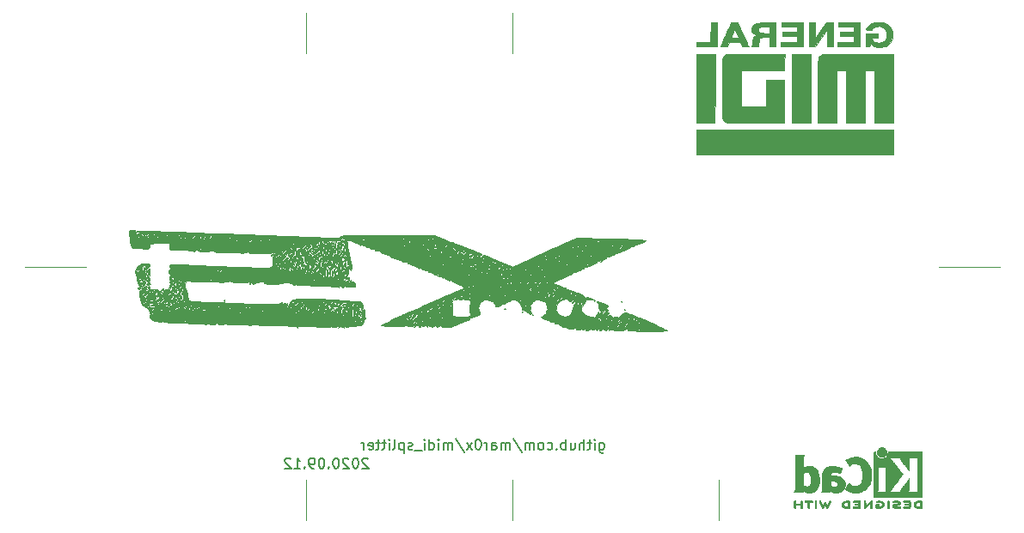
<source format=gbr>
G04 #@! TF.GenerationSoftware,KiCad,Pcbnew,(5.1.5-0-10_14)*
G04 #@! TF.CreationDate,2020-09-12T12:44:00+03:00*
G04 #@! TF.ProjectId,midi_splitter,6d696469-5f73-4706-9c69-747465722e6b,rev?*
G04 #@! TF.SameCoordinates,Original*
G04 #@! TF.FileFunction,Legend,Bot*
G04 #@! TF.FilePolarity,Positive*
%FSLAX46Y46*%
G04 Gerber Fmt 4.6, Leading zero omitted, Abs format (unit mm)*
G04 Created by KiCad (PCBNEW (5.1.5-0-10_14)) date 2020-09-12 12:44:00*
%MOMM*%
%LPD*%
G04 APERTURE LIST*
%ADD10C,0.070000*%
%ADD11C,0.150000*%
%ADD12C,0.010000*%
G04 APERTURE END LIST*
D10*
X168320000Y-140000000D02*
X168320000Y-136000000D01*
X127680000Y-140000000D02*
X127680000Y-136000000D01*
X148000000Y-140000000D02*
X148000000Y-136000000D01*
X127680000Y-94000000D02*
X127680000Y-90000000D01*
X148000000Y-94000000D02*
X148000000Y-90000000D01*
X100000000Y-115000000D02*
X106000000Y-115000000D01*
X190000000Y-115000000D02*
X196000000Y-115000000D01*
D11*
X156602380Y-132385714D02*
X156602380Y-133195238D01*
X156650000Y-133290476D01*
X156697619Y-133338095D01*
X156792857Y-133385714D01*
X156935714Y-133385714D01*
X157030952Y-133338095D01*
X156602380Y-133004761D02*
X156697619Y-133052380D01*
X156888095Y-133052380D01*
X156983333Y-133004761D01*
X157030952Y-132957142D01*
X157078571Y-132861904D01*
X157078571Y-132576190D01*
X157030952Y-132480952D01*
X156983333Y-132433333D01*
X156888095Y-132385714D01*
X156697619Y-132385714D01*
X156602380Y-132433333D01*
X156126190Y-133052380D02*
X156126190Y-132385714D01*
X156126190Y-132052380D02*
X156173809Y-132100000D01*
X156126190Y-132147619D01*
X156078571Y-132100000D01*
X156126190Y-132052380D01*
X156126190Y-132147619D01*
X155792857Y-132385714D02*
X155411904Y-132385714D01*
X155650000Y-132052380D02*
X155650000Y-132909523D01*
X155602380Y-133004761D01*
X155507142Y-133052380D01*
X155411904Y-133052380D01*
X155078571Y-133052380D02*
X155078571Y-132052380D01*
X154650000Y-133052380D02*
X154650000Y-132528571D01*
X154697619Y-132433333D01*
X154792857Y-132385714D01*
X154935714Y-132385714D01*
X155030952Y-132433333D01*
X155078571Y-132480952D01*
X153745238Y-132385714D02*
X153745238Y-133052380D01*
X154173809Y-132385714D02*
X154173809Y-132909523D01*
X154126190Y-133004761D01*
X154030952Y-133052380D01*
X153888095Y-133052380D01*
X153792857Y-133004761D01*
X153745238Y-132957142D01*
X153269047Y-133052380D02*
X153269047Y-132052380D01*
X153269047Y-132433333D02*
X153173809Y-132385714D01*
X152983333Y-132385714D01*
X152888095Y-132433333D01*
X152840476Y-132480952D01*
X152792857Y-132576190D01*
X152792857Y-132861904D01*
X152840476Y-132957142D01*
X152888095Y-133004761D01*
X152983333Y-133052380D01*
X153173809Y-133052380D01*
X153269047Y-133004761D01*
X152364285Y-132957142D02*
X152316666Y-133004761D01*
X152364285Y-133052380D01*
X152411904Y-133004761D01*
X152364285Y-132957142D01*
X152364285Y-133052380D01*
X151459523Y-133004761D02*
X151554761Y-133052380D01*
X151745238Y-133052380D01*
X151840476Y-133004761D01*
X151888095Y-132957142D01*
X151935714Y-132861904D01*
X151935714Y-132576190D01*
X151888095Y-132480952D01*
X151840476Y-132433333D01*
X151745238Y-132385714D01*
X151554761Y-132385714D01*
X151459523Y-132433333D01*
X150888095Y-133052380D02*
X150983333Y-133004761D01*
X151030952Y-132957142D01*
X151078571Y-132861904D01*
X151078571Y-132576190D01*
X151030952Y-132480952D01*
X150983333Y-132433333D01*
X150888095Y-132385714D01*
X150745238Y-132385714D01*
X150650000Y-132433333D01*
X150602380Y-132480952D01*
X150554761Y-132576190D01*
X150554761Y-132861904D01*
X150602380Y-132957142D01*
X150650000Y-133004761D01*
X150745238Y-133052380D01*
X150888095Y-133052380D01*
X150126190Y-133052380D02*
X150126190Y-132385714D01*
X150126190Y-132480952D02*
X150078571Y-132433333D01*
X149983333Y-132385714D01*
X149840476Y-132385714D01*
X149745238Y-132433333D01*
X149697619Y-132528571D01*
X149697619Y-133052380D01*
X149697619Y-132528571D02*
X149650000Y-132433333D01*
X149554761Y-132385714D01*
X149411904Y-132385714D01*
X149316666Y-132433333D01*
X149269047Y-132528571D01*
X149269047Y-133052380D01*
X148078571Y-132004761D02*
X148935714Y-133290476D01*
X147745238Y-133052380D02*
X147745238Y-132385714D01*
X147745238Y-132480952D02*
X147697619Y-132433333D01*
X147602380Y-132385714D01*
X147459523Y-132385714D01*
X147364285Y-132433333D01*
X147316666Y-132528571D01*
X147316666Y-133052380D01*
X147316666Y-132528571D02*
X147269047Y-132433333D01*
X147173809Y-132385714D01*
X147030952Y-132385714D01*
X146935714Y-132433333D01*
X146888095Y-132528571D01*
X146888095Y-133052380D01*
X145983333Y-133052380D02*
X145983333Y-132528571D01*
X146030952Y-132433333D01*
X146126190Y-132385714D01*
X146316666Y-132385714D01*
X146411904Y-132433333D01*
X145983333Y-133004761D02*
X146078571Y-133052380D01*
X146316666Y-133052380D01*
X146411904Y-133004761D01*
X146459523Y-132909523D01*
X146459523Y-132814285D01*
X146411904Y-132719047D01*
X146316666Y-132671428D01*
X146078571Y-132671428D01*
X145983333Y-132623809D01*
X145507142Y-133052380D02*
X145507142Y-132385714D01*
X145507142Y-132576190D02*
X145459523Y-132480952D01*
X145411904Y-132433333D01*
X145316666Y-132385714D01*
X145221428Y-132385714D01*
X144697619Y-132052380D02*
X144602380Y-132052380D01*
X144507142Y-132100000D01*
X144459523Y-132147619D01*
X144411904Y-132242857D01*
X144364285Y-132433333D01*
X144364285Y-132671428D01*
X144411904Y-132861904D01*
X144459523Y-132957142D01*
X144507142Y-133004761D01*
X144602380Y-133052380D01*
X144697619Y-133052380D01*
X144792857Y-133004761D01*
X144840476Y-132957142D01*
X144888095Y-132861904D01*
X144935714Y-132671428D01*
X144935714Y-132433333D01*
X144888095Y-132242857D01*
X144840476Y-132147619D01*
X144792857Y-132100000D01*
X144697619Y-132052380D01*
X144030952Y-133052380D02*
X143507142Y-132385714D01*
X144030952Y-132385714D02*
X143507142Y-133052380D01*
X142411904Y-132004761D02*
X143269047Y-133290476D01*
X142078571Y-133052380D02*
X142078571Y-132385714D01*
X142078571Y-132480952D02*
X142030952Y-132433333D01*
X141935714Y-132385714D01*
X141792857Y-132385714D01*
X141697619Y-132433333D01*
X141650000Y-132528571D01*
X141650000Y-133052380D01*
X141650000Y-132528571D02*
X141602380Y-132433333D01*
X141507142Y-132385714D01*
X141364285Y-132385714D01*
X141269047Y-132433333D01*
X141221428Y-132528571D01*
X141221428Y-133052380D01*
X140745238Y-133052380D02*
X140745238Y-132385714D01*
X140745238Y-132052380D02*
X140792857Y-132100000D01*
X140745238Y-132147619D01*
X140697619Y-132100000D01*
X140745238Y-132052380D01*
X140745238Y-132147619D01*
X139840476Y-133052380D02*
X139840476Y-132052380D01*
X139840476Y-133004761D02*
X139935714Y-133052380D01*
X140126190Y-133052380D01*
X140221428Y-133004761D01*
X140269047Y-132957142D01*
X140316666Y-132861904D01*
X140316666Y-132576190D01*
X140269047Y-132480952D01*
X140221428Y-132433333D01*
X140126190Y-132385714D01*
X139935714Y-132385714D01*
X139840476Y-132433333D01*
X139364285Y-133052380D02*
X139364285Y-132385714D01*
X139364285Y-132052380D02*
X139411904Y-132100000D01*
X139364285Y-132147619D01*
X139316666Y-132100000D01*
X139364285Y-132052380D01*
X139364285Y-132147619D01*
X139126190Y-133147619D02*
X138364285Y-133147619D01*
X138173809Y-133004761D02*
X138078571Y-133052380D01*
X137888095Y-133052380D01*
X137792857Y-133004761D01*
X137745238Y-132909523D01*
X137745238Y-132861904D01*
X137792857Y-132766666D01*
X137888095Y-132719047D01*
X138030952Y-132719047D01*
X138126190Y-132671428D01*
X138173809Y-132576190D01*
X138173809Y-132528571D01*
X138126190Y-132433333D01*
X138030952Y-132385714D01*
X137888095Y-132385714D01*
X137792857Y-132433333D01*
X137316666Y-132385714D02*
X137316666Y-133385714D01*
X137316666Y-132433333D02*
X137221428Y-132385714D01*
X137030952Y-132385714D01*
X136935714Y-132433333D01*
X136888095Y-132480952D01*
X136840476Y-132576190D01*
X136840476Y-132861904D01*
X136888095Y-132957142D01*
X136935714Y-133004761D01*
X137030952Y-133052380D01*
X137221428Y-133052380D01*
X137316666Y-133004761D01*
X136269047Y-133052380D02*
X136364285Y-133004761D01*
X136411904Y-132909523D01*
X136411904Y-132052380D01*
X135888095Y-133052380D02*
X135888095Y-132385714D01*
X135888095Y-132052380D02*
X135935714Y-132100000D01*
X135888095Y-132147619D01*
X135840476Y-132100000D01*
X135888095Y-132052380D01*
X135888095Y-132147619D01*
X135554761Y-132385714D02*
X135173809Y-132385714D01*
X135411904Y-132052380D02*
X135411904Y-132909523D01*
X135364285Y-133004761D01*
X135269047Y-133052380D01*
X135173809Y-133052380D01*
X134983333Y-132385714D02*
X134602380Y-132385714D01*
X134840476Y-132052380D02*
X134840476Y-132909523D01*
X134792857Y-133004761D01*
X134697619Y-133052380D01*
X134602380Y-133052380D01*
X133888095Y-133004761D02*
X133983333Y-133052380D01*
X134173809Y-133052380D01*
X134269047Y-133004761D01*
X134316666Y-132909523D01*
X134316666Y-132528571D01*
X134269047Y-132433333D01*
X134173809Y-132385714D01*
X133983333Y-132385714D01*
X133888095Y-132433333D01*
X133840476Y-132528571D01*
X133840476Y-132623809D01*
X134316666Y-132719047D01*
X133411904Y-133052380D02*
X133411904Y-132385714D01*
X133411904Y-132576190D02*
X133364285Y-132480952D01*
X133316666Y-132433333D01*
X133221428Y-132385714D01*
X133126190Y-132385714D01*
X133795238Y-133997619D02*
X133747619Y-133950000D01*
X133652380Y-133902380D01*
X133414285Y-133902380D01*
X133319047Y-133950000D01*
X133271428Y-133997619D01*
X133223809Y-134092857D01*
X133223809Y-134188095D01*
X133271428Y-134330952D01*
X133842857Y-134902380D01*
X133223809Y-134902380D01*
X132604761Y-133902380D02*
X132509523Y-133902380D01*
X132414285Y-133950000D01*
X132366666Y-133997619D01*
X132319047Y-134092857D01*
X132271428Y-134283333D01*
X132271428Y-134521428D01*
X132319047Y-134711904D01*
X132366666Y-134807142D01*
X132414285Y-134854761D01*
X132509523Y-134902380D01*
X132604761Y-134902380D01*
X132700000Y-134854761D01*
X132747619Y-134807142D01*
X132795238Y-134711904D01*
X132842857Y-134521428D01*
X132842857Y-134283333D01*
X132795238Y-134092857D01*
X132747619Y-133997619D01*
X132700000Y-133950000D01*
X132604761Y-133902380D01*
X131890476Y-133997619D02*
X131842857Y-133950000D01*
X131747619Y-133902380D01*
X131509523Y-133902380D01*
X131414285Y-133950000D01*
X131366666Y-133997619D01*
X131319047Y-134092857D01*
X131319047Y-134188095D01*
X131366666Y-134330952D01*
X131938095Y-134902380D01*
X131319047Y-134902380D01*
X130700000Y-133902380D02*
X130604761Y-133902380D01*
X130509523Y-133950000D01*
X130461904Y-133997619D01*
X130414285Y-134092857D01*
X130366666Y-134283333D01*
X130366666Y-134521428D01*
X130414285Y-134711904D01*
X130461904Y-134807142D01*
X130509523Y-134854761D01*
X130604761Y-134902380D01*
X130700000Y-134902380D01*
X130795238Y-134854761D01*
X130842857Y-134807142D01*
X130890476Y-134711904D01*
X130938095Y-134521428D01*
X130938095Y-134283333D01*
X130890476Y-134092857D01*
X130842857Y-133997619D01*
X130795238Y-133950000D01*
X130700000Y-133902380D01*
X129938095Y-134807142D02*
X129890476Y-134854761D01*
X129938095Y-134902380D01*
X129985714Y-134854761D01*
X129938095Y-134807142D01*
X129938095Y-134902380D01*
X129271428Y-133902380D02*
X129176190Y-133902380D01*
X129080952Y-133950000D01*
X129033333Y-133997619D01*
X128985714Y-134092857D01*
X128938095Y-134283333D01*
X128938095Y-134521428D01*
X128985714Y-134711904D01*
X129033333Y-134807142D01*
X129080952Y-134854761D01*
X129176190Y-134902380D01*
X129271428Y-134902380D01*
X129366666Y-134854761D01*
X129414285Y-134807142D01*
X129461904Y-134711904D01*
X129509523Y-134521428D01*
X129509523Y-134283333D01*
X129461904Y-134092857D01*
X129414285Y-133997619D01*
X129366666Y-133950000D01*
X129271428Y-133902380D01*
X128461904Y-134902380D02*
X128271428Y-134902380D01*
X128176190Y-134854761D01*
X128128571Y-134807142D01*
X128033333Y-134664285D01*
X127985714Y-134473809D01*
X127985714Y-134092857D01*
X128033333Y-133997619D01*
X128080952Y-133950000D01*
X128176190Y-133902380D01*
X128366666Y-133902380D01*
X128461904Y-133950000D01*
X128509523Y-133997619D01*
X128557142Y-134092857D01*
X128557142Y-134330952D01*
X128509523Y-134426190D01*
X128461904Y-134473809D01*
X128366666Y-134521428D01*
X128176190Y-134521428D01*
X128080952Y-134473809D01*
X128033333Y-134426190D01*
X127985714Y-134330952D01*
X127557142Y-134807142D02*
X127509523Y-134854761D01*
X127557142Y-134902380D01*
X127604761Y-134854761D01*
X127557142Y-134807142D01*
X127557142Y-134902380D01*
X126557142Y-134902380D02*
X127128571Y-134902380D01*
X126842857Y-134902380D02*
X126842857Y-133902380D01*
X126938095Y-134045238D01*
X127033333Y-134140476D01*
X127128571Y-134188095D01*
X126176190Y-133997619D02*
X126128571Y-133950000D01*
X126033333Y-133902380D01*
X125795238Y-133902380D01*
X125700000Y-133950000D01*
X125652380Y-133997619D01*
X125604761Y-134092857D01*
X125604761Y-134188095D01*
X125652380Y-134330952D01*
X126223809Y-134902380D01*
X125604761Y-134902380D01*
D12*
G36*
X129538000Y-113256000D02*
G01*
X129588800Y-113306800D01*
X129639600Y-113256000D01*
X129588800Y-113205200D01*
X129538000Y-113256000D01*
G37*
X129538000Y-113256000D02*
X129588800Y-113306800D01*
X129639600Y-113256000D01*
X129588800Y-113205200D01*
X129538000Y-113256000D01*
G36*
X112469200Y-118031200D02*
G01*
X112520000Y-118082000D01*
X112570800Y-118031200D01*
X112520000Y-117980400D01*
X112469200Y-118031200D01*
G37*
X112469200Y-118031200D02*
X112520000Y-118082000D01*
X112570800Y-118031200D01*
X112520000Y-117980400D01*
X112469200Y-118031200D01*
G36*
X131570000Y-118844000D02*
G01*
X131620800Y-118894800D01*
X131671600Y-118844000D01*
X131620800Y-118793200D01*
X131570000Y-118844000D01*
G37*
X131570000Y-118844000D02*
X131620800Y-118894800D01*
X131671600Y-118844000D01*
X131620800Y-118793200D01*
X131570000Y-118844000D01*
G36*
X125144794Y-113676208D02*
G01*
X125112825Y-113800467D01*
X125156897Y-113857996D01*
X125265890Y-113831875D01*
X125307766Y-113763416D01*
X125312433Y-113632804D01*
X125273608Y-113611600D01*
X125144794Y-113676208D01*
G37*
X125144794Y-113676208D02*
X125112825Y-113800467D01*
X125156897Y-113857996D01*
X125265890Y-113831875D01*
X125307766Y-113763416D01*
X125312433Y-113632804D01*
X125273608Y-113611600D01*
X125144794Y-113676208D01*
G36*
X146606800Y-114780000D02*
G01*
X146657600Y-114830800D01*
X146708400Y-114780000D01*
X146657600Y-114729200D01*
X146606800Y-114780000D01*
G37*
X146606800Y-114780000D02*
X146657600Y-114830800D01*
X146708400Y-114780000D01*
X146657600Y-114729200D01*
X146606800Y-114780000D01*
G36*
X144270000Y-114678400D02*
G01*
X144320800Y-114729200D01*
X144371600Y-114678400D01*
X144320800Y-114627600D01*
X144270000Y-114678400D01*
G37*
X144270000Y-114678400D02*
X144320800Y-114729200D01*
X144371600Y-114678400D01*
X144320800Y-114627600D01*
X144270000Y-114678400D01*
G36*
X146075560Y-114580283D02*
G01*
X145900318Y-114713715D01*
X145855845Y-114787855D01*
X145824287Y-114915519D01*
X145893835Y-114887025D01*
X146051957Y-114724827D01*
X146166117Y-114584780D01*
X146138301Y-114559396D01*
X146075560Y-114580283D01*
G37*
X146075560Y-114580283D02*
X145900318Y-114713715D01*
X145855845Y-114787855D01*
X145824287Y-114915519D01*
X145893835Y-114887025D01*
X146051957Y-114724827D01*
X146166117Y-114584780D01*
X146138301Y-114559396D01*
X146075560Y-114580283D01*
G36*
X145286000Y-114983200D02*
G01*
X145336800Y-115034000D01*
X145387600Y-114983200D01*
X145336800Y-114932400D01*
X145286000Y-114983200D01*
G37*
X145286000Y-114983200D02*
X145336800Y-115034000D01*
X145387600Y-114983200D01*
X145336800Y-114932400D01*
X145286000Y-114983200D01*
G36*
X130382996Y-112576550D02*
G01*
X130370884Y-112735338D01*
X130391017Y-112771283D01*
X130437196Y-112740982D01*
X130444379Y-112637933D01*
X130419567Y-112529522D01*
X130382996Y-112576550D01*
G37*
X130382996Y-112576550D02*
X130370884Y-112735338D01*
X130391017Y-112771283D01*
X130437196Y-112740982D01*
X130444379Y-112637933D01*
X130419567Y-112529522D01*
X130382996Y-112576550D01*
G36*
X131366800Y-112951200D02*
G01*
X131417600Y-113002000D01*
X131468400Y-112951200D01*
X131417600Y-112900400D01*
X131366800Y-112951200D01*
G37*
X131366800Y-112951200D02*
X131417600Y-113002000D01*
X131468400Y-112951200D01*
X131417600Y-112900400D01*
X131366800Y-112951200D01*
G36*
X128108580Y-113158738D02*
G01*
X128019853Y-113242137D01*
X128124390Y-113272329D01*
X128161931Y-113272933D01*
X128263827Y-113228097D01*
X128256511Y-113186609D01*
X128138704Y-113145397D01*
X128108580Y-113158738D01*
G37*
X128108580Y-113158738D02*
X128019853Y-113242137D01*
X128124390Y-113272329D01*
X128161931Y-113272933D01*
X128263827Y-113228097D01*
X128256511Y-113186609D01*
X128138704Y-113145397D01*
X128108580Y-113158738D01*
G36*
X127193477Y-113437366D02*
G01*
X127172176Y-113508416D01*
X127179548Y-113679369D01*
X127261512Y-113713200D01*
X127373557Y-113624416D01*
X127404400Y-113453203D01*
X127368381Y-113275151D01*
X127285489Y-113272864D01*
X127193477Y-113437366D01*
G37*
X127193477Y-113437366D02*
X127172176Y-113508416D01*
X127179548Y-113679369D01*
X127261512Y-113713200D01*
X127373557Y-113624416D01*
X127404400Y-113453203D01*
X127368381Y-113275151D01*
X127285489Y-113272864D01*
X127193477Y-113437366D01*
G36*
X129436400Y-113662400D02*
G01*
X129487200Y-113713200D01*
X129538000Y-113662400D01*
X129487200Y-113611600D01*
X129436400Y-113662400D01*
G37*
X129436400Y-113662400D02*
X129487200Y-113713200D01*
X129538000Y-113662400D01*
X129487200Y-113611600D01*
X129436400Y-113662400D01*
G36*
X131178720Y-113422140D02*
G01*
X131175386Y-113476133D01*
X131114156Y-113671660D01*
X131036600Y-113741623D01*
X130957203Y-113821134D01*
X130971322Y-113854145D01*
X131075458Y-113844775D01*
X131157512Y-113771336D01*
X131241093Y-113554331D01*
X131234576Y-113438680D01*
X131197228Y-113334228D01*
X131178720Y-113422140D01*
G37*
X131178720Y-113422140D02*
X131175386Y-113476133D01*
X131114156Y-113671660D01*
X131036600Y-113741623D01*
X130957203Y-113821134D01*
X130971322Y-113854145D01*
X131075458Y-113844775D01*
X131157512Y-113771336D01*
X131241093Y-113554331D01*
X131234576Y-113438680D01*
X131197228Y-113334228D01*
X131178720Y-113422140D01*
G36*
X126109222Y-113251104D02*
G01*
X126109320Y-113385309D01*
X126024117Y-113519595D01*
X125919550Y-113715211D01*
X125912321Y-113909438D01*
X125994448Y-114030130D01*
X126081433Y-114037667D01*
X126166907Y-114042014D01*
X126099808Y-114150855D01*
X126095865Y-114155622D01*
X126030457Y-114310880D01*
X126078667Y-114370550D01*
X126170374Y-114351139D01*
X126185200Y-114281953D01*
X126252757Y-114095429D01*
X126368487Y-113945757D01*
X126497567Y-113767564D01*
X126335041Y-113767564D01*
X126292657Y-113767619D01*
X126163234Y-113781058D01*
X126135425Y-113813142D01*
X126048539Y-113910187D01*
X126016756Y-113813756D01*
X126015867Y-113768469D01*
X126055704Y-113663090D01*
X126091856Y-113667502D01*
X126186453Y-113636348D01*
X126208677Y-113591970D01*
X126266831Y-113556896D01*
X126317791Y-113647413D01*
X126335041Y-113767564D01*
X126497567Y-113767564D01*
X126502342Y-113760973D01*
X126533587Y-113637000D01*
X126523847Y-113560800D01*
X126490000Y-113560800D01*
X126439200Y-113611600D01*
X126388400Y-113560800D01*
X126439200Y-113510000D01*
X126490000Y-113560800D01*
X126523847Y-113560800D01*
X126506019Y-113421341D01*
X126502700Y-113391466D01*
X126449995Y-113323206D01*
X126423149Y-113339785D01*
X126299850Y-113342241D01*
X126194549Y-113283868D01*
X126097011Y-113221934D01*
X126109222Y-113251104D01*
G37*
X126109222Y-113251104D02*
X126109320Y-113385309D01*
X126024117Y-113519595D01*
X125919550Y-113715211D01*
X125912321Y-113909438D01*
X125994448Y-114030130D01*
X126081433Y-114037667D01*
X126166907Y-114042014D01*
X126099808Y-114150855D01*
X126095865Y-114155622D01*
X126030457Y-114310880D01*
X126078667Y-114370550D01*
X126170374Y-114351139D01*
X126185200Y-114281953D01*
X126252757Y-114095429D01*
X126368487Y-113945757D01*
X126497567Y-113767564D01*
X126335041Y-113767564D01*
X126292657Y-113767619D01*
X126163234Y-113781058D01*
X126135425Y-113813142D01*
X126048539Y-113910187D01*
X126016756Y-113813756D01*
X126015867Y-113768469D01*
X126055704Y-113663090D01*
X126091856Y-113667502D01*
X126186453Y-113636348D01*
X126208677Y-113591970D01*
X126266831Y-113556896D01*
X126317791Y-113647413D01*
X126335041Y-113767564D01*
X126497567Y-113767564D01*
X126502342Y-113760973D01*
X126533587Y-113637000D01*
X126523847Y-113560800D01*
X126490000Y-113560800D01*
X126439200Y-113611600D01*
X126388400Y-113560800D01*
X126439200Y-113510000D01*
X126490000Y-113560800D01*
X126523847Y-113560800D01*
X126506019Y-113421341D01*
X126502700Y-113391466D01*
X126449995Y-113323206D01*
X126423149Y-113339785D01*
X126299850Y-113342241D01*
X126194549Y-113283868D01*
X126097011Y-113221934D01*
X126109222Y-113251104D01*
G36*
X126810499Y-114262298D02*
G01*
X126702282Y-114356743D01*
X126693200Y-114379596D01*
X126741417Y-114421354D01*
X126841804Y-114327784D01*
X126855302Y-114307101D01*
X126867277Y-114237577D01*
X126810499Y-114262298D01*
G37*
X126810499Y-114262298D02*
X126702282Y-114356743D01*
X126693200Y-114379596D01*
X126741417Y-114421354D01*
X126841804Y-114327784D01*
X126855302Y-114307101D01*
X126867277Y-114237577D01*
X126810499Y-114262298D01*
G36*
X128995587Y-113560766D02*
G01*
X128871697Y-113621670D01*
X128868135Y-113626916D01*
X128733347Y-113736150D01*
X128562931Y-113818552D01*
X128361416Y-113976718D01*
X128318800Y-114167885D01*
X128336080Y-114360227D01*
X128369600Y-114424400D01*
X128410723Y-114338822D01*
X128420400Y-114218011D01*
X128497817Y-114019344D01*
X128598200Y-113946022D01*
X128790056Y-113834173D01*
X128850645Y-113771410D01*
X128912550Y-113750725D01*
X128926845Y-113840200D01*
X128971055Y-113991094D01*
X129019130Y-114018000D01*
X129117835Y-113937411D01*
X129211322Y-113765473D01*
X129227169Y-113690620D01*
X129179666Y-113690620D01*
X129171935Y-113730133D01*
X129088611Y-113813426D01*
X129080800Y-113814800D01*
X128999682Y-113745320D01*
X128989666Y-113730133D01*
X129019936Y-113655315D01*
X129080800Y-113645466D01*
X129179666Y-113690620D01*
X129227169Y-113690620D01*
X129242552Y-113617967D01*
X129157705Y-113558612D01*
X128995587Y-113560766D01*
G37*
X128995587Y-113560766D02*
X128871697Y-113621670D01*
X128868135Y-113626916D01*
X128733347Y-113736150D01*
X128562931Y-113818552D01*
X128361416Y-113976718D01*
X128318800Y-114167885D01*
X128336080Y-114360227D01*
X128369600Y-114424400D01*
X128410723Y-114338822D01*
X128420400Y-114218011D01*
X128497817Y-114019344D01*
X128598200Y-113946022D01*
X128790056Y-113834173D01*
X128850645Y-113771410D01*
X128912550Y-113750725D01*
X128926845Y-113840200D01*
X128971055Y-113991094D01*
X129019130Y-114018000D01*
X129117835Y-113937411D01*
X129211322Y-113765473D01*
X129227169Y-113690620D01*
X129179666Y-113690620D01*
X129171935Y-113730133D01*
X129088611Y-113813426D01*
X129080800Y-113814800D01*
X128999682Y-113745320D01*
X128989666Y-113730133D01*
X129019936Y-113655315D01*
X129080800Y-113645466D01*
X129179666Y-113690620D01*
X129227169Y-113690620D01*
X129242552Y-113617967D01*
X129157705Y-113558612D01*
X128995587Y-113560766D01*
G36*
X129131600Y-114475200D02*
G01*
X129182400Y-114526000D01*
X129233200Y-114475200D01*
X129182400Y-114424400D01*
X129131600Y-114475200D01*
G37*
X129131600Y-114475200D02*
X129182400Y-114526000D01*
X129233200Y-114475200D01*
X129182400Y-114424400D01*
X129131600Y-114475200D01*
G36*
X129436400Y-114475200D02*
G01*
X129487200Y-114526000D01*
X129538000Y-114475200D01*
X129487200Y-114424400D01*
X129436400Y-114475200D01*
G37*
X129436400Y-114475200D02*
X129487200Y-114526000D01*
X129538000Y-114475200D01*
X129487200Y-114424400D01*
X129436400Y-114475200D01*
G36*
X129639600Y-114475200D02*
G01*
X129690400Y-114526000D01*
X129741200Y-114475200D01*
X129690400Y-114424400D01*
X129639600Y-114475200D01*
G37*
X129639600Y-114475200D02*
X129690400Y-114526000D01*
X129741200Y-114475200D01*
X129690400Y-114424400D01*
X129639600Y-114475200D01*
G36*
X129842800Y-114475200D02*
G01*
X129893600Y-114526000D01*
X129944400Y-114475200D01*
X129893600Y-114424400D01*
X129842800Y-114475200D01*
G37*
X129842800Y-114475200D02*
X129893600Y-114526000D01*
X129944400Y-114475200D01*
X129893600Y-114424400D01*
X129842800Y-114475200D01*
G36*
X125880400Y-114881600D02*
G01*
X125931200Y-114932400D01*
X125982000Y-114881600D01*
X125931200Y-114830800D01*
X125880400Y-114881600D01*
G37*
X125880400Y-114881600D02*
X125931200Y-114932400D01*
X125982000Y-114881600D01*
X125931200Y-114830800D01*
X125880400Y-114881600D01*
G36*
X125273895Y-115006340D02*
G01*
X125235741Y-115080418D01*
X125209743Y-115223578D01*
X125277994Y-115195792D01*
X125325778Y-115128840D01*
X125357008Y-114995865D01*
X125344326Y-114972058D01*
X125273895Y-115006340D01*
G37*
X125273895Y-115006340D02*
X125235741Y-115080418D01*
X125209743Y-115223578D01*
X125277994Y-115195792D01*
X125325778Y-115128840D01*
X125357008Y-114995865D01*
X125344326Y-114972058D01*
X125273895Y-115006340D01*
G36*
X131671600Y-115592800D02*
G01*
X131722400Y-115643600D01*
X131773200Y-115592800D01*
X131722400Y-115542000D01*
X131671600Y-115592800D01*
G37*
X131671600Y-115592800D02*
X131722400Y-115643600D01*
X131773200Y-115592800D01*
X131722400Y-115542000D01*
X131671600Y-115592800D01*
G36*
X130115297Y-112651906D02*
G01*
X130086833Y-112697200D01*
X129980656Y-112862781D01*
X129954745Y-112858886D01*
X129979358Y-112722459D01*
X129983410Y-112569258D01*
X129934925Y-112550655D01*
X129850209Y-112691666D01*
X129842800Y-112753358D01*
X129767754Y-112852416D01*
X129598554Y-112861395D01*
X129419109Y-112788115D01*
X129340584Y-112706558D01*
X129259830Y-112639562D01*
X129202824Y-112731413D01*
X129067953Y-112846518D01*
X128960085Y-112854580D01*
X128713595Y-112886832D01*
X128589480Y-113050399D01*
X128595280Y-113209476D01*
X128583558Y-113445681D01*
X128453432Y-113613191D01*
X128258049Y-113648260D01*
X128235172Y-113641407D01*
X128125789Y-113622327D01*
X128175256Y-113702022D01*
X128359929Y-113773101D01*
X128597835Y-113694492D01*
X128840989Y-113492703D01*
X129020892Y-113234870D01*
X129142351Y-113039549D01*
X129217201Y-112986604D01*
X129228710Y-113021403D01*
X129179651Y-113204893D01*
X129131600Y-113256000D01*
X129035002Y-113404378D01*
X129031556Y-113439796D01*
X129071222Y-113479860D01*
X129131600Y-113408400D01*
X129211235Y-113307249D01*
X129232516Y-113383171D01*
X129233200Y-113408400D01*
X129250549Y-113509357D01*
X129324267Y-113438147D01*
X129345940Y-113408400D01*
X129423240Y-113315911D01*
X129408333Y-113402542D01*
X129398841Y-113432581D01*
X129383663Y-113567557D01*
X129414657Y-113584981D01*
X129508178Y-113634512D01*
X129538000Y-113865600D01*
X129484830Y-114000831D01*
X129439589Y-114018000D01*
X129386706Y-113942353D01*
X129406055Y-113848933D01*
X129421731Y-113734659D01*
X129345140Y-113757609D01*
X129264114Y-113905534D01*
X129275910Y-113982753D01*
X129277890Y-114079402D01*
X129235112Y-114069981D01*
X129142679Y-114111903D01*
X129032087Y-114282447D01*
X128933469Y-114512856D01*
X128876958Y-114734373D01*
X128885809Y-114866993D01*
X128879307Y-114893096D01*
X128795551Y-114802413D01*
X128676046Y-114684187D01*
X128608605Y-114728704D01*
X128588005Y-114777013D01*
X128601405Y-114910046D01*
X128680863Y-114932400D01*
X128832560Y-115016456D01*
X128925234Y-115161000D01*
X129017120Y-115389600D01*
X129038029Y-115135600D01*
X129061795Y-114846691D01*
X129071452Y-114729200D01*
X129030000Y-114729200D01*
X128992827Y-114812828D01*
X128962267Y-114796933D01*
X128950108Y-114676357D01*
X128962267Y-114661466D01*
X129022668Y-114675413D01*
X129030000Y-114729200D01*
X129071452Y-114729200D01*
X129086761Y-114542974D01*
X129121964Y-114307181D01*
X129171057Y-114155446D01*
X129214611Y-114125965D01*
X129233200Y-114255066D01*
X129281681Y-114400828D01*
X129331612Y-114424400D01*
X129387514Y-114349926D01*
X129371542Y-114272000D01*
X129378786Y-114141665D01*
X129431527Y-114119600D01*
X129504865Y-114177711D01*
X129491539Y-114214179D01*
X129507618Y-114342609D01*
X129552348Y-114382466D01*
X129630652Y-114381721D01*
X129614280Y-114236947D01*
X129603290Y-114089878D01*
X129649076Y-114074655D01*
X129733702Y-114214493D01*
X129748341Y-114303396D01*
X129766966Y-114402552D01*
X129822338Y-114318401D01*
X129842800Y-114272000D01*
X129930119Y-114068800D01*
X129938815Y-114272000D01*
X129960720Y-114405742D01*
X130027043Y-114351334D01*
X130046000Y-114322800D01*
X130125300Y-114225473D01*
X130145879Y-114305660D01*
X130146045Y-114316818D01*
X130180068Y-114384987D01*
X130290272Y-114279197D01*
X130300593Y-114266018D01*
X130379844Y-114170400D01*
X130249200Y-114170400D01*
X130198400Y-114221200D01*
X130147600Y-114170400D01*
X130198400Y-114119600D01*
X130249200Y-114170400D01*
X130379844Y-114170400D01*
X130405716Y-114139185D01*
X130413299Y-114178841D01*
X130365981Y-114322800D01*
X130315063Y-114561209D01*
X130323055Y-114703800D01*
X130307099Y-114813530D01*
X130199233Y-114814676D01*
X130087099Y-114713501D01*
X130075150Y-114643894D01*
X130130739Y-114667978D01*
X130205350Y-114670065D01*
X130186591Y-114582660D01*
X130091252Y-114477270D01*
X129998958Y-114520635D01*
X129976369Y-114668528D01*
X129988523Y-114714076D01*
X130002969Y-114800557D01*
X129921844Y-114719957D01*
X129893850Y-114684381D01*
X129781234Y-114556927D01*
X129743781Y-114591532D01*
X129741200Y-114658981D01*
X129693339Y-114806236D01*
X129642789Y-114830800D01*
X129585980Y-114752744D01*
X129600283Y-114653000D01*
X129620720Y-114548440D01*
X129553098Y-114597847D01*
X129481826Y-114678400D01*
X129364199Y-114803010D01*
X129347880Y-114770907D01*
X129368743Y-114703800D01*
X129376450Y-114557368D01*
X129331612Y-114526000D01*
X129246792Y-114601015D01*
X129245647Y-114754348D01*
X129326390Y-114876402D01*
X129366279Y-115010030D01*
X129325369Y-115274431D01*
X129318251Y-115300979D01*
X129268038Y-115620299D01*
X129320977Y-115772016D01*
X129386634Y-115794979D01*
X129368066Y-115658235D01*
X129364145Y-115486365D01*
X129420976Y-115440400D01*
X129550647Y-115360789D01*
X129639600Y-115237200D01*
X129691596Y-115074835D01*
X129650625Y-115034000D01*
X129545913Y-115117737D01*
X129506436Y-115211800D01*
X129467859Y-115333928D01*
X129451376Y-115259695D01*
X129448186Y-115215374D01*
X129521720Y-115037239D01*
X129727228Y-114918613D01*
X129921534Y-114881600D01*
X129538000Y-114881600D01*
X129487200Y-114932400D01*
X129436400Y-114881600D01*
X129487200Y-114830800D01*
X129538000Y-114881600D01*
X129921534Y-114881600D01*
X130000364Y-114866584D01*
X130276779Y-114888242D01*
X130492127Y-114990676D01*
X130564674Y-115092365D01*
X130623035Y-115218813D01*
X130644246Y-115156462D01*
X130648460Y-115059400D01*
X130621961Y-114881076D01*
X130570334Y-114830800D01*
X130520297Y-114765587D01*
X130516429Y-114576800D01*
X130452400Y-114576800D01*
X130401600Y-114627600D01*
X130350800Y-114576800D01*
X130401600Y-114526000D01*
X130452400Y-114576800D01*
X130516429Y-114576800D01*
X130515986Y-114555185D01*
X130557797Y-114177445D01*
X130573663Y-114068800D01*
X130554000Y-114068800D01*
X130503200Y-114119600D01*
X130452400Y-114068800D01*
X130503200Y-114018000D01*
X130554000Y-114068800D01*
X130573663Y-114068800D01*
X130585369Y-113988645D01*
X130585493Y-113783712D01*
X130515063Y-113743112D01*
X130411107Y-113863454D01*
X130401600Y-113923648D01*
X130313237Y-114035874D01*
X130147600Y-114067581D01*
X129946955Y-114019924D01*
X129889820Y-113865478D01*
X129848935Y-113631045D01*
X129807623Y-113535278D01*
X129774096Y-113373185D01*
X129839954Y-113256770D01*
X129950257Y-113259619D01*
X130003937Y-113239870D01*
X129989413Y-113175954D01*
X130013053Y-113002691D01*
X130066652Y-112935997D01*
X129899290Y-112935997D01*
X129890202Y-112973189D01*
X129798496Y-113131869D01*
X129703079Y-113361292D01*
X129702116Y-113528586D01*
X129704701Y-113533139D01*
X129766176Y-113703335D01*
X129786340Y-113896943D01*
X129763782Y-114034882D01*
X129713951Y-114051958D01*
X129653777Y-113920142D01*
X129655556Y-113831199D01*
X129635031Y-113642876D01*
X129552188Y-113433191D01*
X129444919Y-113276269D01*
X129355103Y-113243452D01*
X129300859Y-113193630D01*
X129284000Y-113052800D01*
X129301934Y-112971174D01*
X128980545Y-112971174D01*
X128977782Y-113004295D01*
X128912670Y-113143287D01*
X128832366Y-113342961D01*
X128729954Y-113563511D01*
X128676961Y-113592435D01*
X128692058Y-113434602D01*
X128723007Y-113314447D01*
X128770922Y-113092993D01*
X128766938Y-112976009D01*
X128766715Y-112975781D01*
X128808468Y-112939176D01*
X128873131Y-112934266D01*
X128980545Y-112971174D01*
X129301934Y-112971174D01*
X129320404Y-112887116D01*
X129391858Y-112891628D01*
X129441729Y-113055189D01*
X129443541Y-113084196D01*
X129462166Y-113183352D01*
X129517538Y-113099201D01*
X129538000Y-113052800D01*
X129605685Y-112910750D01*
X129628035Y-112954302D01*
X129632460Y-113046818D01*
X129646197Y-113182785D01*
X129704357Y-113161491D01*
X129802718Y-113046818D01*
X129899290Y-112935997D01*
X130066652Y-112935997D01*
X130092177Y-112904237D01*
X130222689Y-112718178D01*
X130245600Y-112608559D01*
X130212908Y-112539346D01*
X130115297Y-112651906D01*
G37*
X130115297Y-112651906D02*
X130086833Y-112697200D01*
X129980656Y-112862781D01*
X129954745Y-112858886D01*
X129979358Y-112722459D01*
X129983410Y-112569258D01*
X129934925Y-112550655D01*
X129850209Y-112691666D01*
X129842800Y-112753358D01*
X129767754Y-112852416D01*
X129598554Y-112861395D01*
X129419109Y-112788115D01*
X129340584Y-112706558D01*
X129259830Y-112639562D01*
X129202824Y-112731413D01*
X129067953Y-112846518D01*
X128960085Y-112854580D01*
X128713595Y-112886832D01*
X128589480Y-113050399D01*
X128595280Y-113209476D01*
X128583558Y-113445681D01*
X128453432Y-113613191D01*
X128258049Y-113648260D01*
X128235172Y-113641407D01*
X128125789Y-113622327D01*
X128175256Y-113702022D01*
X128359929Y-113773101D01*
X128597835Y-113694492D01*
X128840989Y-113492703D01*
X129020892Y-113234870D01*
X129142351Y-113039549D01*
X129217201Y-112986604D01*
X129228710Y-113021403D01*
X129179651Y-113204893D01*
X129131600Y-113256000D01*
X129035002Y-113404378D01*
X129031556Y-113439796D01*
X129071222Y-113479860D01*
X129131600Y-113408400D01*
X129211235Y-113307249D01*
X129232516Y-113383171D01*
X129233200Y-113408400D01*
X129250549Y-113509357D01*
X129324267Y-113438147D01*
X129345940Y-113408400D01*
X129423240Y-113315911D01*
X129408333Y-113402542D01*
X129398841Y-113432581D01*
X129383663Y-113567557D01*
X129414657Y-113584981D01*
X129508178Y-113634512D01*
X129538000Y-113865600D01*
X129484830Y-114000831D01*
X129439589Y-114018000D01*
X129386706Y-113942353D01*
X129406055Y-113848933D01*
X129421731Y-113734659D01*
X129345140Y-113757609D01*
X129264114Y-113905534D01*
X129275910Y-113982753D01*
X129277890Y-114079402D01*
X129235112Y-114069981D01*
X129142679Y-114111903D01*
X129032087Y-114282447D01*
X128933469Y-114512856D01*
X128876958Y-114734373D01*
X128885809Y-114866993D01*
X128879307Y-114893096D01*
X128795551Y-114802413D01*
X128676046Y-114684187D01*
X128608605Y-114728704D01*
X128588005Y-114777013D01*
X128601405Y-114910046D01*
X128680863Y-114932400D01*
X128832560Y-115016456D01*
X128925234Y-115161000D01*
X129017120Y-115389600D01*
X129038029Y-115135600D01*
X129061795Y-114846691D01*
X129071452Y-114729200D01*
X129030000Y-114729200D01*
X128992827Y-114812828D01*
X128962267Y-114796933D01*
X128950108Y-114676357D01*
X128962267Y-114661466D01*
X129022668Y-114675413D01*
X129030000Y-114729200D01*
X129071452Y-114729200D01*
X129086761Y-114542974D01*
X129121964Y-114307181D01*
X129171057Y-114155446D01*
X129214611Y-114125965D01*
X129233200Y-114255066D01*
X129281681Y-114400828D01*
X129331612Y-114424400D01*
X129387514Y-114349926D01*
X129371542Y-114272000D01*
X129378786Y-114141665D01*
X129431527Y-114119600D01*
X129504865Y-114177711D01*
X129491539Y-114214179D01*
X129507618Y-114342609D01*
X129552348Y-114382466D01*
X129630652Y-114381721D01*
X129614280Y-114236947D01*
X129603290Y-114089878D01*
X129649076Y-114074655D01*
X129733702Y-114214493D01*
X129748341Y-114303396D01*
X129766966Y-114402552D01*
X129822338Y-114318401D01*
X129842800Y-114272000D01*
X129930119Y-114068800D01*
X129938815Y-114272000D01*
X129960720Y-114405742D01*
X130027043Y-114351334D01*
X130046000Y-114322800D01*
X130125300Y-114225473D01*
X130145879Y-114305660D01*
X130146045Y-114316818D01*
X130180068Y-114384987D01*
X130290272Y-114279197D01*
X130300593Y-114266018D01*
X130379844Y-114170400D01*
X130249200Y-114170400D01*
X130198400Y-114221200D01*
X130147600Y-114170400D01*
X130198400Y-114119600D01*
X130249200Y-114170400D01*
X130379844Y-114170400D01*
X130405716Y-114139185D01*
X130413299Y-114178841D01*
X130365981Y-114322800D01*
X130315063Y-114561209D01*
X130323055Y-114703800D01*
X130307099Y-114813530D01*
X130199233Y-114814676D01*
X130087099Y-114713501D01*
X130075150Y-114643894D01*
X130130739Y-114667978D01*
X130205350Y-114670065D01*
X130186591Y-114582660D01*
X130091252Y-114477270D01*
X129998958Y-114520635D01*
X129976369Y-114668528D01*
X129988523Y-114714076D01*
X130002969Y-114800557D01*
X129921844Y-114719957D01*
X129893850Y-114684381D01*
X129781234Y-114556927D01*
X129743781Y-114591532D01*
X129741200Y-114658981D01*
X129693339Y-114806236D01*
X129642789Y-114830800D01*
X129585980Y-114752744D01*
X129600283Y-114653000D01*
X129620720Y-114548440D01*
X129553098Y-114597847D01*
X129481826Y-114678400D01*
X129364199Y-114803010D01*
X129347880Y-114770907D01*
X129368743Y-114703800D01*
X129376450Y-114557368D01*
X129331612Y-114526000D01*
X129246792Y-114601015D01*
X129245647Y-114754348D01*
X129326390Y-114876402D01*
X129366279Y-115010030D01*
X129325369Y-115274431D01*
X129318251Y-115300979D01*
X129268038Y-115620299D01*
X129320977Y-115772016D01*
X129386634Y-115794979D01*
X129368066Y-115658235D01*
X129364145Y-115486365D01*
X129420976Y-115440400D01*
X129550647Y-115360789D01*
X129639600Y-115237200D01*
X129691596Y-115074835D01*
X129650625Y-115034000D01*
X129545913Y-115117737D01*
X129506436Y-115211800D01*
X129467859Y-115333928D01*
X129451376Y-115259695D01*
X129448186Y-115215374D01*
X129521720Y-115037239D01*
X129727228Y-114918613D01*
X129921534Y-114881600D01*
X129538000Y-114881600D01*
X129487200Y-114932400D01*
X129436400Y-114881600D01*
X129487200Y-114830800D01*
X129538000Y-114881600D01*
X129921534Y-114881600D01*
X130000364Y-114866584D01*
X130276779Y-114888242D01*
X130492127Y-114990676D01*
X130564674Y-115092365D01*
X130623035Y-115218813D01*
X130644246Y-115156462D01*
X130648460Y-115059400D01*
X130621961Y-114881076D01*
X130570334Y-114830800D01*
X130520297Y-114765587D01*
X130516429Y-114576800D01*
X130452400Y-114576800D01*
X130401600Y-114627600D01*
X130350800Y-114576800D01*
X130401600Y-114526000D01*
X130452400Y-114576800D01*
X130516429Y-114576800D01*
X130515986Y-114555185D01*
X130557797Y-114177445D01*
X130573663Y-114068800D01*
X130554000Y-114068800D01*
X130503200Y-114119600D01*
X130452400Y-114068800D01*
X130503200Y-114018000D01*
X130554000Y-114068800D01*
X130573663Y-114068800D01*
X130585369Y-113988645D01*
X130585493Y-113783712D01*
X130515063Y-113743112D01*
X130411107Y-113863454D01*
X130401600Y-113923648D01*
X130313237Y-114035874D01*
X130147600Y-114067581D01*
X129946955Y-114019924D01*
X129889820Y-113865478D01*
X129848935Y-113631045D01*
X129807623Y-113535278D01*
X129774096Y-113373185D01*
X129839954Y-113256770D01*
X129950257Y-113259619D01*
X130003937Y-113239870D01*
X129989413Y-113175954D01*
X130013053Y-113002691D01*
X130066652Y-112935997D01*
X129899290Y-112935997D01*
X129890202Y-112973189D01*
X129798496Y-113131869D01*
X129703079Y-113361292D01*
X129702116Y-113528586D01*
X129704701Y-113533139D01*
X129766176Y-113703335D01*
X129786340Y-113896943D01*
X129763782Y-114034882D01*
X129713951Y-114051958D01*
X129653777Y-113920142D01*
X129655556Y-113831199D01*
X129635031Y-113642876D01*
X129552188Y-113433191D01*
X129444919Y-113276269D01*
X129355103Y-113243452D01*
X129300859Y-113193630D01*
X129284000Y-113052800D01*
X129301934Y-112971174D01*
X128980545Y-112971174D01*
X128977782Y-113004295D01*
X128912670Y-113143287D01*
X128832366Y-113342961D01*
X128729954Y-113563511D01*
X128676961Y-113592435D01*
X128692058Y-113434602D01*
X128723007Y-113314447D01*
X128770922Y-113092993D01*
X128766938Y-112976009D01*
X128766715Y-112975781D01*
X128808468Y-112939176D01*
X128873131Y-112934266D01*
X128980545Y-112971174D01*
X129301934Y-112971174D01*
X129320404Y-112887116D01*
X129391858Y-112891628D01*
X129441729Y-113055189D01*
X129443541Y-113084196D01*
X129462166Y-113183352D01*
X129517538Y-113099201D01*
X129538000Y-113052800D01*
X129605685Y-112910750D01*
X129628035Y-112954302D01*
X129632460Y-113046818D01*
X129646197Y-113182785D01*
X129704357Y-113161491D01*
X129802718Y-113046818D01*
X129899290Y-112935997D01*
X130066652Y-112935997D01*
X130092177Y-112904237D01*
X130222689Y-112718178D01*
X130245600Y-112608559D01*
X130212908Y-112539346D01*
X130115297Y-112651906D01*
G36*
X129800226Y-115060862D02*
G01*
X129871547Y-115147750D01*
X129971928Y-115341769D01*
X129970147Y-115454517D01*
X129980817Y-115682261D01*
X130032290Y-115813117D01*
X130100056Y-115905397D01*
X130115690Y-115832523D01*
X130099732Y-115665515D01*
X130108947Y-115388296D01*
X130237142Y-115221715D01*
X130256158Y-115209276D01*
X130428222Y-115072016D01*
X130406648Y-114995069D01*
X130246685Y-114975942D01*
X130095121Y-115025349D01*
X130094534Y-115131971D01*
X130093001Y-115194249D01*
X129996500Y-115092216D01*
X129861452Y-114964462D01*
X129786366Y-114954967D01*
X129800226Y-115060862D01*
G37*
X129800226Y-115060862D02*
X129871547Y-115147750D01*
X129971928Y-115341769D01*
X129970147Y-115454517D01*
X129980817Y-115682261D01*
X130032290Y-115813117D01*
X130100056Y-115905397D01*
X130115690Y-115832523D01*
X130099732Y-115665515D01*
X130108947Y-115388296D01*
X130237142Y-115221715D01*
X130256158Y-115209276D01*
X130428222Y-115072016D01*
X130406648Y-114995069D01*
X130246685Y-114975942D01*
X130095121Y-115025349D01*
X130094534Y-115131971D01*
X130093001Y-115194249D01*
X129996500Y-115092216D01*
X129861452Y-114964462D01*
X129786366Y-114954967D01*
X129800226Y-115060862D01*
G36*
X130207902Y-115424981D02*
G01*
X130204410Y-115601771D01*
X130251367Y-115846375D01*
X130305276Y-115916525D01*
X130343998Y-115803334D01*
X130350800Y-115660533D01*
X130326639Y-115439258D01*
X130267997Y-115339285D01*
X130263172Y-115338800D01*
X130207902Y-115424981D01*
G37*
X130207902Y-115424981D02*
X130204410Y-115601771D01*
X130251367Y-115846375D01*
X130305276Y-115916525D01*
X130343998Y-115803334D01*
X130350800Y-115660533D01*
X130326639Y-115439258D01*
X130267997Y-115339285D01*
X130263172Y-115338800D01*
X130207902Y-115424981D01*
G36*
X131063252Y-114310978D02*
G01*
X130937281Y-114541758D01*
X130818739Y-114855709D01*
X130732291Y-115194999D01*
X130717008Y-115288000D01*
X130691354Y-115511174D01*
X130705717Y-115543433D01*
X130746174Y-115440400D01*
X130799005Y-115311176D01*
X130825006Y-115344264D01*
X130833272Y-115558312D01*
X130833585Y-115619618D01*
X130817184Y-115897321D01*
X130774578Y-116076372D01*
X130754679Y-116102358D01*
X130711465Y-116059924D01*
X130724689Y-115923140D01*
X130746064Y-115774573D01*
X130694122Y-115803496D01*
X130660177Y-115846800D01*
X130571342Y-115947597D01*
X130558593Y-115879708D01*
X130561802Y-115846800D01*
X130570617Y-115540699D01*
X130533656Y-115317190D01*
X130466043Y-115237200D01*
X130431637Y-115322806D01*
X130439589Y-115529950D01*
X130478826Y-115784121D01*
X130538276Y-116010807D01*
X130598467Y-116128333D01*
X130738168Y-116175642D01*
X130991323Y-116201400D01*
X131043173Y-116202605D01*
X131278443Y-116195205D01*
X131386151Y-116128560D01*
X131390715Y-116100800D01*
X130960400Y-116100800D01*
X130909600Y-116151600D01*
X130858800Y-116100800D01*
X130909600Y-116050000D01*
X130960400Y-116100800D01*
X131390715Y-116100800D01*
X131416155Y-115946101D01*
X131417600Y-115777779D01*
X131396937Y-115506324D01*
X131347833Y-115430302D01*
X131289621Y-115547640D01*
X131247618Y-115796000D01*
X131195465Y-116001233D01*
X131115445Y-116075409D01*
X131112800Y-116074838D01*
X131067859Y-115972795D01*
X131034115Y-115731998D01*
X131013117Y-115412094D01*
X131006411Y-115072731D01*
X131007593Y-115034000D01*
X130944358Y-115034000D01*
X130928392Y-115178234D01*
X130893113Y-115161000D01*
X130879694Y-114952989D01*
X130893113Y-114907000D01*
X130930196Y-114894236D01*
X130944358Y-115034000D01*
X131007593Y-115034000D01*
X131015546Y-114773556D01*
X131042068Y-114574219D01*
X131072615Y-114526000D01*
X131164377Y-114445706D01*
X131200342Y-114373600D01*
X131207953Y-114242498D01*
X131171988Y-114221200D01*
X131063252Y-114310978D01*
G37*
X131063252Y-114310978D02*
X130937281Y-114541758D01*
X130818739Y-114855709D01*
X130732291Y-115194999D01*
X130717008Y-115288000D01*
X130691354Y-115511174D01*
X130705717Y-115543433D01*
X130746174Y-115440400D01*
X130799005Y-115311176D01*
X130825006Y-115344264D01*
X130833272Y-115558312D01*
X130833585Y-115619618D01*
X130817184Y-115897321D01*
X130774578Y-116076372D01*
X130754679Y-116102358D01*
X130711465Y-116059924D01*
X130724689Y-115923140D01*
X130746064Y-115774573D01*
X130694122Y-115803496D01*
X130660177Y-115846800D01*
X130571342Y-115947597D01*
X130558593Y-115879708D01*
X130561802Y-115846800D01*
X130570617Y-115540699D01*
X130533656Y-115317190D01*
X130466043Y-115237200D01*
X130431637Y-115322806D01*
X130439589Y-115529950D01*
X130478826Y-115784121D01*
X130538276Y-116010807D01*
X130598467Y-116128333D01*
X130738168Y-116175642D01*
X130991323Y-116201400D01*
X131043173Y-116202605D01*
X131278443Y-116195205D01*
X131386151Y-116128560D01*
X131390715Y-116100800D01*
X130960400Y-116100800D01*
X130909600Y-116151600D01*
X130858800Y-116100800D01*
X130909600Y-116050000D01*
X130960400Y-116100800D01*
X131390715Y-116100800D01*
X131416155Y-115946101D01*
X131417600Y-115777779D01*
X131396937Y-115506324D01*
X131347833Y-115430302D01*
X131289621Y-115547640D01*
X131247618Y-115796000D01*
X131195465Y-116001233D01*
X131115445Y-116075409D01*
X131112800Y-116074838D01*
X131067859Y-115972795D01*
X131034115Y-115731998D01*
X131013117Y-115412094D01*
X131006411Y-115072731D01*
X131007593Y-115034000D01*
X130944358Y-115034000D01*
X130928392Y-115178234D01*
X130893113Y-115161000D01*
X130879694Y-114952989D01*
X130893113Y-114907000D01*
X130930196Y-114894236D01*
X130944358Y-115034000D01*
X131007593Y-115034000D01*
X131015546Y-114773556D01*
X131042068Y-114574219D01*
X131072615Y-114526000D01*
X131164377Y-114445706D01*
X131200342Y-114373600D01*
X131207953Y-114242498D01*
X131171988Y-114221200D01*
X131063252Y-114310978D01*
G36*
X132789200Y-118742400D02*
G01*
X132840000Y-118793200D01*
X132890800Y-118742400D01*
X132840000Y-118691600D01*
X132789200Y-118742400D01*
G37*
X132789200Y-118742400D02*
X132840000Y-118793200D01*
X132890800Y-118742400D01*
X132840000Y-118691600D01*
X132789200Y-118742400D01*
G36*
X126693200Y-118844000D02*
G01*
X126744000Y-118894800D01*
X126794800Y-118844000D01*
X126744000Y-118793200D01*
X126693200Y-118844000D01*
G37*
X126693200Y-118844000D02*
X126744000Y-118894800D01*
X126794800Y-118844000D01*
X126744000Y-118793200D01*
X126693200Y-118844000D01*
G36*
X113790000Y-118539200D02*
G01*
X113840800Y-118590000D01*
X113891600Y-118539200D01*
X113840800Y-118488400D01*
X113790000Y-118539200D01*
G37*
X113790000Y-118539200D02*
X113840800Y-118590000D01*
X113891600Y-118539200D01*
X113840800Y-118488400D01*
X113790000Y-118539200D01*
G36*
X114165828Y-118312131D02*
G01*
X114058959Y-118465157D01*
X114061383Y-118608185D01*
X114095200Y-118641046D01*
X114155117Y-118762751D01*
X114141262Y-118800220D01*
X114101455Y-118897527D01*
X114159422Y-118875140D01*
X114272862Y-118760570D01*
X114343039Y-118668993D01*
X114471537Y-118429133D01*
X114289979Y-118429133D01*
X114271300Y-118560910D01*
X114236617Y-118562483D01*
X114212363Y-118426502D01*
X114228596Y-118367750D01*
X114273710Y-118329265D01*
X114289979Y-118429133D01*
X114471537Y-118429133D01*
X114479261Y-118414717D01*
X114474029Y-118259332D01*
X114337382Y-118225623D01*
X114165828Y-118312131D01*
G37*
X114165828Y-118312131D02*
X114058959Y-118465157D01*
X114061383Y-118608185D01*
X114095200Y-118641046D01*
X114155117Y-118762751D01*
X114141262Y-118800220D01*
X114101455Y-118897527D01*
X114159422Y-118875140D01*
X114272862Y-118760570D01*
X114343039Y-118668993D01*
X114471537Y-118429133D01*
X114289979Y-118429133D01*
X114271300Y-118560910D01*
X114236617Y-118562483D01*
X114212363Y-118426502D01*
X114228596Y-118367750D01*
X114273710Y-118329265D01*
X114289979Y-118429133D01*
X114471537Y-118429133D01*
X114479261Y-118414717D01*
X114474029Y-118259332D01*
X114337382Y-118225623D01*
X114165828Y-118312131D01*
G36*
X116533200Y-119148800D02*
G01*
X116584000Y-119199600D01*
X116634800Y-119148800D01*
X116584000Y-119098000D01*
X116533200Y-119148800D01*
G37*
X116533200Y-119148800D02*
X116584000Y-119199600D01*
X116634800Y-119148800D01*
X116584000Y-119098000D01*
X116533200Y-119148800D01*
G36*
X139088400Y-119352000D02*
G01*
X139139200Y-119402800D01*
X139190000Y-119352000D01*
X139139200Y-119301200D01*
X139088400Y-119352000D01*
G37*
X139088400Y-119352000D02*
X139139200Y-119402800D01*
X139190000Y-119352000D01*
X139139200Y-119301200D01*
X139088400Y-119352000D01*
G36*
X137955246Y-119879233D02*
G01*
X137869200Y-119961600D01*
X137784330Y-120110953D01*
X137789444Y-120169710D01*
X137884755Y-120145566D01*
X137970800Y-120063200D01*
X138055671Y-119913846D01*
X138050557Y-119855089D01*
X137955246Y-119879233D01*
G37*
X137955246Y-119879233D02*
X137869200Y-119961600D01*
X137784330Y-120110953D01*
X137789444Y-120169710D01*
X137884755Y-120145566D01*
X137970800Y-120063200D01*
X138055671Y-119913846D01*
X138050557Y-119855089D01*
X137955246Y-119879233D01*
G36*
X159306800Y-120164800D02*
G01*
X159357600Y-120215600D01*
X159408400Y-120164800D01*
X159357600Y-120114000D01*
X159306800Y-120164800D01*
G37*
X159306800Y-120164800D02*
X159357600Y-120215600D01*
X159408400Y-120164800D01*
X159357600Y-120114000D01*
X159306800Y-120164800D01*
G36*
X158712899Y-113449498D02*
G01*
X158603826Y-113551798D01*
X158626201Y-113610611D01*
X158640404Y-113611600D01*
X158726339Y-113539435D01*
X158757702Y-113494301D01*
X158769677Y-113424777D01*
X158712899Y-113449498D01*
G37*
X158712899Y-113449498D02*
X158603826Y-113551798D01*
X158626201Y-113610611D01*
X158640404Y-113611600D01*
X158726339Y-113539435D01*
X158757702Y-113494301D01*
X158769677Y-113424777D01*
X158712899Y-113449498D01*
G36*
X124912616Y-113440284D02*
G01*
X124839000Y-113497040D01*
X124698289Y-113622373D01*
X124661200Y-113674840D01*
X124710622Y-113705251D01*
X124845686Y-113574736D01*
X124877360Y-113535400D01*
X124965229Y-113415055D01*
X124912616Y-113440284D01*
G37*
X124912616Y-113440284D02*
X124839000Y-113497040D01*
X124698289Y-113622373D01*
X124661200Y-113674840D01*
X124710622Y-113705251D01*
X124845686Y-113574736D01*
X124877360Y-113535400D01*
X124965229Y-113415055D01*
X124912616Y-113440284D01*
G36*
X111519662Y-114977013D02*
G01*
X111456926Y-115116727D01*
X111331659Y-115279813D01*
X111225460Y-115275024D01*
X111172837Y-115271009D01*
X111246381Y-115381350D01*
X111347306Y-115602659D01*
X111401023Y-115907024D01*
X111403056Y-115955462D01*
X111429404Y-116278674D01*
X111495366Y-116410653D01*
X111606880Y-116360557D01*
X111641041Y-116322507D01*
X111698957Y-116202400D01*
X111554800Y-116202400D01*
X111504000Y-116253200D01*
X111453200Y-116202400D01*
X111504000Y-116151600D01*
X111554800Y-116202400D01*
X111698957Y-116202400D01*
X111711067Y-116177287D01*
X111697617Y-116125083D01*
X111728189Y-116040534D01*
X111853744Y-115951534D01*
X111903943Y-115903596D01*
X111656400Y-115903596D01*
X111611590Y-116035068D01*
X111576572Y-116050000D01*
X111510856Y-115965047D01*
X111496743Y-115854259D01*
X111529733Y-115716394D01*
X111576572Y-115707855D01*
X111649720Y-115841002D01*
X111656400Y-115903596D01*
X111903943Y-115903596D01*
X111997367Y-115814381D01*
X111993399Y-115796000D01*
X111859600Y-115796000D01*
X111808800Y-115846800D01*
X111758000Y-115796000D01*
X111808800Y-115745200D01*
X111859600Y-115796000D01*
X111993399Y-115796000D01*
X111971963Y-115696722D01*
X111795286Y-115663472D01*
X111775739Y-115666305D01*
X111637402Y-115620387D01*
X111619712Y-115516600D01*
X111597842Y-115389600D01*
X111453200Y-115389600D01*
X111402400Y-115440400D01*
X111351600Y-115389600D01*
X111402400Y-115338800D01*
X111453200Y-115389600D01*
X111597842Y-115389600D01*
X111593813Y-115366204D01*
X111553023Y-115338800D01*
X111506814Y-115255081D01*
X111516378Y-115110200D01*
X111544052Y-114952245D01*
X111519662Y-114977013D01*
G37*
X111519662Y-114977013D02*
X111456926Y-115116727D01*
X111331659Y-115279813D01*
X111225460Y-115275024D01*
X111172837Y-115271009D01*
X111246381Y-115381350D01*
X111347306Y-115602659D01*
X111401023Y-115907024D01*
X111403056Y-115955462D01*
X111429404Y-116278674D01*
X111495366Y-116410653D01*
X111606880Y-116360557D01*
X111641041Y-116322507D01*
X111698957Y-116202400D01*
X111554800Y-116202400D01*
X111504000Y-116253200D01*
X111453200Y-116202400D01*
X111504000Y-116151600D01*
X111554800Y-116202400D01*
X111698957Y-116202400D01*
X111711067Y-116177287D01*
X111697617Y-116125083D01*
X111728189Y-116040534D01*
X111853744Y-115951534D01*
X111903943Y-115903596D01*
X111656400Y-115903596D01*
X111611590Y-116035068D01*
X111576572Y-116050000D01*
X111510856Y-115965047D01*
X111496743Y-115854259D01*
X111529733Y-115716394D01*
X111576572Y-115707855D01*
X111649720Y-115841002D01*
X111656400Y-115903596D01*
X111903943Y-115903596D01*
X111997367Y-115814381D01*
X111993399Y-115796000D01*
X111859600Y-115796000D01*
X111808800Y-115846800D01*
X111758000Y-115796000D01*
X111808800Y-115745200D01*
X111859600Y-115796000D01*
X111993399Y-115796000D01*
X111971963Y-115696722D01*
X111795286Y-115663472D01*
X111775739Y-115666305D01*
X111637402Y-115620387D01*
X111619712Y-115516600D01*
X111597842Y-115389600D01*
X111453200Y-115389600D01*
X111402400Y-115440400D01*
X111351600Y-115389600D01*
X111402400Y-115338800D01*
X111453200Y-115389600D01*
X111597842Y-115389600D01*
X111593813Y-115366204D01*
X111553023Y-115338800D01*
X111506814Y-115255081D01*
X111516378Y-115110200D01*
X111544052Y-114952245D01*
X111519662Y-114977013D01*
G36*
X111844970Y-114678823D02*
G01*
X111555379Y-114727235D01*
X111279381Y-114833166D01*
X111071839Y-114966711D01*
X110987618Y-115097966D01*
X110998759Y-115140063D01*
X110991616Y-115230650D01*
X110960143Y-115237200D01*
X110901316Y-115287599D01*
X110894865Y-115458894D01*
X110941718Y-115781232D01*
X110983561Y-115999200D01*
X111046459Y-116312724D01*
X111094174Y-116550541D01*
X111184373Y-116819968D01*
X111300989Y-116908705D01*
X111427545Y-116806418D01*
X111447363Y-116772107D01*
X111467681Y-116710400D01*
X111351600Y-116710400D01*
X111300800Y-116761200D01*
X111250000Y-116710400D01*
X111300800Y-116659600D01*
X111351600Y-116710400D01*
X111467681Y-116710400D01*
X111506107Y-116593706D01*
X111410594Y-116537991D01*
X111329857Y-116544749D01*
X111298354Y-116478067D01*
X111321723Y-116387714D01*
X111338115Y-116274672D01*
X111251568Y-116303031D01*
X111166064Y-116332316D01*
X111204093Y-116245284D01*
X111261456Y-116100800D01*
X111148400Y-116100800D01*
X111097600Y-116151600D01*
X111046800Y-116100800D01*
X111097600Y-116050000D01*
X111148400Y-116100800D01*
X111261456Y-116100800D01*
X111282746Y-116047177D01*
X111302392Y-115852935D01*
X111256641Y-115748009D01*
X111241488Y-115745200D01*
X111139235Y-115824048D01*
X111114088Y-115872200D01*
X111068160Y-115944409D01*
X111054822Y-115869011D01*
X111128633Y-115722954D01*
X111198617Y-115680565D01*
X111300238Y-115582613D01*
X111291172Y-115526420D01*
X111176098Y-115500866D01*
X111069052Y-115562466D01*
X110957277Y-115642298D01*
X110976374Y-115580064D01*
X110999041Y-115542000D01*
X111093292Y-115330870D01*
X111112520Y-115253290D01*
X111165607Y-115092710D01*
X111229596Y-115056905D01*
X111257141Y-115144066D01*
X111289177Y-115186894D01*
X111342400Y-115088166D01*
X111476680Y-114936800D01*
X111749997Y-114879569D01*
X111786963Y-114878161D01*
X112010772Y-114891669D01*
X112104573Y-114937926D01*
X112101084Y-114952652D01*
X111984172Y-114991668D01*
X111951663Y-114977305D01*
X111870461Y-114974839D01*
X111869115Y-115001048D01*
X111875820Y-115191618D01*
X111831204Y-115254019D01*
X111764635Y-115152327D01*
X111759106Y-115135600D01*
X111709209Y-115003772D01*
X111687154Y-115040992D01*
X111684558Y-115263744D01*
X111684814Y-115281714D01*
X111690762Y-115681829D01*
X111851381Y-115436320D01*
X112033910Y-115187980D01*
X112177808Y-115022797D01*
X112290060Y-114841474D01*
X112213677Y-114724472D01*
X111954765Y-114678106D01*
X111844970Y-114678823D01*
G37*
X111844970Y-114678823D02*
X111555379Y-114727235D01*
X111279381Y-114833166D01*
X111071839Y-114966711D01*
X110987618Y-115097966D01*
X110998759Y-115140063D01*
X110991616Y-115230650D01*
X110960143Y-115237200D01*
X110901316Y-115287599D01*
X110894865Y-115458894D01*
X110941718Y-115781232D01*
X110983561Y-115999200D01*
X111046459Y-116312724D01*
X111094174Y-116550541D01*
X111184373Y-116819968D01*
X111300989Y-116908705D01*
X111427545Y-116806418D01*
X111447363Y-116772107D01*
X111467681Y-116710400D01*
X111351600Y-116710400D01*
X111300800Y-116761200D01*
X111250000Y-116710400D01*
X111300800Y-116659600D01*
X111351600Y-116710400D01*
X111467681Y-116710400D01*
X111506107Y-116593706D01*
X111410594Y-116537991D01*
X111329857Y-116544749D01*
X111298354Y-116478067D01*
X111321723Y-116387714D01*
X111338115Y-116274672D01*
X111251568Y-116303031D01*
X111166064Y-116332316D01*
X111204093Y-116245284D01*
X111261456Y-116100800D01*
X111148400Y-116100800D01*
X111097600Y-116151600D01*
X111046800Y-116100800D01*
X111097600Y-116050000D01*
X111148400Y-116100800D01*
X111261456Y-116100800D01*
X111282746Y-116047177D01*
X111302392Y-115852935D01*
X111256641Y-115748009D01*
X111241488Y-115745200D01*
X111139235Y-115824048D01*
X111114088Y-115872200D01*
X111068160Y-115944409D01*
X111054822Y-115869011D01*
X111128633Y-115722954D01*
X111198617Y-115680565D01*
X111300238Y-115582613D01*
X111291172Y-115526420D01*
X111176098Y-115500866D01*
X111069052Y-115562466D01*
X110957277Y-115642298D01*
X110976374Y-115580064D01*
X110999041Y-115542000D01*
X111093292Y-115330870D01*
X111112520Y-115253290D01*
X111165607Y-115092710D01*
X111229596Y-115056905D01*
X111257141Y-115144066D01*
X111289177Y-115186894D01*
X111342400Y-115088166D01*
X111476680Y-114936800D01*
X111749997Y-114879569D01*
X111786963Y-114878161D01*
X112010772Y-114891669D01*
X112104573Y-114937926D01*
X112101084Y-114952652D01*
X111984172Y-114991668D01*
X111951663Y-114977305D01*
X111870461Y-114974839D01*
X111869115Y-115001048D01*
X111875820Y-115191618D01*
X111831204Y-115254019D01*
X111764635Y-115152327D01*
X111759106Y-115135600D01*
X111709209Y-115003772D01*
X111687154Y-115040992D01*
X111684558Y-115263744D01*
X111684814Y-115281714D01*
X111690762Y-115681829D01*
X111851381Y-115436320D01*
X112033910Y-115187980D01*
X112177808Y-115022797D01*
X112290060Y-114841474D01*
X112213677Y-114724472D01*
X111954765Y-114678106D01*
X111844970Y-114678823D01*
G36*
X112167679Y-115228920D02*
G01*
X112105436Y-115281650D01*
X111984928Y-115464604D01*
X111962756Y-115560142D01*
X111983202Y-115640589D01*
X112051656Y-115556552D01*
X112115454Y-115513710D01*
X112138687Y-115661626D01*
X112139000Y-115696385D01*
X112074499Y-115943005D01*
X111949643Y-116023583D01*
X111816754Y-116098407D01*
X111810877Y-116154959D01*
X111789650Y-116282542D01*
X111709041Y-116389244D01*
X111616526Y-116522687D01*
X111682708Y-116592614D01*
X111755773Y-116638387D01*
X111681800Y-116651578D01*
X111563559Y-116727477D01*
X111554800Y-116767196D01*
X111618965Y-116823389D01*
X111672099Y-116802298D01*
X111741511Y-116790184D01*
X111715878Y-116848759D01*
X111598228Y-116925262D01*
X111554800Y-116913600D01*
X111430925Y-116930892D01*
X111402400Y-116964400D01*
X111280712Y-117024729D01*
X111242980Y-117010861D01*
X111161845Y-117037965D01*
X111148400Y-117110803D01*
X111181527Y-117243497D01*
X111297711Y-117238018D01*
X111522158Y-117090029D01*
X111593134Y-117034266D01*
X111797042Y-116810877D01*
X111906855Y-116575917D01*
X111910367Y-116552171D01*
X111940146Y-116294638D01*
X111974675Y-116180892D01*
X112036779Y-116152324D01*
X112066375Y-116151600D01*
X112119572Y-116214497D01*
X112067187Y-116346603D01*
X112017029Y-116520840D01*
X112089012Y-116592582D01*
X112162269Y-116638369D01*
X112088200Y-116651578D01*
X111969879Y-116718101D01*
X111961200Y-116752210D01*
X112001762Y-116808616D01*
X112155681Y-116805295D01*
X112354641Y-116768973D01*
X112332005Y-116698178D01*
X112266000Y-116608800D01*
X112190737Y-116446184D01*
X112266000Y-116304000D01*
X112326837Y-116181883D01*
X112292083Y-116151600D01*
X112239683Y-116061832D01*
X112252982Y-115820203D01*
X112261835Y-115767977D01*
X112304966Y-115409704D01*
X112301424Y-115389600D01*
X112266000Y-115389600D01*
X112215200Y-115440400D01*
X112164400Y-115389600D01*
X112215200Y-115338800D01*
X112266000Y-115389600D01*
X112301424Y-115389600D01*
X112272962Y-115228095D01*
X112167679Y-115228920D01*
G37*
X112167679Y-115228920D02*
X112105436Y-115281650D01*
X111984928Y-115464604D01*
X111962756Y-115560142D01*
X111983202Y-115640589D01*
X112051656Y-115556552D01*
X112115454Y-115513710D01*
X112138687Y-115661626D01*
X112139000Y-115696385D01*
X112074499Y-115943005D01*
X111949643Y-116023583D01*
X111816754Y-116098407D01*
X111810877Y-116154959D01*
X111789650Y-116282542D01*
X111709041Y-116389244D01*
X111616526Y-116522687D01*
X111682708Y-116592614D01*
X111755773Y-116638387D01*
X111681800Y-116651578D01*
X111563559Y-116727477D01*
X111554800Y-116767196D01*
X111618965Y-116823389D01*
X111672099Y-116802298D01*
X111741511Y-116790184D01*
X111715878Y-116848759D01*
X111598228Y-116925262D01*
X111554800Y-116913600D01*
X111430925Y-116930892D01*
X111402400Y-116964400D01*
X111280712Y-117024729D01*
X111242980Y-117010861D01*
X111161845Y-117037965D01*
X111148400Y-117110803D01*
X111181527Y-117243497D01*
X111297711Y-117238018D01*
X111522158Y-117090029D01*
X111593134Y-117034266D01*
X111797042Y-116810877D01*
X111906855Y-116575917D01*
X111910367Y-116552171D01*
X111940146Y-116294638D01*
X111974675Y-116180892D01*
X112036779Y-116152324D01*
X112066375Y-116151600D01*
X112119572Y-116214497D01*
X112067187Y-116346603D01*
X112017029Y-116520840D01*
X112089012Y-116592582D01*
X112162269Y-116638369D01*
X112088200Y-116651578D01*
X111969879Y-116718101D01*
X111961200Y-116752210D01*
X112001762Y-116808616D01*
X112155681Y-116805295D01*
X112354641Y-116768973D01*
X112332005Y-116698178D01*
X112266000Y-116608800D01*
X112190737Y-116446184D01*
X112266000Y-116304000D01*
X112326837Y-116181883D01*
X112292083Y-116151600D01*
X112239683Y-116061832D01*
X112252982Y-115820203D01*
X112261835Y-115767977D01*
X112304966Y-115409704D01*
X112301424Y-115389600D01*
X112266000Y-115389600D01*
X112215200Y-115440400D01*
X112164400Y-115389600D01*
X112215200Y-115338800D01*
X112266000Y-115389600D01*
X112301424Y-115389600D01*
X112272962Y-115228095D01*
X112167679Y-115228920D01*
G36*
X111711580Y-117040449D02*
G01*
X111558152Y-117192462D01*
X111525936Y-117303452D01*
X111628093Y-117322234D01*
X111683433Y-117282807D01*
X111862158Y-117231919D01*
X112002165Y-117279560D01*
X112148412Y-117346230D01*
X112127777Y-117313392D01*
X112017982Y-117224004D01*
X111912751Y-117107621D01*
X111947778Y-117066000D01*
X112026510Y-117007228D01*
X112011908Y-116964249D01*
X111892258Y-116940785D01*
X111711580Y-117040449D01*
G37*
X111711580Y-117040449D02*
X111558152Y-117192462D01*
X111525936Y-117303452D01*
X111628093Y-117322234D01*
X111683433Y-117282807D01*
X111862158Y-117231919D01*
X112002165Y-117279560D01*
X112148412Y-117346230D01*
X112127777Y-117313392D01*
X112017982Y-117224004D01*
X111912751Y-117107621D01*
X111947778Y-117066000D01*
X112026510Y-117007228D01*
X112011908Y-116964249D01*
X111892258Y-116940785D01*
X111711580Y-117040449D01*
G36*
X119581200Y-118336000D02*
G01*
X119632000Y-118386800D01*
X119682800Y-118336000D01*
X119632000Y-118285200D01*
X119581200Y-118336000D01*
G37*
X119581200Y-118336000D02*
X119632000Y-118386800D01*
X119682800Y-118336000D01*
X119632000Y-118285200D01*
X119581200Y-118336000D01*
G36*
X156055600Y-118336000D02*
G01*
X156106400Y-118386800D01*
X156157200Y-118336000D01*
X156106400Y-118285200D01*
X156055600Y-118336000D01*
G37*
X156055600Y-118336000D02*
X156106400Y-118386800D01*
X156157200Y-118336000D01*
X156106400Y-118285200D01*
X156055600Y-118336000D01*
G36*
X112855933Y-117441353D02*
G01*
X112646960Y-117534404D01*
X112567669Y-117543217D01*
X112376859Y-117593994D01*
X112137853Y-117719852D01*
X111951476Y-117883241D01*
X111935945Y-118036761D01*
X111949455Y-118066985D01*
X112000976Y-118274630D01*
X111989805Y-118361400D01*
X111969853Y-118479620D01*
X112038037Y-118435439D01*
X112114120Y-118328684D01*
X112231456Y-118225920D01*
X112420811Y-118248958D01*
X112491004Y-118274002D01*
X112721812Y-118327965D01*
X112841794Y-118257704D01*
X112896042Y-118111123D01*
X112859223Y-118111123D01*
X112834502Y-118167901D01*
X112732202Y-118276974D01*
X112673389Y-118254599D01*
X112672400Y-118240396D01*
X112744565Y-118154461D01*
X112789699Y-118123098D01*
X112859223Y-118111123D01*
X112896042Y-118111123D01*
X112918528Y-118050366D01*
X112916540Y-117883073D01*
X112771902Y-117883073D01*
X112725842Y-117961034D01*
X112686289Y-118010578D01*
X112528411Y-118128420D01*
X112429660Y-118088415D01*
X112447377Y-117922897D01*
X112465351Y-117885992D01*
X112510658Y-117717268D01*
X112341536Y-117717268D01*
X112331371Y-117823924D01*
X112254874Y-118000415D01*
X112160245Y-118148729D01*
X112112204Y-118183600D01*
X112115619Y-118104698D01*
X112182917Y-117929600D01*
X112062800Y-117929600D01*
X112012000Y-117980400D01*
X111961200Y-117929600D01*
X112012000Y-117878800D01*
X112062800Y-117929600D01*
X112182917Y-117929600D01*
X112183083Y-117929170D01*
X112279896Y-117758731D01*
X112341536Y-117717268D01*
X112510658Y-117717268D01*
X112514791Y-117701878D01*
X112491026Y-117621869D01*
X112490257Y-117587676D01*
X112540963Y-117611764D01*
X112614996Y-117751486D01*
X112599897Y-117847920D01*
X112583916Y-117959586D01*
X112680535Y-117926763D01*
X112771902Y-117883073D01*
X112916540Y-117883073D01*
X112916287Y-117861833D01*
X112836559Y-117775765D01*
X112833221Y-117775644D01*
X112782723Y-117739068D01*
X112824800Y-117699444D01*
X112939223Y-117538167D01*
X112957533Y-117480601D01*
X112946446Y-117391377D01*
X112855933Y-117441353D01*
G37*
X112855933Y-117441353D02*
X112646960Y-117534404D01*
X112567669Y-117543217D01*
X112376859Y-117593994D01*
X112137853Y-117719852D01*
X111951476Y-117883241D01*
X111935945Y-118036761D01*
X111949455Y-118066985D01*
X112000976Y-118274630D01*
X111989805Y-118361400D01*
X111969853Y-118479620D01*
X112038037Y-118435439D01*
X112114120Y-118328684D01*
X112231456Y-118225920D01*
X112420811Y-118248958D01*
X112491004Y-118274002D01*
X112721812Y-118327965D01*
X112841794Y-118257704D01*
X112896042Y-118111123D01*
X112859223Y-118111123D01*
X112834502Y-118167901D01*
X112732202Y-118276974D01*
X112673389Y-118254599D01*
X112672400Y-118240396D01*
X112744565Y-118154461D01*
X112789699Y-118123098D01*
X112859223Y-118111123D01*
X112896042Y-118111123D01*
X112918528Y-118050366D01*
X112916540Y-117883073D01*
X112771902Y-117883073D01*
X112725842Y-117961034D01*
X112686289Y-118010578D01*
X112528411Y-118128420D01*
X112429660Y-118088415D01*
X112447377Y-117922897D01*
X112465351Y-117885992D01*
X112510658Y-117717268D01*
X112341536Y-117717268D01*
X112331371Y-117823924D01*
X112254874Y-118000415D01*
X112160245Y-118148729D01*
X112112204Y-118183600D01*
X112115619Y-118104698D01*
X112182917Y-117929600D01*
X112062800Y-117929600D01*
X112012000Y-117980400D01*
X111961200Y-117929600D01*
X112012000Y-117878800D01*
X112062800Y-117929600D01*
X112182917Y-117929600D01*
X112183083Y-117929170D01*
X112279896Y-117758731D01*
X112341536Y-117717268D01*
X112510658Y-117717268D01*
X112514791Y-117701878D01*
X112491026Y-117621869D01*
X112490257Y-117587676D01*
X112540963Y-117611764D01*
X112614996Y-117751486D01*
X112599897Y-117847920D01*
X112583916Y-117959586D01*
X112680535Y-117926763D01*
X112771902Y-117883073D01*
X112916540Y-117883073D01*
X112916287Y-117861833D01*
X112836559Y-117775765D01*
X112833221Y-117775644D01*
X112782723Y-117739068D01*
X112824800Y-117699444D01*
X112939223Y-117538167D01*
X112957533Y-117480601D01*
X112946446Y-117391377D01*
X112855933Y-117441353D01*
G36*
X115112233Y-117219983D02*
G01*
X115101832Y-117232613D01*
X115013913Y-117357717D01*
X115078471Y-117362111D01*
X115155904Y-117334650D01*
X115288273Y-117291505D01*
X115280471Y-117336574D01*
X115162178Y-117471761D01*
X115013391Y-117707212D01*
X114953029Y-117948433D01*
X114996981Y-118119958D01*
X115021426Y-118140355D01*
X115062080Y-118263343D01*
X115044693Y-118339253D01*
X115020765Y-118469169D01*
X115038260Y-118488400D01*
X115113427Y-118408584D01*
X115147903Y-118335057D01*
X115259178Y-118214669D01*
X115323077Y-118208057D01*
X115440105Y-118169821D01*
X115446914Y-118132800D01*
X115415600Y-118132800D01*
X115364800Y-118183600D01*
X115314000Y-118132800D01*
X115364800Y-118082000D01*
X115415600Y-118132800D01*
X115446914Y-118132800D01*
X115464699Y-118036104D01*
X115423177Y-117941043D01*
X115279076Y-117941043D01*
X115263200Y-117980400D01*
X115171902Y-118077324D01*
X115155604Y-118082000D01*
X115111965Y-118003392D01*
X115110800Y-117980400D01*
X115188906Y-117882704D01*
X115218397Y-117878800D01*
X115279076Y-117941043D01*
X115423177Y-117941043D01*
X115400978Y-117890221D01*
X115304139Y-117824870D01*
X115172127Y-117759432D01*
X115216492Y-117658858D01*
X115262889Y-117610597D01*
X115396994Y-117435154D01*
X115378117Y-117274301D01*
X115328876Y-117188190D01*
X115236216Y-117118976D01*
X115112233Y-117219983D01*
G37*
X115112233Y-117219983D02*
X115101832Y-117232613D01*
X115013913Y-117357717D01*
X115078471Y-117362111D01*
X115155904Y-117334650D01*
X115288273Y-117291505D01*
X115280471Y-117336574D01*
X115162178Y-117471761D01*
X115013391Y-117707212D01*
X114953029Y-117948433D01*
X114996981Y-118119958D01*
X115021426Y-118140355D01*
X115062080Y-118263343D01*
X115044693Y-118339253D01*
X115020765Y-118469169D01*
X115038260Y-118488400D01*
X115113427Y-118408584D01*
X115147903Y-118335057D01*
X115259178Y-118214669D01*
X115323077Y-118208057D01*
X115440105Y-118169821D01*
X115446914Y-118132800D01*
X115415600Y-118132800D01*
X115364800Y-118183600D01*
X115314000Y-118132800D01*
X115364800Y-118082000D01*
X115415600Y-118132800D01*
X115446914Y-118132800D01*
X115464699Y-118036104D01*
X115423177Y-117941043D01*
X115279076Y-117941043D01*
X115263200Y-117980400D01*
X115171902Y-118077324D01*
X115155604Y-118082000D01*
X115111965Y-118003392D01*
X115110800Y-117980400D01*
X115188906Y-117882704D01*
X115218397Y-117878800D01*
X115279076Y-117941043D01*
X115423177Y-117941043D01*
X115400978Y-117890221D01*
X115304139Y-117824870D01*
X115172127Y-117759432D01*
X115216492Y-117658858D01*
X115262889Y-117610597D01*
X115396994Y-117435154D01*
X115378117Y-117274301D01*
X115328876Y-117188190D01*
X115236216Y-117118976D01*
X115112233Y-117219983D01*
G36*
X158697200Y-118437600D02*
G01*
X158748000Y-118488400D01*
X158798800Y-118437600D01*
X158748000Y-118386800D01*
X158697200Y-118437600D01*
G37*
X158697200Y-118437600D02*
X158748000Y-118488400D01*
X158798800Y-118437600D01*
X158748000Y-118386800D01*
X158697200Y-118437600D01*
G36*
X113404950Y-118260261D02*
G01*
X113305579Y-118386800D01*
X113221433Y-118542045D01*
X113214593Y-118590000D01*
X113301050Y-118523723D01*
X113434400Y-118386800D01*
X113538036Y-118240899D01*
X113525387Y-118183600D01*
X113404950Y-118260261D01*
G37*
X113404950Y-118260261D02*
X113305579Y-118386800D01*
X113221433Y-118542045D01*
X113214593Y-118590000D01*
X113301050Y-118523723D01*
X113434400Y-118386800D01*
X113538036Y-118240899D01*
X113525387Y-118183600D01*
X113404950Y-118260261D01*
G36*
X130695738Y-118685557D02*
G01*
X130687165Y-118717000D01*
X130567684Y-118863853D01*
X130470351Y-118886778D01*
X130377745Y-118861025D01*
X130427000Y-118827512D01*
X130548323Y-118730829D01*
X130486658Y-118651480D01*
X130361644Y-118633542D01*
X130148412Y-118711279D01*
X130069159Y-118793873D01*
X130034929Y-118898973D01*
X130131609Y-118950526D01*
X130363116Y-118969918D01*
X130619128Y-118965698D01*
X130728297Y-118905536D01*
X130745415Y-118762416D01*
X130728497Y-118626483D01*
X130695738Y-118685557D01*
G37*
X130695738Y-118685557D02*
X130687165Y-118717000D01*
X130567684Y-118863853D01*
X130470351Y-118886778D01*
X130377745Y-118861025D01*
X130427000Y-118827512D01*
X130548323Y-118730829D01*
X130486658Y-118651480D01*
X130361644Y-118633542D01*
X130148412Y-118711279D01*
X130069159Y-118793873D01*
X130034929Y-118898973D01*
X130131609Y-118950526D01*
X130363116Y-118969918D01*
X130619128Y-118965698D01*
X130728297Y-118905536D01*
X130745415Y-118762416D01*
X130728497Y-118626483D01*
X130695738Y-118685557D01*
G36*
X151382000Y-119047200D02*
G01*
X151432800Y-119098000D01*
X151483600Y-119047200D01*
X151432800Y-118996400D01*
X151382000Y-119047200D01*
G37*
X151382000Y-119047200D02*
X151432800Y-119098000D01*
X151483600Y-119047200D01*
X151432800Y-118996400D01*
X151382000Y-119047200D01*
G36*
X147216400Y-119148800D02*
G01*
X147267200Y-119199600D01*
X147318000Y-119148800D01*
X147267200Y-119098000D01*
X147216400Y-119148800D01*
G37*
X147216400Y-119148800D02*
X147267200Y-119199600D01*
X147318000Y-119148800D01*
X147267200Y-119098000D01*
X147216400Y-119148800D01*
G36*
X130384667Y-119131866D02*
G01*
X130372508Y-119252442D01*
X130384667Y-119267333D01*
X130445068Y-119253386D01*
X130452400Y-119199600D01*
X130415227Y-119115971D01*
X130384667Y-119131866D01*
G37*
X130384667Y-119131866D02*
X130372508Y-119252442D01*
X130384667Y-119267333D01*
X130445068Y-119253386D01*
X130452400Y-119199600D01*
X130415227Y-119115971D01*
X130384667Y-119131866D01*
G36*
X131384513Y-118703098D02*
G01*
X131223578Y-118783154D01*
X131237501Y-118875628D01*
X131308313Y-118952426D01*
X131436775Y-119119103D01*
X131468400Y-119206857D01*
X131533260Y-119294999D01*
X131661663Y-119264384D01*
X131722400Y-119199600D01*
X131742045Y-119104845D01*
X131724391Y-119098000D01*
X131730253Y-119038241D01*
X131794595Y-118956843D01*
X131923850Y-118875062D01*
X131976400Y-118894800D01*
X132073955Y-118897321D01*
X132166505Y-118823873D01*
X132179056Y-118806176D01*
X131725947Y-118806176D01*
X131677415Y-118938593D01*
X131623840Y-119092066D01*
X131647082Y-119149037D01*
X131648885Y-119184198D01*
X131593743Y-119158068D01*
X131511094Y-119040074D01*
X131523539Y-118989379D01*
X131501306Y-118903540D01*
X131448997Y-118893244D01*
X131378755Y-118867726D01*
X131463550Y-118798348D01*
X131637621Y-118744118D01*
X131725947Y-118806176D01*
X132179056Y-118806176D01*
X132242705Y-118716437D01*
X132156574Y-118695196D01*
X132064905Y-118704981D01*
X131835528Y-118705881D01*
X131722400Y-118674994D01*
X131557552Y-118660461D01*
X131384513Y-118703098D01*
G37*
X131384513Y-118703098D02*
X131223578Y-118783154D01*
X131237501Y-118875628D01*
X131308313Y-118952426D01*
X131436775Y-119119103D01*
X131468400Y-119206857D01*
X131533260Y-119294999D01*
X131661663Y-119264384D01*
X131722400Y-119199600D01*
X131742045Y-119104845D01*
X131724391Y-119098000D01*
X131730253Y-119038241D01*
X131794595Y-118956843D01*
X131923850Y-118875062D01*
X131976400Y-118894800D01*
X132073955Y-118897321D01*
X132166505Y-118823873D01*
X132179056Y-118806176D01*
X131725947Y-118806176D01*
X131677415Y-118938593D01*
X131623840Y-119092066D01*
X131647082Y-119149037D01*
X131648885Y-119184198D01*
X131593743Y-119158068D01*
X131511094Y-119040074D01*
X131523539Y-118989379D01*
X131501306Y-118903540D01*
X131448997Y-118893244D01*
X131378755Y-118867726D01*
X131463550Y-118798348D01*
X131637621Y-118744118D01*
X131725947Y-118806176D01*
X132179056Y-118806176D01*
X132242705Y-118716437D01*
X132156574Y-118695196D01*
X132064905Y-118704981D01*
X131835528Y-118705881D01*
X131722400Y-118674994D01*
X131557552Y-118660461D01*
X131384513Y-118703098D01*
G36*
X159002000Y-119250400D02*
G01*
X159052800Y-119301200D01*
X159103600Y-119250400D01*
X159052800Y-119199600D01*
X159002000Y-119250400D01*
G37*
X159002000Y-119250400D02*
X159052800Y-119301200D01*
X159103600Y-119250400D01*
X159052800Y-119199600D01*
X159002000Y-119250400D01*
G36*
X131976400Y-119352000D02*
G01*
X132027200Y-119402800D01*
X132078000Y-119352000D01*
X132027200Y-119301200D01*
X131976400Y-119352000D01*
G37*
X131976400Y-119352000D02*
X132027200Y-119402800D01*
X132078000Y-119352000D01*
X132027200Y-119301200D01*
X131976400Y-119352000D01*
G36*
X148943600Y-119453600D02*
G01*
X148994400Y-119504400D01*
X149045200Y-119453600D01*
X148994400Y-119402800D01*
X148943600Y-119453600D01*
G37*
X148943600Y-119453600D02*
X148994400Y-119504400D01*
X149045200Y-119453600D01*
X148994400Y-119402800D01*
X148943600Y-119453600D01*
G36*
X157317463Y-119552188D02*
G01*
X157325600Y-119606000D01*
X157412505Y-119702818D01*
X157427200Y-119707600D01*
X157507977Y-119636738D01*
X157528800Y-119606000D01*
X157504674Y-119519924D01*
X157427200Y-119504400D01*
X157317463Y-119552188D01*
G37*
X157317463Y-119552188D02*
X157325600Y-119606000D01*
X157412505Y-119702818D01*
X157427200Y-119707600D01*
X157507977Y-119636738D01*
X157528800Y-119606000D01*
X157504674Y-119519924D01*
X157427200Y-119504400D01*
X157317463Y-119552188D01*
G36*
X131874800Y-119758400D02*
G01*
X131925600Y-119809200D01*
X131976400Y-119758400D01*
X131925600Y-119707600D01*
X131874800Y-119758400D01*
G37*
X131874800Y-119758400D02*
X131925600Y-119809200D01*
X131976400Y-119758400D01*
X131925600Y-119707600D01*
X131874800Y-119758400D01*
G36*
X132211012Y-118931121D02*
G01*
X132220419Y-118992512D01*
X132252866Y-118996400D01*
X132317728Y-119085434D01*
X132338251Y-119306225D01*
X132335937Y-119355483D01*
X132343327Y-119619439D01*
X132394856Y-119761324D01*
X132471321Y-119749994D01*
X132521366Y-119656216D01*
X132537723Y-119453600D01*
X132484400Y-119453600D01*
X132433600Y-119504400D01*
X132382800Y-119453600D01*
X132433600Y-119402800D01*
X132484400Y-119453600D01*
X132537723Y-119453600D01*
X132539858Y-119427166D01*
X132521142Y-119352000D01*
X132534004Y-119236145D01*
X132712149Y-119188269D01*
X132752930Y-119185763D01*
X132943405Y-119173409D01*
X132938838Y-119155129D01*
X132789200Y-119125228D01*
X132540529Y-119048005D01*
X132405745Y-118972186D01*
X132260680Y-118912836D01*
X132211012Y-118931121D01*
G37*
X132211012Y-118931121D02*
X132220419Y-118992512D01*
X132252866Y-118996400D01*
X132317728Y-119085434D01*
X132338251Y-119306225D01*
X132335937Y-119355483D01*
X132343327Y-119619439D01*
X132394856Y-119761324D01*
X132471321Y-119749994D01*
X132521366Y-119656216D01*
X132537723Y-119453600D01*
X132484400Y-119453600D01*
X132433600Y-119504400D01*
X132382800Y-119453600D01*
X132433600Y-119402800D01*
X132484400Y-119453600D01*
X132537723Y-119453600D01*
X132539858Y-119427166D01*
X132521142Y-119352000D01*
X132534004Y-119236145D01*
X132712149Y-119188269D01*
X132752930Y-119185763D01*
X132943405Y-119173409D01*
X132938838Y-119155129D01*
X132789200Y-119125228D01*
X132540529Y-119048005D01*
X132405745Y-118972186D01*
X132260680Y-118912836D01*
X132211012Y-118931121D01*
G36*
X149959600Y-119758400D02*
G01*
X150010400Y-119809200D01*
X150061200Y-119758400D01*
X150010400Y-119707600D01*
X149959600Y-119758400D01*
G37*
X149959600Y-119758400D02*
X150010400Y-119809200D01*
X150061200Y-119758400D01*
X150010400Y-119707600D01*
X149959600Y-119758400D01*
G36*
X132535200Y-119321454D02*
G01*
X132789200Y-119402800D01*
X132941903Y-119462409D01*
X132905367Y-119489826D01*
X132849654Y-119494272D01*
X132719647Y-119512856D01*
X132733207Y-119583528D01*
X132840000Y-119707600D01*
X133015096Y-119858456D01*
X133135147Y-119907568D01*
X133155344Y-119856614D01*
X133062521Y-119764922D01*
X132950960Y-119628889D01*
X132986321Y-119558957D01*
X133093840Y-119435143D01*
X133023100Y-119340893D01*
X132814600Y-119311327D01*
X132535200Y-119321454D01*
G37*
X132535200Y-119321454D02*
X132789200Y-119402800D01*
X132941903Y-119462409D01*
X132905367Y-119489826D01*
X132849654Y-119494272D01*
X132719647Y-119512856D01*
X132733207Y-119583528D01*
X132840000Y-119707600D01*
X133015096Y-119858456D01*
X133135147Y-119907568D01*
X133155344Y-119856614D01*
X133062521Y-119764922D01*
X132950960Y-119628889D01*
X132986321Y-119558957D01*
X133093840Y-119435143D01*
X133023100Y-119340893D01*
X132814600Y-119311327D01*
X132535200Y-119321454D01*
G36*
X117752400Y-120672800D02*
G01*
X117803200Y-120723600D01*
X117854000Y-120672800D01*
X117803200Y-120622000D01*
X117752400Y-120672800D01*
G37*
X117752400Y-120672800D02*
X117803200Y-120723600D01*
X117854000Y-120672800D01*
X117803200Y-120622000D01*
X117752400Y-120672800D01*
G36*
X126794800Y-120977600D02*
G01*
X126845600Y-121028400D01*
X126896400Y-120977600D01*
X126845600Y-120926800D01*
X126794800Y-120977600D01*
G37*
X126794800Y-120977600D02*
X126845600Y-121028400D01*
X126896400Y-120977600D01*
X126845600Y-120926800D01*
X126794800Y-120977600D01*
G36*
X131366800Y-120977600D02*
G01*
X131417600Y-121028400D01*
X131468400Y-120977600D01*
X131417600Y-120926800D01*
X131366800Y-120977600D01*
G37*
X131366800Y-120977600D02*
X131417600Y-121028400D01*
X131468400Y-120977600D01*
X131417600Y-120926800D01*
X131366800Y-120977600D01*
G36*
X110351080Y-111412569D02*
G01*
X110253423Y-111501206D01*
X110234037Y-111724261D01*
X110234000Y-111748156D01*
X110255409Y-111965260D01*
X110308187Y-112049952D01*
X110320924Y-112045870D01*
X110370028Y-112086766D01*
X110361334Y-112235467D01*
X110361148Y-112500225D01*
X110424196Y-112809773D01*
X110429546Y-112826406D01*
X110510470Y-113030560D01*
X110620365Y-113136892D01*
X110822447Y-113181681D01*
X111074936Y-113196814D01*
X111435421Y-113214824D01*
X111750101Y-113234764D01*
X111859600Y-113243689D01*
X112111944Y-113223669D01*
X112283445Y-113133547D01*
X112304805Y-113052800D01*
X111453200Y-113052800D01*
X111402400Y-113103600D01*
X111351600Y-113052800D01*
X111402400Y-113002000D01*
X111453200Y-113052800D01*
X112304805Y-113052800D01*
X112317152Y-113006127D01*
X112306935Y-112986037D01*
X112303806Y-112951200D01*
X112062800Y-112951200D01*
X112012000Y-113002000D01*
X111961200Y-112951200D01*
X111046800Y-112951200D01*
X110996000Y-113002000D01*
X110945200Y-112951200D01*
X110843600Y-112951200D01*
X110792800Y-113002000D01*
X110742000Y-112951200D01*
X110792800Y-112900400D01*
X110843600Y-112951200D01*
X110945200Y-112951200D01*
X110996000Y-112900400D01*
X111046800Y-112951200D01*
X111961200Y-112951200D01*
X112012000Y-112900400D01*
X112062800Y-112951200D01*
X112303806Y-112951200D01*
X112292808Y-112828753D01*
X112420014Y-112748000D01*
X111859600Y-112748000D01*
X111808800Y-112798800D01*
X111758000Y-112748000D01*
X111808800Y-112697200D01*
X111859600Y-112748000D01*
X112420014Y-112748000D01*
X112463692Y-112720273D01*
X112806053Y-112666154D01*
X113095535Y-112662263D01*
X113600372Y-112674402D01*
X113935011Y-112687037D01*
X114132286Y-112708926D01*
X114225029Y-112748830D01*
X114246075Y-112815506D01*
X114228258Y-112917712D01*
X114219201Y-112962006D01*
X114218092Y-113182071D01*
X114277820Y-113294327D01*
X114422859Y-113324106D01*
X114718457Y-113346664D01*
X115112012Y-113358660D01*
X115307662Y-113359720D01*
X115711830Y-113366939D01*
X116025691Y-113388056D01*
X116204068Y-113419260D01*
X116228332Y-113437374D01*
X116302617Y-113457769D01*
X116443861Y-113401838D01*
X116592350Y-113340203D01*
X116590265Y-113398263D01*
X116606114Y-113493917D01*
X116679604Y-113510000D01*
X116819285Y-113443897D01*
X116839556Y-113383000D01*
X116868514Y-113314974D01*
X116915756Y-113368807D01*
X117057186Y-113435155D01*
X117335781Y-113478594D01*
X117686675Y-113497960D01*
X118044998Y-113492086D01*
X118345885Y-113459809D01*
X118524467Y-113399963D01*
X118527231Y-113397751D01*
X118589959Y-113357600D01*
X117549200Y-113357600D01*
X117498400Y-113408400D01*
X117447600Y-113357600D01*
X117498400Y-113306800D01*
X117549200Y-113357600D01*
X118589959Y-113357600D01*
X118630393Y-113331719D01*
X118617163Y-113419511D01*
X118615610Y-113423580D01*
X118622749Y-113487146D01*
X118720879Y-113531432D01*
X118939165Y-113560680D01*
X119306774Y-113579132D01*
X119756284Y-113589458D01*
X120274170Y-113601118D01*
X120758135Y-113617071D01*
X121148452Y-113635063D01*
X121359200Y-113649996D01*
X121757324Y-113629256D01*
X121967050Y-113523889D01*
X122052507Y-113459200D01*
X121613200Y-113459200D01*
X121562400Y-113510000D01*
X121511600Y-113459200D01*
X121410000Y-113459200D01*
X121359200Y-113510000D01*
X121308400Y-113459200D01*
X121105200Y-113459200D01*
X121054400Y-113510000D01*
X121003600Y-113459200D01*
X121054400Y-113408400D01*
X121105200Y-113459200D01*
X121308400Y-113459200D01*
X121359200Y-113408400D01*
X121410000Y-113459200D01*
X121511600Y-113459200D01*
X121562400Y-113408400D01*
X121613200Y-113459200D01*
X122052507Y-113459200D01*
X122093328Y-113428300D01*
X122082211Y-113468823D01*
X122050426Y-113511763D01*
X122021145Y-113578470D01*
X122073287Y-113624572D01*
X122236089Y-113655027D01*
X122538787Y-113674793D01*
X123010618Y-113688829D01*
X123106906Y-113690941D01*
X123712372Y-113692692D01*
X124141951Y-113669081D01*
X124384451Y-113620878D01*
X124420530Y-113600537D01*
X124535914Y-113538339D01*
X124559600Y-113560800D01*
X124622676Y-113568187D01*
X124722250Y-113501493D01*
X124937680Y-113359907D01*
X124981811Y-113357600D01*
X124661200Y-113357600D01*
X124610400Y-113408400D01*
X124559600Y-113357600D01*
X124356400Y-113357600D01*
X124305600Y-113408400D01*
X124254800Y-113357600D01*
X122832400Y-113357600D01*
X122781600Y-113408400D01*
X122730800Y-113357600D01*
X120089200Y-113357600D01*
X120038400Y-113408400D01*
X119987600Y-113357600D01*
X119784400Y-113357600D01*
X119733600Y-113408400D01*
X119682800Y-113357600D01*
X119276400Y-113357600D01*
X119225600Y-113408400D01*
X119174800Y-113357600D01*
X118870000Y-113357600D01*
X118819200Y-113408400D01*
X118768400Y-113357600D01*
X118819200Y-113306800D01*
X118870000Y-113357600D01*
X119174800Y-113357600D01*
X119225600Y-113306800D01*
X119276400Y-113357600D01*
X119682800Y-113357600D01*
X119733600Y-113306800D01*
X119784400Y-113357600D01*
X119987600Y-113357600D01*
X120038400Y-113306800D01*
X120089200Y-113357600D01*
X122730800Y-113357600D01*
X122781600Y-113306800D01*
X122832400Y-113357600D01*
X124254800Y-113357600D01*
X124305600Y-113306800D01*
X124356400Y-113357600D01*
X124559600Y-113357600D01*
X124610400Y-113306800D01*
X124661200Y-113357600D01*
X124981811Y-113357600D01*
X125050391Y-113354015D01*
X125032607Y-113470921D01*
X124940922Y-113603004D01*
X124775758Y-113777187D01*
X124669515Y-113799474D01*
X124605055Y-113737287D01*
X124502629Y-113651914D01*
X124388892Y-113729069D01*
X124351055Y-113773848D01*
X124259415Y-113902154D01*
X124316585Y-113910313D01*
X124396171Y-113882296D01*
X124525608Y-113848721D01*
X124491172Y-113926365D01*
X124462848Y-113961359D01*
X124385524Y-114183479D01*
X124391660Y-114500825D01*
X124418918Y-114715313D01*
X124416852Y-114876933D01*
X124361684Y-114992023D01*
X124229637Y-115066925D01*
X123996930Y-115107979D01*
X123639788Y-115121526D01*
X123134431Y-115113905D01*
X122457081Y-115091459D01*
X122210108Y-115082540D01*
X121665535Y-115063123D01*
X116212023Y-115063123D01*
X116187302Y-115119901D01*
X116085002Y-115228974D01*
X116026189Y-115206599D01*
X116025200Y-115192396D01*
X116097365Y-115106461D01*
X116142499Y-115075098D01*
X116212023Y-115063123D01*
X121665535Y-115063123D01*
X121508279Y-115057516D01*
X120807703Y-115033089D01*
X120159059Y-115010987D01*
X119613021Y-114992938D01*
X119301562Y-114983200D01*
X116838000Y-114983200D01*
X116787200Y-115034000D01*
X116736400Y-114983200D01*
X115263200Y-114983200D01*
X115069654Y-115211800D01*
X114889514Y-115403776D01*
X114811056Y-115431492D01*
X114806000Y-115405346D01*
X114874517Y-115322372D01*
X115034600Y-115176746D01*
X115263200Y-114983200D01*
X114958400Y-114983200D01*
X114764854Y-115211800D01*
X114584714Y-115403776D01*
X114506256Y-115431492D01*
X114501200Y-115405346D01*
X114569717Y-115322372D01*
X114729800Y-115176746D01*
X114958400Y-114983200D01*
X115263200Y-114983200D01*
X116736400Y-114983200D01*
X116787200Y-114932400D01*
X116838000Y-114983200D01*
X119301562Y-114983200D01*
X119225600Y-114980825D01*
X118746579Y-114964202D01*
X118146506Y-114939749D01*
X117507217Y-114910959D01*
X116990400Y-114885492D01*
X116408405Y-114855861D01*
X115820555Y-114826760D01*
X115298231Y-114801677D01*
X114935456Y-114785084D01*
X114553601Y-114769465D01*
X114336757Y-114781611D01*
X114246744Y-114847517D01*
X114245380Y-114993178D01*
X114290451Y-115224240D01*
X114363247Y-115201293D01*
X114475801Y-115122640D01*
X114596122Y-115034798D01*
X114571149Y-115087129D01*
X114515089Y-115159881D01*
X114371022Y-115277664D01*
X114286489Y-115280885D01*
X114225083Y-115328447D01*
X114196639Y-115519052D01*
X114196400Y-115542000D01*
X114222093Y-115758718D01*
X114305339Y-115795913D01*
X114323400Y-115787090D01*
X114399579Y-115756625D01*
X114328377Y-115846842D01*
X114323400Y-115852214D01*
X114213792Y-116038708D01*
X114201199Y-116209143D01*
X114280401Y-116296624D01*
X114357319Y-116286672D01*
X114460536Y-116216235D01*
X114382719Y-116129726D01*
X114305777Y-116062320D01*
X114399600Y-116079336D01*
X114612097Y-116075884D01*
X114755200Y-116030666D01*
X114892735Y-115972854D01*
X114857695Y-116017693D01*
X114782180Y-116079841D01*
X114672714Y-116222322D01*
X114680580Y-116304934D01*
X114688568Y-116345989D01*
X114652480Y-116329298D01*
X114499940Y-116337457D01*
X114353661Y-116414609D01*
X114249542Y-116520765D01*
X114282156Y-116558000D01*
X114355561Y-116603981D01*
X114298000Y-116761200D01*
X114238542Y-116917853D01*
X114256066Y-116964400D01*
X114257479Y-117027411D01*
X114194363Y-117119255D01*
X114067734Y-117223252D01*
X114013471Y-117221736D01*
X113903616Y-117231235D01*
X113824749Y-117282521D01*
X113707769Y-117337307D01*
X113688400Y-117290630D01*
X113634281Y-117188787D01*
X113509606Y-117212897D01*
X113370901Y-117330353D01*
X113274693Y-117508549D01*
X113268621Y-117532772D01*
X113204442Y-117828000D01*
X113192421Y-117510231D01*
X113162463Y-117290628D01*
X113057567Y-117215722D01*
X112901000Y-117219151D01*
X112634401Y-117252578D01*
X112469200Y-117282919D01*
X112345061Y-117241444D01*
X112329887Y-117148345D01*
X112275527Y-116974095D01*
X112212910Y-116926779D01*
X112113838Y-116946684D01*
X112123313Y-117090756D01*
X112197686Y-117242235D01*
X112176176Y-117383482D01*
X111968088Y-117554957D01*
X111966594Y-117555866D01*
X111779848Y-117694047D01*
X111713872Y-117794920D01*
X111719828Y-117806761D01*
X111833795Y-117794002D01*
X112045379Y-117687366D01*
X112137938Y-117627951D01*
X112387671Y-117488518D01*
X112583185Y-117431387D01*
X112623398Y-117436348D01*
X112783324Y-117415994D01*
X112821544Y-117376069D01*
X112891855Y-117320000D01*
X112774000Y-117320000D01*
X112723200Y-117370800D01*
X112672400Y-117320000D01*
X112723200Y-117269200D01*
X112774000Y-117320000D01*
X112891855Y-117320000D01*
X112924527Y-117293946D01*
X113000288Y-117380602D01*
X113028963Y-117601747D01*
X113022527Y-117723015D01*
X113009772Y-117951884D01*
X113052365Y-118017661D01*
X113177652Y-117958515D01*
X113187056Y-117952665D01*
X113384113Y-117755970D01*
X113467752Y-117522455D01*
X113435682Y-117372872D01*
X113450862Y-117313857D01*
X113528210Y-117331069D01*
X113623646Y-117392629D01*
X113614567Y-117507943D01*
X113528175Y-117690732D01*
X113378615Y-117915547D01*
X113231074Y-118045192D01*
X113226472Y-118047073D01*
X113132797Y-118155430D01*
X113146473Y-118219646D01*
X113161142Y-118282361D01*
X113129838Y-118260681D01*
X112994029Y-118252002D01*
X112903740Y-118304006D01*
X112744850Y-118383927D01*
X112546276Y-118428352D01*
X112381434Y-118429543D01*
X112323743Y-118379762D01*
X112330637Y-118364411D01*
X112309258Y-118287641D01*
X112288305Y-118285200D01*
X112184902Y-118366000D01*
X112079731Y-118546488D01*
X112017298Y-118733795D01*
X112028730Y-118826863D01*
X112157260Y-118843569D01*
X112233652Y-118822860D01*
X112329652Y-118754608D01*
X112249119Y-118667876D01*
X112179914Y-118603255D01*
X112284836Y-118625508D01*
X112453082Y-118614797D01*
X112505415Y-118558892D01*
X112550589Y-118499025D01*
X112562779Y-118568174D01*
X112603168Y-118646642D01*
X112741586Y-118602782D01*
X112799400Y-118571774D01*
X112989795Y-118474562D01*
X113078800Y-118441200D01*
X113191883Y-118367504D01*
X113364421Y-118200260D01*
X113532090Y-118007067D01*
X113626027Y-117866100D01*
X113659895Y-117838007D01*
X113648239Y-117954999D01*
X113647770Y-118131495D01*
X113693954Y-118183600D01*
X113837354Y-118112435D01*
X113996425Y-117948510D01*
X114111527Y-117766174D01*
X114121333Y-117685901D01*
X113964419Y-117685901D01*
X113943101Y-117787706D01*
X113935868Y-117806981D01*
X113855381Y-117931395D01*
X113809622Y-117932288D01*
X113821019Y-117824810D01*
X113878993Y-117750106D01*
X113964419Y-117685901D01*
X114121333Y-117685901D01*
X114126389Y-117644515D01*
X114129791Y-117590582D01*
X114172511Y-117610035D01*
X114319062Y-117599205D01*
X114454603Y-117504482D01*
X114594585Y-117387974D01*
X114690305Y-117423742D01*
X114755578Y-117506535D01*
X114862559Y-117621040D01*
X114926979Y-117565724D01*
X114942165Y-117528873D01*
X114916921Y-117358410D01*
X114839534Y-117285946D01*
X114744876Y-117183710D01*
X114788516Y-117127605D01*
X114855501Y-116988254D01*
X114841717Y-116910929D01*
X114745214Y-116810823D01*
X114692097Y-116819603D01*
X114648714Y-116940831D01*
X114667641Y-116987118D01*
X114673536Y-117048074D01*
X114601233Y-117014231D01*
X114510012Y-116991513D01*
X114531078Y-117098914D01*
X114535188Y-117230452D01*
X114472144Y-117242581D01*
X114382503Y-117297377D01*
X114382667Y-117370800D01*
X114376919Y-117466198D01*
X114344386Y-117451052D01*
X114215587Y-117444861D01*
X113993571Y-117523761D01*
X113954919Y-117542952D01*
X113752151Y-117643025D01*
X113699287Y-117645727D01*
X113767527Y-117550401D01*
X113777041Y-117538900D01*
X113948195Y-117401469D01*
X114050680Y-117370799D01*
X114210401Y-117292539D01*
X114359706Y-117113557D01*
X114440885Y-116917557D01*
X114429874Y-116820842D01*
X114419507Y-116763711D01*
X114450163Y-116785718D01*
X114583967Y-116799531D01*
X114723411Y-116683598D01*
X114794358Y-116518643D01*
X114669476Y-116518643D01*
X114653600Y-116558000D01*
X114562302Y-116654924D01*
X114546004Y-116659600D01*
X114502365Y-116580992D01*
X114501200Y-116558000D01*
X114579306Y-116460304D01*
X114608797Y-116456400D01*
X114669476Y-116518643D01*
X114794358Y-116518643D01*
X114803015Y-116498517D01*
X114806000Y-116456399D01*
X114880640Y-116252850D01*
X114983800Y-116138640D01*
X115103825Y-116051435D01*
X115084622Y-116098263D01*
X115044514Y-116151600D01*
X114916951Y-116459493D01*
X114897457Y-116862800D01*
X114923262Y-116962552D01*
X114996293Y-116879837D01*
X115004052Y-116867650D01*
X115060135Y-116699430D01*
X115048020Y-116640214D01*
X115079451Y-116601706D01*
X115161835Y-116622948D01*
X115258972Y-116685820D01*
X115220813Y-116788872D01*
X115116312Y-116907733D01*
X114950949Y-117113001D01*
X114915413Y-117217147D01*
X115002716Y-117195477D01*
X115161200Y-117066376D01*
X115347918Y-116924897D01*
X115473549Y-116890062D01*
X115482933Y-116896266D01*
X115474269Y-116959307D01*
X115435723Y-116964400D01*
X115367106Y-117038833D01*
X115382128Y-117125318D01*
X115451015Y-117227812D01*
X115529784Y-117150718D01*
X115603418Y-117067357D01*
X115612843Y-117128520D01*
X115565670Y-117288646D01*
X115471800Y-117497799D01*
X115389746Y-117710586D01*
X115432681Y-117772593D01*
X115589504Y-117671871D01*
X115613386Y-117650200D01*
X115705224Y-117577294D01*
X115671343Y-117659267D01*
X115661963Y-117675600D01*
X115562360Y-117927007D01*
X115625854Y-118062566D01*
X115754790Y-118092127D01*
X115892266Y-118105230D01*
X115845672Y-118136351D01*
X115720400Y-118173179D01*
X115529292Y-118282965D01*
X115465105Y-118409880D01*
X115413057Y-118605000D01*
X115372616Y-118659029D01*
X115324384Y-118674878D01*
X115341808Y-118635949D01*
X115346675Y-118467583D01*
X115308852Y-118381949D01*
X115230937Y-118301201D01*
X115213956Y-118361400D01*
X115197135Y-118578567D01*
X115128213Y-118719317D01*
X115089720Y-118767800D01*
X114932518Y-118879479D01*
X114869760Y-118891710D01*
X114848048Y-118849929D01*
X114935137Y-118783866D01*
X115051369Y-118648437D01*
X115014727Y-118524731D01*
X114895608Y-118488399D01*
X114844812Y-118552882D01*
X114866502Y-118605698D01*
X114878477Y-118675222D01*
X114821699Y-118650501D01*
X114720740Y-118663445D01*
X114696379Y-118761803D01*
X114672098Y-118865474D01*
X114634692Y-118811337D01*
X114660375Y-118650625D01*
X114796530Y-118447756D01*
X114802754Y-118441055D01*
X114931454Y-118258084D01*
X114927747Y-118145501D01*
X114923919Y-118142885D01*
X114800363Y-118135681D01*
X114780530Y-118157566D01*
X114763948Y-118150295D01*
X114779380Y-118082000D01*
X114809384Y-117948379D01*
X114648871Y-117948379D01*
X114634494Y-118011315D01*
X114570083Y-118193077D01*
X114535459Y-118381669D01*
X114497027Y-118680850D01*
X114463968Y-118822875D01*
X114421879Y-118852824D01*
X114389688Y-118837873D01*
X114274739Y-118860752D01*
X114248225Y-118893142D01*
X114263693Y-118986632D01*
X114311423Y-118996400D01*
X114340881Y-119044794D01*
X114241219Y-119145568D01*
X114050396Y-119276767D01*
X114006376Y-119271514D01*
X114087294Y-119157845D01*
X114137219Y-119025523D01*
X113976823Y-119025523D01*
X113952102Y-119082301D01*
X113849802Y-119191374D01*
X113790989Y-119168999D01*
X113790000Y-119154796D01*
X113803373Y-119138871D01*
X113661400Y-119138871D01*
X113611567Y-119165498D01*
X113534674Y-119273745D01*
X113551066Y-119325575D01*
X113553549Y-119386276D01*
X113507919Y-119366040D01*
X113366688Y-119366844D01*
X113333825Y-119401142D01*
X113230671Y-119499585D01*
X113209458Y-119504400D01*
X113222833Y-119441256D01*
X113332800Y-119301200D01*
X113417799Y-119228723D01*
X113164023Y-119228723D01*
X113139302Y-119285501D01*
X113037002Y-119394574D01*
X112978189Y-119372199D01*
X112977200Y-119357996D01*
X113049365Y-119272061D01*
X113094499Y-119240698D01*
X113164023Y-119228723D01*
X113417799Y-119228723D01*
X113507621Y-119152135D01*
X113627947Y-119106021D01*
X113661400Y-119138871D01*
X113803373Y-119138871D01*
X113862165Y-119068861D01*
X113893337Y-119047200D01*
X113383600Y-119047200D01*
X113332800Y-119098000D01*
X113282000Y-119047200D01*
X113314465Y-119014735D01*
X113171053Y-119014735D01*
X113098263Y-119085272D01*
X113078800Y-119098000D01*
X112925918Y-119186714D01*
X112893319Y-119168462D01*
X112716962Y-119168462D01*
X112658347Y-119267333D01*
X112551535Y-119383467D01*
X112524493Y-119402800D01*
X112504822Y-119320877D01*
X112503067Y-119267333D01*
X112582395Y-119143685D01*
X112636921Y-119131866D01*
X112716962Y-119168462D01*
X112893319Y-119168462D01*
X112878794Y-119160330D01*
X112875600Y-119098000D01*
X112959373Y-119012607D01*
X113053400Y-118997955D01*
X113171053Y-119014735D01*
X113314465Y-119014735D01*
X113332800Y-118996400D01*
X113383600Y-119047200D01*
X113893337Y-119047200D01*
X113907299Y-119037498D01*
X113976823Y-119025523D01*
X114137219Y-119025523D01*
X114144161Y-119007126D01*
X114028875Y-118927344D01*
X113764397Y-118932679D01*
X113731750Y-118938235D01*
X113559938Y-118951799D01*
X113532001Y-118915732D01*
X113620265Y-118854880D01*
X113775906Y-118822136D01*
X113948397Y-118805900D01*
X114055624Y-118748247D01*
X114047860Y-118697845D01*
X113909585Y-118640538D01*
X113680344Y-118664569D01*
X113450722Y-118760008D01*
X113444637Y-118763962D01*
X113427278Y-118761837D01*
X113538554Y-118654963D01*
X113578032Y-118619896D01*
X113761670Y-118480529D01*
X113872290Y-118437314D01*
X113877584Y-118440516D01*
X113963271Y-118407121D01*
X114051164Y-118309020D01*
X114209536Y-118165492D01*
X114306744Y-118132800D01*
X114448859Y-118051077D01*
X114480515Y-117991657D01*
X114473287Y-117902165D01*
X114397083Y-117931155D01*
X114314023Y-117955525D01*
X114336356Y-117898935D01*
X114477157Y-117829608D01*
X114554671Y-117843083D01*
X114648871Y-117948379D01*
X114809384Y-117948379D01*
X114832468Y-117845583D01*
X114810096Y-117752967D01*
X114733457Y-117750581D01*
X114655845Y-117702793D01*
X114675146Y-117605290D01*
X114704134Y-117493943D01*
X114627742Y-117520314D01*
X114541839Y-117581108D01*
X114322305Y-117756520D01*
X114092150Y-117958162D01*
X113689658Y-118318065D01*
X113357409Y-118593117D01*
X113117248Y-118766725D01*
X112991019Y-118822299D01*
X112977200Y-118805022D01*
X113051808Y-118697085D01*
X113084797Y-118691600D01*
X113145813Y-118629511D01*
X113130298Y-118591129D01*
X113007899Y-118567005D01*
X112798571Y-118667329D01*
X112607822Y-118774565D01*
X112509342Y-118795973D01*
X112507535Y-118793200D01*
X112434203Y-118802869D01*
X112401467Y-118832489D01*
X112419903Y-118882715D01*
X112593126Y-118872566D01*
X112773422Y-118862933D01*
X112815730Y-118909476D01*
X112680485Y-118983234D01*
X112572254Y-118996400D01*
X112391900Y-119055404D01*
X112338832Y-119123400D01*
X112314580Y-119152867D01*
X112321871Y-119072599D01*
X112301904Y-118923059D01*
X112256489Y-118894799D01*
X112169922Y-118974640D01*
X112164400Y-119015818D01*
X112117161Y-119041382D01*
X112023303Y-118943874D01*
X111933766Y-118729859D01*
X111938931Y-118594256D01*
X111953374Y-118504629D01*
X111864032Y-118554828D01*
X111792162Y-118615822D01*
X111643644Y-118725698D01*
X111591564Y-118691148D01*
X111588667Y-118645691D01*
X111630149Y-118541194D01*
X111668236Y-118546514D01*
X111768287Y-118516077D01*
X111859434Y-118368125D01*
X111877854Y-118285200D01*
X111758000Y-118285200D01*
X111720827Y-118368828D01*
X111690267Y-118352933D01*
X111678108Y-118232357D01*
X111690267Y-118217466D01*
X111750668Y-118231413D01*
X111758000Y-118285200D01*
X111877854Y-118285200D01*
X111899961Y-118185679D01*
X111888475Y-118108211D01*
X111799759Y-118033457D01*
X111622804Y-118088416D01*
X111476296Y-118154082D01*
X111499247Y-118117856D01*
X111578621Y-118052158D01*
X111696817Y-117901398D01*
X111639508Y-117824609D01*
X111468668Y-117850882D01*
X111424208Y-117837951D01*
X111523318Y-117731376D01*
X111570826Y-117691482D01*
X111793410Y-117540780D01*
X111968500Y-117471336D01*
X111977226Y-117470844D01*
X112051663Y-117446830D01*
X111962771Y-117373920D01*
X111789374Y-117352740D01*
X111562680Y-117499615D01*
X111559445Y-117502476D01*
X111427691Y-117606559D01*
X111416378Y-117584923D01*
X111435809Y-117557645D01*
X111504288Y-117390206D01*
X111465154Y-117327387D01*
X111340421Y-117323202D01*
X111284673Y-117483395D01*
X111307744Y-117777946D01*
X111311382Y-117796874D01*
X111379269Y-118148719D01*
X111442830Y-118488400D01*
X111536464Y-118758046D01*
X111670259Y-118845522D01*
X111825164Y-118913040D01*
X112013441Y-119075235D01*
X112185014Y-119274993D01*
X112289810Y-119455197D01*
X112288567Y-119550758D01*
X112308771Y-119595903D01*
X112418400Y-119590259D01*
X112656701Y-119486325D01*
X112754205Y-119402800D01*
X112837468Y-119318769D01*
X112817719Y-119390685D01*
X112776572Y-119477988D01*
X112667271Y-119646831D01*
X112593167Y-119694557D01*
X112379721Y-119717935D01*
X112295992Y-119889029D01*
X112293888Y-119911431D01*
X112368300Y-120092764D01*
X112566721Y-120263142D01*
X112813305Y-120374899D01*
X113032203Y-120380370D01*
X113037171Y-120378539D01*
X113162208Y-120382954D01*
X113180400Y-120425563D01*
X113251545Y-120471272D01*
X113383600Y-120418800D01*
X113539644Y-120367462D01*
X113586800Y-120399111D01*
X113678506Y-120452525D01*
X113914046Y-120494194D01*
X114120200Y-120509333D01*
X114440830Y-120521862D01*
X114898780Y-120539512D01*
X115428316Y-120559758D01*
X115872800Y-120576639D01*
X116378071Y-120597898D01*
X116832979Y-120620916D01*
X117185243Y-120642807D01*
X117373872Y-120659491D01*
X117597431Y-120657750D01*
X117711092Y-120606642D01*
X117820436Y-120571200D01*
X117346000Y-120571200D01*
X117295200Y-120622000D01*
X117244400Y-120571200D01*
X117295200Y-120520400D01*
X117346000Y-120571200D01*
X117820436Y-120571200D01*
X117830482Y-120567944D01*
X117884717Y-120590183D01*
X118043437Y-120640957D01*
X118285230Y-120674464D01*
X118542027Y-120687682D01*
X118745761Y-120677587D01*
X118828361Y-120641157D01*
X118825350Y-120631950D01*
X118859843Y-120563161D01*
X118920800Y-120554266D01*
X119024979Y-120591756D01*
X119021429Y-120623571D01*
X119061593Y-120680965D01*
X119229998Y-120701191D01*
X119455717Y-120687366D01*
X119667824Y-120642606D01*
X119775513Y-120590441D01*
X119803768Y-120571200D01*
X119581200Y-120571200D01*
X119530400Y-120622000D01*
X119479600Y-120571200D01*
X119530400Y-120520400D01*
X119581200Y-120571200D01*
X119803768Y-120571200D01*
X119878151Y-120520548D01*
X119851925Y-120591336D01*
X119850803Y-120593209D01*
X119864571Y-120649571D01*
X120004024Y-120683919D01*
X120293564Y-120698744D01*
X120757597Y-120696531D01*
X120847395Y-120694809D01*
X121286123Y-120690433D01*
X121637837Y-120695760D01*
X121860674Y-120709594D01*
X121918096Y-120725361D01*
X122004684Y-120760113D01*
X122211858Y-120763164D01*
X122460448Y-120740055D01*
X122671281Y-120696331D01*
X122738723Y-120667903D01*
X122817611Y-120647986D01*
X122802984Y-120689000D01*
X122875714Y-120729203D01*
X123136884Y-120763623D01*
X123571788Y-120791095D01*
X124165718Y-120810449D01*
X124387486Y-120814747D01*
X125379626Y-120833870D01*
X126399244Y-120858269D01*
X127393445Y-120886405D01*
X128309333Y-120916738D01*
X129094015Y-120947727D01*
X129334800Y-120958777D01*
X129699631Y-120959436D01*
X129994469Y-120929588D01*
X130141703Y-120882475D01*
X130241195Y-120826032D01*
X130216749Y-120893565D01*
X130243736Y-120968211D01*
X130398934Y-120993072D01*
X130613869Y-120969415D01*
X130820073Y-120898512D01*
X130849351Y-120881840D01*
X130942575Y-120846549D01*
X130905796Y-120936501D01*
X130862942Y-121026525D01*
X130941151Y-120980119D01*
X130991698Y-120939759D01*
X131126494Y-120857746D01*
X131163601Y-120926799D01*
X131197818Y-121001373D01*
X131306955Y-120934306D01*
X131457787Y-120872738D01*
X131516321Y-120922141D01*
X131652796Y-120975433D01*
X131753966Y-120943709D01*
X131966922Y-120891012D01*
X132216372Y-120876000D01*
X131671600Y-120876000D01*
X131620800Y-120926800D01*
X131570000Y-120876000D01*
X131620800Y-120825200D01*
X131671600Y-120876000D01*
X132216372Y-120876000D01*
X132265193Y-120873062D01*
X132311911Y-120874340D01*
X132574247Y-120864319D01*
X132736139Y-120819489D01*
X132750732Y-120805247D01*
X132867734Y-120764852D01*
X132895721Y-120777441D01*
X133077880Y-120791374D01*
X133244770Y-120672800D01*
X130452400Y-120672800D01*
X130401600Y-120723600D01*
X130350800Y-120672800D01*
X130400829Y-120622771D01*
X129937745Y-120622771D01*
X129912516Y-120675384D01*
X129855760Y-120749000D01*
X129707464Y-120906955D01*
X129641269Y-120906268D01*
X129639600Y-120888440D01*
X129649784Y-120876000D01*
X129233200Y-120876000D01*
X129182400Y-120926800D01*
X129131600Y-120876000D01*
X128826800Y-120876000D01*
X128776000Y-120926800D01*
X128725200Y-120876000D01*
X128776000Y-120825200D01*
X128826800Y-120876000D01*
X129131600Y-120876000D01*
X129182400Y-120825200D01*
X129233200Y-120876000D01*
X129649784Y-120876000D01*
X129709031Y-120803630D01*
X129743095Y-120774400D01*
X129436400Y-120774400D01*
X129385600Y-120825200D01*
X129334800Y-120774400D01*
X129385600Y-120723600D01*
X129436400Y-120774400D01*
X129743095Y-120774400D01*
X129817400Y-120710640D01*
X129869225Y-120672800D01*
X128115600Y-120672800D01*
X128064800Y-120723600D01*
X128014000Y-120672800D01*
X127302800Y-120672800D01*
X127252000Y-120723600D01*
X127201200Y-120672800D01*
X126896400Y-120672800D01*
X126845600Y-120723600D01*
X126794800Y-120672800D01*
X124864400Y-120672800D01*
X124813600Y-120723600D01*
X124762800Y-120672800D01*
X124559600Y-120672800D01*
X124508800Y-120723600D01*
X124458000Y-120672800D01*
X124356400Y-120672800D01*
X124305600Y-120723600D01*
X124254800Y-120672800D01*
X124051600Y-120672800D01*
X124000800Y-120723600D01*
X123950000Y-120672800D01*
X123746800Y-120672800D01*
X123696000Y-120723600D01*
X123645200Y-120672800D01*
X123696000Y-120622000D01*
X123746800Y-120672800D01*
X123950000Y-120672800D01*
X124000800Y-120622000D01*
X124051600Y-120672800D01*
X124254800Y-120672800D01*
X124305600Y-120622000D01*
X124356400Y-120672800D01*
X124458000Y-120672800D01*
X124508800Y-120622000D01*
X124559600Y-120672800D01*
X124762800Y-120672800D01*
X124813600Y-120622000D01*
X124864400Y-120672800D01*
X126794800Y-120672800D01*
X126845600Y-120622000D01*
X126896400Y-120672800D01*
X127201200Y-120672800D01*
X127252000Y-120622000D01*
X127302800Y-120672800D01*
X128014000Y-120672800D01*
X128064800Y-120622000D01*
X128115600Y-120672800D01*
X129869225Y-120672800D01*
X129937745Y-120622771D01*
X130400829Y-120622771D01*
X130401600Y-120622000D01*
X130452400Y-120672800D01*
X133244770Y-120672800D01*
X133251146Y-120668270D01*
X133298607Y-120571200D01*
X132484400Y-120571200D01*
X132433600Y-120622000D01*
X132382800Y-120571200D01*
X131671600Y-120571200D01*
X131620800Y-120622000D01*
X131570000Y-120571200D01*
X131062000Y-120571200D01*
X131011200Y-120622000D01*
X130960400Y-120571200D01*
X130249200Y-120571200D01*
X130198400Y-120622000D01*
X130147600Y-120571200D01*
X128928400Y-120571200D01*
X128877600Y-120622000D01*
X128826800Y-120571200D01*
X126083600Y-120571200D01*
X126032800Y-120622000D01*
X125982000Y-120571200D01*
X123442000Y-120571200D01*
X123391200Y-120622000D01*
X123340400Y-120571200D01*
X122527600Y-120571200D01*
X122476800Y-120622000D01*
X122426000Y-120571200D01*
X121003600Y-120571200D01*
X120952800Y-120622000D01*
X120902000Y-120571200D01*
X120597200Y-120571200D01*
X120546400Y-120622000D01*
X120495600Y-120571200D01*
X120546400Y-120520400D01*
X120597200Y-120571200D01*
X120902000Y-120571200D01*
X120952800Y-120520400D01*
X121003600Y-120571200D01*
X122426000Y-120571200D01*
X122476800Y-120520400D01*
X122527600Y-120571200D01*
X123340400Y-120571200D01*
X123391200Y-120520400D01*
X123442000Y-120571200D01*
X125982000Y-120571200D01*
X126032800Y-120520400D01*
X126083600Y-120571200D01*
X128826800Y-120571200D01*
X128877600Y-120520400D01*
X128928400Y-120571200D01*
X130147600Y-120571200D01*
X130198400Y-120520400D01*
X130249200Y-120571200D01*
X130960400Y-120571200D01*
X131011200Y-120520400D01*
X131062000Y-120571200D01*
X131570000Y-120571200D01*
X131620800Y-120520400D01*
X131671600Y-120571200D01*
X132382800Y-120571200D01*
X132433600Y-120520400D01*
X132484400Y-120571200D01*
X133298607Y-120571200D01*
X133349935Y-120466222D01*
X133353462Y-120371976D01*
X133356493Y-120283996D01*
X133170289Y-120283996D01*
X133168195Y-120411761D01*
X133124679Y-120551072D01*
X133077347Y-120560907D01*
X133049508Y-120469600D01*
X131468400Y-120469600D01*
X131417600Y-120520400D01*
X131366800Y-120469600D01*
X130757200Y-120469600D01*
X130706400Y-120520400D01*
X130655600Y-120469600D01*
X128725200Y-120469600D01*
X128674400Y-120520400D01*
X128623600Y-120469600D01*
X119378000Y-120469600D01*
X119327200Y-120520400D01*
X119276400Y-120469600D01*
X118666800Y-120469600D01*
X118616000Y-120520400D01*
X118565200Y-120469600D01*
X118362000Y-120469600D01*
X118311200Y-120520400D01*
X118260400Y-120469600D01*
X118057200Y-120469600D01*
X118006400Y-120520400D01*
X117955600Y-120469600D01*
X117549200Y-120469600D01*
X117498400Y-120520400D01*
X117447600Y-120469600D01*
X116533200Y-120469600D01*
X116482400Y-120520400D01*
X116431600Y-120469600D01*
X114806000Y-120469600D01*
X114755200Y-120520400D01*
X114704400Y-120469600D01*
X114755200Y-120418800D01*
X114806000Y-120469600D01*
X116431600Y-120469600D01*
X116482400Y-120418800D01*
X116533200Y-120469600D01*
X117447600Y-120469600D01*
X117498400Y-120418800D01*
X117549200Y-120469600D01*
X117955600Y-120469600D01*
X118006400Y-120418800D01*
X118057200Y-120469600D01*
X118260400Y-120469600D01*
X118311200Y-120418800D01*
X118362000Y-120469600D01*
X118565200Y-120469600D01*
X118616000Y-120418800D01*
X118666800Y-120469600D01*
X119276400Y-120469600D01*
X119327200Y-120418800D01*
X119378000Y-120469600D01*
X128623600Y-120469600D01*
X128674400Y-120418800D01*
X128725200Y-120469600D01*
X130655600Y-120469600D01*
X130706400Y-120418800D01*
X130757200Y-120469600D01*
X131366800Y-120469600D01*
X131417600Y-120418800D01*
X131468400Y-120469600D01*
X133049508Y-120469600D01*
X133040595Y-120440369D01*
X133058508Y-120364746D01*
X133116798Y-120257933D01*
X132781179Y-120257933D01*
X132762500Y-120389710D01*
X132727817Y-120391283D01*
X132723665Y-120368000D01*
X132586000Y-120368000D01*
X132535200Y-120418800D01*
X132484400Y-120368000D01*
X132179600Y-120368000D01*
X132128800Y-120418800D01*
X132078000Y-120368000D01*
X132128800Y-120317200D01*
X132179600Y-120368000D01*
X132484400Y-120368000D01*
X132535200Y-120317200D01*
X132586000Y-120368000D01*
X132723665Y-120368000D01*
X132705543Y-120266400D01*
X132382800Y-120266400D01*
X132332000Y-120317200D01*
X132281200Y-120266400D01*
X132302877Y-120244723D01*
X131858423Y-120244723D01*
X131833702Y-120301501D01*
X131731402Y-120410574D01*
X131672589Y-120388199D01*
X131671600Y-120373996D01*
X131676635Y-120368000D01*
X122019600Y-120368000D01*
X121968800Y-120418800D01*
X121918000Y-120368000D01*
X115822000Y-120368000D01*
X115771200Y-120418800D01*
X115720400Y-120368000D01*
X114399600Y-120368000D01*
X114348800Y-120418800D01*
X114298000Y-120368000D01*
X114348800Y-120317200D01*
X114399600Y-120368000D01*
X115720400Y-120368000D01*
X115771200Y-120317200D01*
X115822000Y-120368000D01*
X121918000Y-120368000D01*
X121968800Y-120317200D01*
X122019600Y-120368000D01*
X131676635Y-120368000D01*
X131743765Y-120288061D01*
X131774937Y-120266400D01*
X129030000Y-120266400D01*
X128979200Y-120317200D01*
X128928400Y-120266400D01*
X128217200Y-120266400D01*
X128166400Y-120317200D01*
X128115600Y-120266400D01*
X125067600Y-120266400D01*
X125016800Y-120317200D01*
X124966000Y-120266400D01*
X121613200Y-120266400D01*
X121562400Y-120317200D01*
X121511600Y-120266400D01*
X120292400Y-120266400D01*
X120241600Y-120317200D01*
X120190800Y-120266400D01*
X116939600Y-120266400D01*
X116888800Y-120317200D01*
X116838000Y-120266400D01*
X116634800Y-120266400D01*
X116584000Y-120317200D01*
X116533200Y-120266400D01*
X113993200Y-120266400D01*
X113942400Y-120317200D01*
X113891600Y-120266400D01*
X113942400Y-120215600D01*
X113993200Y-120266400D01*
X116533200Y-120266400D01*
X116584000Y-120215600D01*
X116634800Y-120266400D01*
X116838000Y-120266400D01*
X116888800Y-120215600D01*
X116939600Y-120266400D01*
X120190800Y-120266400D01*
X120241600Y-120215600D01*
X120292400Y-120266400D01*
X121511600Y-120266400D01*
X121562400Y-120215600D01*
X121613200Y-120266400D01*
X124966000Y-120266400D01*
X125016800Y-120215600D01*
X125067600Y-120266400D01*
X128115600Y-120266400D01*
X128166400Y-120215600D01*
X128217200Y-120266400D01*
X128928400Y-120266400D01*
X128979200Y-120215600D01*
X129030000Y-120266400D01*
X131774937Y-120266400D01*
X131788899Y-120256698D01*
X131858423Y-120244723D01*
X132302877Y-120244723D01*
X132332000Y-120215600D01*
X132382800Y-120266400D01*
X132705543Y-120266400D01*
X132703563Y-120255302D01*
X132719796Y-120196550D01*
X132757014Y-120164800D01*
X129538000Y-120164800D01*
X129487200Y-120215600D01*
X129436400Y-120164800D01*
X127506000Y-120164800D01*
X127455200Y-120215600D01*
X127404400Y-120164800D01*
X126286800Y-120164800D01*
X126236000Y-120215600D01*
X126185200Y-120164800D01*
X125575600Y-120164800D01*
X125524800Y-120215600D01*
X125474000Y-120164800D01*
X119987600Y-120164800D01*
X119936800Y-120215600D01*
X119886000Y-120164800D01*
X117650800Y-120164800D01*
X117600000Y-120215600D01*
X117549200Y-120164800D01*
X116126800Y-120164800D01*
X116076000Y-120215600D01*
X116025200Y-120164800D01*
X116076000Y-120114000D01*
X116126800Y-120164800D01*
X117549200Y-120164800D01*
X117600000Y-120114000D01*
X117650800Y-120164800D01*
X119886000Y-120164800D01*
X119936800Y-120114000D01*
X119987600Y-120164800D01*
X125474000Y-120164800D01*
X125524800Y-120114000D01*
X125575600Y-120164800D01*
X126185200Y-120164800D01*
X126236000Y-120114000D01*
X126286800Y-120164800D01*
X127404400Y-120164800D01*
X127455200Y-120114000D01*
X127506000Y-120164800D01*
X129436400Y-120164800D01*
X129487200Y-120114000D01*
X129538000Y-120164800D01*
X132757014Y-120164800D01*
X132764910Y-120158065D01*
X132781179Y-120257933D01*
X133116798Y-120257933D01*
X133134111Y-120226208D01*
X133170289Y-120283996D01*
X133356493Y-120283996D01*
X133359325Y-120201834D01*
X133406062Y-120169287D01*
X133523451Y-120147994D01*
X133550176Y-120115657D01*
X133553980Y-120020394D01*
X133524479Y-120012400D01*
X133471834Y-119922448D01*
X133449031Y-119697683D01*
X133450143Y-119606000D01*
X133436244Y-119314419D01*
X133370735Y-119208559D01*
X133260744Y-119294382D01*
X133199175Y-119396120D01*
X133103789Y-119614400D01*
X133134655Y-119675324D01*
X133271800Y-119593040D01*
X133391839Y-119505568D01*
X133370153Y-119554314D01*
X133323482Y-119615348D01*
X133242127Y-119768143D01*
X133247905Y-119827637D01*
X133219543Y-119923016D01*
X133090251Y-120066593D01*
X132944353Y-120192403D01*
X132914719Y-120180458D01*
X132954494Y-120066236D01*
X132981253Y-119936976D01*
X132892368Y-119960631D01*
X132804991Y-119988423D01*
X132823184Y-119938010D01*
X132808732Y-119797891D01*
X132722626Y-119694508D01*
X132605758Y-119614580D01*
X132601207Y-119691730D01*
X132626278Y-119776046D01*
X132640846Y-119973257D01*
X132591297Y-120059926D01*
X132527082Y-120049020D01*
X132540736Y-119983810D01*
X132513783Y-119862071D01*
X132437973Y-119843066D01*
X132300235Y-119910892D01*
X132281200Y-119972537D01*
X132211906Y-120138174D01*
X132179908Y-120164610D01*
X132125750Y-120142619D01*
X132143791Y-120063200D01*
X131976400Y-120063200D01*
X131925600Y-120114000D01*
X131874800Y-120063200D01*
X131925600Y-120012400D01*
X131976400Y-120063200D01*
X132143791Y-120063200D01*
X132159782Y-119992806D01*
X132223941Y-119566826D01*
X132194937Y-119140333D01*
X132110219Y-119037866D01*
X131952938Y-119062319D01*
X131797118Y-119199891D01*
X131786204Y-119216533D01*
X131731256Y-119362171D01*
X131766343Y-119402800D01*
X131904809Y-119328905D01*
X131925600Y-119301200D01*
X132049486Y-119199588D01*
X132139682Y-119244576D01*
X132129854Y-119377400D01*
X132051522Y-119614516D01*
X132029288Y-119707600D01*
X131938092Y-119826274D01*
X131875288Y-119830794D01*
X131720841Y-119878887D01*
X131609135Y-119983194D01*
X131506818Y-120107247D01*
X131502235Y-120069532D01*
X131504361Y-120063200D01*
X131366800Y-120063200D01*
X131316000Y-120114000D01*
X131265200Y-120063200D01*
X129334800Y-120063200D01*
X129284000Y-120114000D01*
X129233200Y-120063200D01*
X127302800Y-120063200D01*
X127252000Y-120114000D01*
X127201200Y-120063200D01*
X126693200Y-120063200D01*
X126642400Y-120114000D01*
X126591600Y-120063200D01*
X123746800Y-120063200D01*
X123696000Y-120114000D01*
X123645200Y-120063200D01*
X122730800Y-120063200D01*
X122680000Y-120114000D01*
X122629200Y-120063200D01*
X121206800Y-120063200D01*
X121156000Y-120114000D01*
X121105200Y-120063200D01*
X119784400Y-120063200D01*
X119733600Y-120114000D01*
X119682800Y-120063200D01*
X118870000Y-120063200D01*
X118819200Y-120114000D01*
X118768400Y-120063200D01*
X115923600Y-120063200D01*
X115872800Y-120114000D01*
X115822000Y-120063200D01*
X115872800Y-120012400D01*
X115923600Y-120063200D01*
X118768400Y-120063200D01*
X118819200Y-120012400D01*
X118870000Y-120063200D01*
X119682800Y-120063200D01*
X119733600Y-120012400D01*
X119784400Y-120063200D01*
X121105200Y-120063200D01*
X121156000Y-120012400D01*
X121206800Y-120063200D01*
X122629200Y-120063200D01*
X122680000Y-120012400D01*
X122730800Y-120063200D01*
X123645200Y-120063200D01*
X123696000Y-120012400D01*
X123746800Y-120063200D01*
X126591600Y-120063200D01*
X126642400Y-120012400D01*
X126693200Y-120063200D01*
X127201200Y-120063200D01*
X127252000Y-120012400D01*
X127302800Y-120063200D01*
X129233200Y-120063200D01*
X129284000Y-120012400D01*
X129334800Y-120063200D01*
X131265200Y-120063200D01*
X131316000Y-120012400D01*
X131366800Y-120063200D01*
X131504361Y-120063200D01*
X131530904Y-119984177D01*
X131546831Y-119961600D01*
X131062000Y-119961600D01*
X131011200Y-120012400D01*
X130960400Y-119961600D01*
X130858800Y-119961600D01*
X130808000Y-120012400D01*
X130757200Y-119961600D01*
X130655600Y-119961600D01*
X130604800Y-120012400D01*
X130554000Y-119961600D01*
X120698800Y-119961600D01*
X120648000Y-120012400D01*
X120597200Y-119961600D01*
X119174800Y-119961600D01*
X119124000Y-120012400D01*
X119073200Y-119961600D01*
X118260400Y-119961600D01*
X118209600Y-120012400D01*
X118158800Y-119961600D01*
X115415600Y-119961600D01*
X115364800Y-120012400D01*
X115314000Y-119961600D01*
X115110800Y-119961600D01*
X115060000Y-120012400D01*
X115009200Y-119961600D01*
X115060000Y-119910800D01*
X115110800Y-119961600D01*
X115314000Y-119961600D01*
X115364800Y-119910800D01*
X115415600Y-119961600D01*
X118158800Y-119961600D01*
X118209600Y-119910800D01*
X118260400Y-119961600D01*
X119073200Y-119961600D01*
X119124000Y-119910800D01*
X119174800Y-119961600D01*
X120597200Y-119961600D01*
X120648000Y-119910800D01*
X120698800Y-119961600D01*
X130554000Y-119961600D01*
X130604800Y-119910800D01*
X130655600Y-119961600D01*
X130757200Y-119961600D01*
X130808000Y-119910800D01*
X130858800Y-119961600D01*
X130960400Y-119961600D01*
X131011200Y-119910800D01*
X131062000Y-119961600D01*
X131546831Y-119961600D01*
X131670003Y-119787004D01*
X131731117Y-119741466D01*
X131397044Y-119741466D01*
X131372633Y-119860761D01*
X131316000Y-119876933D01*
X131294746Y-119860000D01*
X129944400Y-119860000D01*
X129893600Y-119910800D01*
X129842800Y-119860000D01*
X126794800Y-119860000D01*
X126744000Y-119910800D01*
X126693200Y-119860000D01*
X123950000Y-119860000D01*
X123899200Y-119910800D01*
X123848400Y-119860000D01*
X123870077Y-119838323D01*
X114688023Y-119838323D01*
X114663302Y-119895101D01*
X114561002Y-120004174D01*
X114502189Y-119981799D01*
X114501200Y-119967596D01*
X114506235Y-119961600D01*
X112977200Y-119961600D01*
X112926400Y-120012400D01*
X112875600Y-119961600D01*
X112774000Y-119961600D01*
X112723200Y-120012400D01*
X112672400Y-119961600D01*
X112723200Y-119910800D01*
X112774000Y-119961600D01*
X112875600Y-119961600D01*
X112926400Y-119910800D01*
X112977200Y-119961600D01*
X114506235Y-119961600D01*
X114573365Y-119881661D01*
X114604537Y-119860000D01*
X113180400Y-119860000D01*
X113129600Y-119910800D01*
X113078800Y-119860000D01*
X112570800Y-119860000D01*
X112520000Y-119910800D01*
X112469200Y-119860000D01*
X112520000Y-119809200D01*
X112570800Y-119860000D01*
X113078800Y-119860000D01*
X113129600Y-119809200D01*
X113180400Y-119860000D01*
X114604537Y-119860000D01*
X114618499Y-119850298D01*
X114688023Y-119838323D01*
X123870077Y-119838323D01*
X123899200Y-119809200D01*
X123950000Y-119860000D01*
X126693200Y-119860000D01*
X126744000Y-119809200D01*
X126794800Y-119860000D01*
X129842800Y-119860000D01*
X129893600Y-119809200D01*
X129944400Y-119860000D01*
X131294746Y-119860000D01*
X131226282Y-119805456D01*
X131234957Y-119741466D01*
X131298808Y-119618783D01*
X131316000Y-119606000D01*
X131372322Y-119684187D01*
X131397044Y-119741466D01*
X131731117Y-119741466D01*
X131785154Y-119701202D01*
X131940010Y-119572802D01*
X131976401Y-119489140D01*
X131905831Y-119457336D01*
X131726854Y-119542953D01*
X131722401Y-119545857D01*
X131546551Y-119631965D01*
X131468620Y-119612529D01*
X131468401Y-119608342D01*
X131544284Y-119507794D01*
X131570000Y-119504400D01*
X131587182Y-119445166D01*
X131493800Y-119321011D01*
X131328025Y-119209369D01*
X131245164Y-119242129D01*
X131227893Y-119373589D01*
X131250752Y-119400118D01*
X131246148Y-119499783D01*
X131143789Y-119631400D01*
X131008936Y-119731161D01*
X130960400Y-119713596D01*
X131034341Y-119576243D01*
X131063658Y-119554175D01*
X131120493Y-119429635D01*
X131117850Y-119422785D01*
X130955800Y-119422785D01*
X130871184Y-119494596D01*
X130787701Y-119636875D01*
X130810682Y-119711938D01*
X130833520Y-119793044D01*
X130774317Y-119768978D01*
X130701556Y-119635123D01*
X130537623Y-119635123D01*
X130512902Y-119691901D01*
X130410602Y-119800974D01*
X130351789Y-119778599D01*
X130350800Y-119764396D01*
X130422965Y-119678461D01*
X130468099Y-119647098D01*
X130537623Y-119635123D01*
X130701556Y-119635123D01*
X130694680Y-119622474D01*
X130692260Y-119505171D01*
X130344145Y-119505171D01*
X130318916Y-119557784D01*
X130262160Y-119631400D01*
X130113864Y-119789355D01*
X130047669Y-119788668D01*
X130046000Y-119770840D01*
X130056184Y-119758400D01*
X127506000Y-119758400D01*
X127455200Y-119809200D01*
X127404400Y-119758400D01*
X123035600Y-119758400D01*
X122984800Y-119809200D01*
X122934000Y-119758400D01*
X114094800Y-119758400D01*
X114044000Y-119809200D01*
X113993200Y-119758400D01*
X112977200Y-119758400D01*
X112926400Y-119809200D01*
X112875600Y-119758400D01*
X112926400Y-119707600D01*
X112977200Y-119758400D01*
X113993200Y-119758400D01*
X114044000Y-119707600D01*
X114094800Y-119758400D01*
X122934000Y-119758400D01*
X122984800Y-119707600D01*
X123035600Y-119758400D01*
X127404400Y-119758400D01*
X127455200Y-119707600D01*
X127506000Y-119758400D01*
X130056184Y-119758400D01*
X130115431Y-119686030D01*
X130223800Y-119593040D01*
X130344145Y-119505171D01*
X130692260Y-119505171D01*
X130691725Y-119479245D01*
X130777141Y-119287737D01*
X130868106Y-119222629D01*
X130949460Y-119214773D01*
X130858800Y-119291909D01*
X130757808Y-119378458D01*
X130829805Y-119401952D01*
X130858800Y-119402800D01*
X130955800Y-119422785D01*
X131117850Y-119422785D01*
X131105711Y-119391329D01*
X131110320Y-119240495D01*
X131166296Y-119145551D01*
X131228604Y-119013196D01*
X131115724Y-118932663D01*
X131005264Y-118861437D01*
X131078882Y-118780616D01*
X131147056Y-118711475D01*
X131036600Y-118693155D01*
X130895162Y-118764712D01*
X130857863Y-118912751D01*
X130935000Y-119022081D01*
X130933464Y-119043571D01*
X130887141Y-119034865D01*
X130718357Y-119073714D01*
X130568122Y-119213919D01*
X130505840Y-119379206D01*
X130521770Y-119436390D01*
X130536122Y-119496595D01*
X130486982Y-119463210D01*
X129899762Y-119463210D01*
X129842800Y-119555200D01*
X129722577Y-119681376D01*
X129681149Y-119707600D01*
X129680140Y-119630687D01*
X129704459Y-119555200D01*
X129802079Y-119431923D01*
X129623223Y-119431923D01*
X129598502Y-119488701D01*
X129496202Y-119597774D01*
X129437389Y-119575399D01*
X129436400Y-119561196D01*
X129508565Y-119475261D01*
X129553699Y-119443898D01*
X129623223Y-119431923D01*
X129802079Y-119431923D01*
X129811051Y-119420594D01*
X129866111Y-119402800D01*
X129899762Y-119463210D01*
X130486982Y-119463210D01*
X130439006Y-119430617D01*
X130259590Y-119364356D01*
X130182436Y-119408604D01*
X130095604Y-119440273D01*
X130079867Y-119359855D01*
X130118020Y-119251195D01*
X130153888Y-119254285D01*
X130247227Y-119217739D01*
X130286166Y-119148216D01*
X130293395Y-119017317D01*
X130187270Y-119019909D01*
X130004812Y-119152822D01*
X129982743Y-119174200D01*
X129858321Y-119286387D01*
X129843470Y-119251460D01*
X129865946Y-119186580D01*
X129872083Y-118984266D01*
X129834014Y-118908027D01*
X129783393Y-118831642D01*
X129801604Y-118838363D01*
X129903192Y-118800405D01*
X130075060Y-118651320D01*
X130115447Y-118608916D01*
X130259272Y-118465706D01*
X130310136Y-118442271D01*
X130302011Y-118463306D01*
X130313530Y-118553486D01*
X130471615Y-118554345D01*
X130750825Y-118555066D01*
X130985800Y-118597746D01*
X131184480Y-118631246D01*
X131265200Y-118599887D01*
X131350350Y-118549079D01*
X131493800Y-118547712D01*
X131738580Y-118565825D01*
X132071788Y-118580211D01*
X132179600Y-118583089D01*
X132452939Y-118604632D01*
X132527425Y-118652552D01*
X132496784Y-118681796D01*
X132401887Y-118805858D01*
X132477857Y-118916995D01*
X132692983Y-118986377D01*
X132842808Y-118996400D01*
X133071964Y-119013649D01*
X133142624Y-119083665D01*
X133122589Y-119174200D01*
X133092774Y-119292915D01*
X133173276Y-119255675D01*
X133221339Y-119217571D01*
X133329935Y-119014865D01*
X133283941Y-118844000D01*
X133195600Y-118844000D01*
X133144800Y-118894800D01*
X133094000Y-118844000D01*
X133144800Y-118793200D01*
X133195600Y-118844000D01*
X133283941Y-118844000D01*
X133258192Y-118748349D01*
X133216359Y-118685235D01*
X133026651Y-118685235D01*
X133022644Y-118759333D01*
X132892382Y-118863318D01*
X132720273Y-118894800D01*
X132553170Y-118877716D01*
X132562067Y-118806212D01*
X132605353Y-118759333D01*
X132806338Y-118642029D01*
X132907723Y-118623866D01*
X133026651Y-118685235D01*
X133216359Y-118685235D01*
X133180710Y-118631451D01*
X133127780Y-118505595D01*
X133137280Y-118479051D01*
X133067588Y-118456138D01*
X132878774Y-118440254D01*
X129983567Y-118440254D01*
X129892232Y-118532944D01*
X129822407Y-118597884D01*
X129656735Y-118781419D01*
X129599705Y-118912259D01*
X129608093Y-118931025D01*
X129679799Y-119059600D01*
X129701144Y-119198675D01*
X129662967Y-119259777D01*
X129641265Y-119251428D01*
X129514216Y-119273580D01*
X129322685Y-119397721D01*
X129319984Y-119399964D01*
X129112249Y-119561425D01*
X129037595Y-119591376D01*
X129060623Y-119555200D01*
X128928400Y-119555200D01*
X128877600Y-119606000D01*
X128826800Y-119555200D01*
X128848477Y-119533523D01*
X128708823Y-119533523D01*
X128684102Y-119590301D01*
X128581802Y-119699374D01*
X128522989Y-119676999D01*
X128522000Y-119662796D01*
X128594165Y-119576861D01*
X128639299Y-119545498D01*
X128708823Y-119533523D01*
X128848477Y-119533523D01*
X128877600Y-119504400D01*
X128928400Y-119555200D01*
X129060623Y-119555200D01*
X129103998Y-119487062D01*
X129118279Y-119469651D01*
X129190956Y-119320498D01*
X129181519Y-119266451D01*
X129183087Y-119238209D01*
X129195759Y-119246825D01*
X129325275Y-119242578D01*
X129456319Y-119188939D01*
X129465268Y-119181683D01*
X128988039Y-119181683D01*
X128974158Y-119282793D01*
X128847843Y-119362690D01*
X128784467Y-119372099D01*
X128668065Y-119362052D01*
X128700434Y-119332967D01*
X128788968Y-119244219D01*
X128781103Y-119207855D01*
X128814364Y-119138976D01*
X128865136Y-119131866D01*
X128988039Y-119181683D01*
X129465268Y-119181683D01*
X129588374Y-119081867D01*
X129576423Y-119047200D01*
X129436400Y-119047200D01*
X129385600Y-119098000D01*
X129382521Y-119094921D01*
X129233745Y-119094921D01*
X129166909Y-119057050D01*
X129137842Y-119034679D01*
X128512151Y-119034679D01*
X128500615Y-119180689D01*
X128432442Y-119440342D01*
X128320128Y-119607005D01*
X128314297Y-119610933D01*
X128149211Y-119696096D01*
X128119392Y-119673445D01*
X128217200Y-119577368D01*
X128247265Y-119533523D01*
X127896023Y-119533523D01*
X127871302Y-119590301D01*
X127769002Y-119699374D01*
X127710189Y-119676999D01*
X127709200Y-119662796D01*
X127781365Y-119576861D01*
X127812537Y-119555200D01*
X127201200Y-119555200D01*
X127150400Y-119606000D01*
X127099600Y-119555200D01*
X126998000Y-119555200D01*
X126947200Y-119606000D01*
X126896400Y-119555200D01*
X126947200Y-119504400D01*
X126998000Y-119555200D01*
X127099600Y-119555200D01*
X127150400Y-119504400D01*
X127201200Y-119555200D01*
X127812537Y-119555200D01*
X127826499Y-119545498D01*
X127896023Y-119533523D01*
X128247265Y-119533523D01*
X128350223Y-119383377D01*
X128404935Y-119199600D01*
X128426097Y-119098000D01*
X128275150Y-119098000D01*
X128274459Y-119172669D01*
X128217200Y-119301200D01*
X128112277Y-119460869D01*
X128057651Y-119504400D01*
X128058121Y-119453600D01*
X127709200Y-119453600D01*
X127658400Y-119504400D01*
X127607600Y-119453600D01*
X127658400Y-119402800D01*
X127709200Y-119453600D01*
X128058121Y-119453600D01*
X128058342Y-119429730D01*
X128115600Y-119301200D01*
X128220524Y-119141530D01*
X128275150Y-119098000D01*
X128426097Y-119098000D01*
X128454667Y-118960844D01*
X128466309Y-118945600D01*
X128318800Y-118945600D01*
X128268000Y-118996400D01*
X128217200Y-118945600D01*
X128233559Y-118929241D01*
X128082309Y-118929241D01*
X128078613Y-119045218D01*
X128015147Y-119197458D01*
X127896544Y-119343571D01*
X127770386Y-119309775D01*
X127766395Y-119306507D01*
X127617753Y-119260933D01*
X127507040Y-119350747D01*
X127383509Y-119484906D01*
X127340965Y-119459018D01*
X127339830Y-119431923D01*
X126778423Y-119431923D01*
X126753702Y-119488701D01*
X126651402Y-119597774D01*
X126592589Y-119575399D01*
X126591600Y-119561196D01*
X126596635Y-119555200D01*
X126490000Y-119555200D01*
X126439200Y-119606000D01*
X126388400Y-119555200D01*
X126439200Y-119504400D01*
X126490000Y-119555200D01*
X126596635Y-119555200D01*
X126663765Y-119475261D01*
X126708721Y-119444021D01*
X126256661Y-119444021D01*
X126185200Y-119504400D01*
X126023085Y-119595779D01*
X126001486Y-119561363D01*
X126032800Y-119504400D01*
X125880400Y-119504400D01*
X125843227Y-119588028D01*
X125812667Y-119572133D01*
X125810960Y-119555200D01*
X125677200Y-119555200D01*
X125626400Y-119606000D01*
X125575600Y-119555200D01*
X125474000Y-119555200D01*
X125423200Y-119606000D01*
X125372400Y-119555200D01*
X125423200Y-119504400D01*
X125474000Y-119555200D01*
X125575600Y-119555200D01*
X125626400Y-119504400D01*
X125677200Y-119555200D01*
X125810960Y-119555200D01*
X125800508Y-119451557D01*
X125812667Y-119436666D01*
X125873068Y-119450613D01*
X125880400Y-119504400D01*
X126032800Y-119504400D01*
X126181179Y-119407801D01*
X126216597Y-119404355D01*
X126256661Y-119444021D01*
X126708721Y-119444021D01*
X126708899Y-119443898D01*
X126778423Y-119431923D01*
X127339830Y-119431923D01*
X127336667Y-119356469D01*
X127338282Y-119352000D01*
X127201200Y-119352000D01*
X127150400Y-119402800D01*
X127099600Y-119352000D01*
X126998000Y-119352000D01*
X126947200Y-119402800D01*
X126896400Y-119352000D01*
X126947200Y-119301200D01*
X126998000Y-119352000D01*
X127099600Y-119352000D01*
X127150400Y-119301200D01*
X127201200Y-119352000D01*
X127338282Y-119352000D01*
X127375115Y-119250125D01*
X127409822Y-119253750D01*
X127525245Y-119232937D01*
X127626604Y-119107943D01*
X127647470Y-118970925D01*
X127632119Y-118945362D01*
X127630316Y-118910201D01*
X127685458Y-118936331D01*
X127770501Y-119050612D01*
X127760000Y-119098000D01*
X127775371Y-119222820D01*
X127801828Y-119244854D01*
X127901998Y-119211271D01*
X127965162Y-119091818D01*
X128036399Y-118944952D01*
X128082309Y-118929241D01*
X128233559Y-118929241D01*
X128268000Y-118894800D01*
X128318800Y-118945600D01*
X128466309Y-118945600D01*
X128497763Y-118904416D01*
X128512151Y-119034679D01*
X129137842Y-119034679D01*
X129122252Y-119022681D01*
X128956440Y-118951705D01*
X128879890Y-118971881D01*
X128857047Y-118956712D01*
X128861858Y-118945600D01*
X128725200Y-118945600D01*
X128674400Y-118996400D01*
X128623600Y-118945600D01*
X128674400Y-118894800D01*
X128725200Y-118945600D01*
X128861858Y-118945600D01*
X128911064Y-118831958D01*
X128943141Y-118742400D01*
X128725200Y-118742400D01*
X128674400Y-118793200D01*
X128623600Y-118742400D01*
X128674400Y-118691600D01*
X128725200Y-118742400D01*
X128943141Y-118742400D01*
X128977539Y-118646367D01*
X128977281Y-118643878D01*
X128495723Y-118643878D01*
X128475378Y-118684840D01*
X128378499Y-118789880D01*
X128369829Y-118753843D01*
X127979076Y-118753843D01*
X127963200Y-118793200D01*
X127871902Y-118890124D01*
X127855604Y-118894800D01*
X127811965Y-118816192D01*
X127810800Y-118793200D01*
X127851413Y-118742400D01*
X127709200Y-118742400D01*
X127658400Y-118793200D01*
X127607600Y-118742400D01*
X127658400Y-118691600D01*
X127709200Y-118742400D01*
X127851413Y-118742400D01*
X127888906Y-118695504D01*
X127918397Y-118691600D01*
X127979076Y-118753843D01*
X128369829Y-118753843D01*
X128360677Y-118715804D01*
X128385341Y-118636418D01*
X128460141Y-118525771D01*
X128493926Y-118528058D01*
X128495723Y-118643878D01*
X128977281Y-118643878D01*
X128971008Y-118583384D01*
X128801890Y-118583384D01*
X128787993Y-118590000D01*
X128695274Y-118518475D01*
X128681550Y-118498701D01*
X128290019Y-118498701D01*
X128268701Y-118600506D01*
X128261468Y-118619781D01*
X128180981Y-118744195D01*
X128135222Y-118745088D01*
X128146619Y-118637610D01*
X128204593Y-118562906D01*
X128290019Y-118498701D01*
X128681550Y-118498701D01*
X128674400Y-118488400D01*
X128654646Y-118415923D01*
X128099223Y-118415923D01*
X128074502Y-118472701D01*
X127972202Y-118581774D01*
X127913389Y-118559399D01*
X127912400Y-118545196D01*
X127917435Y-118539200D01*
X127810800Y-118539200D01*
X127760000Y-118590000D01*
X127738936Y-118568936D01*
X127558812Y-118568936D01*
X127509972Y-118731953D01*
X127464170Y-118943098D01*
X127487087Y-119053042D01*
X127485735Y-119085230D01*
X127436821Y-119061831D01*
X127290066Y-119059925D01*
X127253025Y-119096342D01*
X127157046Y-119194617D01*
X127138408Y-119199600D01*
X127130255Y-119134793D01*
X127146062Y-119105020D01*
X127145377Y-119098000D01*
X126998000Y-119098000D01*
X126960827Y-119181628D01*
X126930267Y-119165733D01*
X126923515Y-119098771D01*
X126788145Y-119098771D01*
X126762916Y-119151384D01*
X126706160Y-119225000D01*
X126557864Y-119382955D01*
X126491669Y-119382268D01*
X126490000Y-119364440D01*
X126500184Y-119352000D01*
X125677200Y-119352000D01*
X125626400Y-119402800D01*
X125575600Y-119352000D01*
X125626400Y-119301200D01*
X125227150Y-119301200D01*
X125226459Y-119375869D01*
X125169200Y-119504400D01*
X125064277Y-119664069D01*
X125009651Y-119707600D01*
X125010121Y-119656800D01*
X124254800Y-119656800D01*
X124204000Y-119707600D01*
X124153200Y-119656800D01*
X124204000Y-119606000D01*
X124254800Y-119656800D01*
X125010121Y-119656800D01*
X125010342Y-119632930D01*
X125044969Y-119555200D01*
X124661200Y-119555200D01*
X124610400Y-119606000D01*
X124559600Y-119555200D01*
X124610400Y-119504400D01*
X124458000Y-119504400D01*
X124420827Y-119588028D01*
X124390267Y-119572133D01*
X124388560Y-119555200D01*
X124051600Y-119555200D01*
X124000800Y-119606000D01*
X123950000Y-119555200D01*
X123442000Y-119555200D01*
X123391200Y-119606000D01*
X123340400Y-119555200D01*
X123391200Y-119504400D01*
X123137200Y-119504400D01*
X123100027Y-119588028D01*
X123069467Y-119572133D01*
X123067760Y-119555200D01*
X122730800Y-119555200D01*
X122680000Y-119606000D01*
X122629200Y-119555200D01*
X122019600Y-119555200D01*
X121968800Y-119606000D01*
X121918000Y-119555200D01*
X121816400Y-119555200D01*
X121765600Y-119606000D01*
X121714800Y-119555200D01*
X121613200Y-119555200D01*
X121562400Y-119606000D01*
X121511600Y-119555200D01*
X121562400Y-119504400D01*
X121613200Y-119555200D01*
X121714800Y-119555200D01*
X121765600Y-119504400D01*
X121816400Y-119555200D01*
X121918000Y-119555200D01*
X121968800Y-119504400D01*
X122019600Y-119555200D01*
X122629200Y-119555200D01*
X122680000Y-119504400D01*
X122730800Y-119555200D01*
X123067760Y-119555200D01*
X123057515Y-119453600D01*
X122527600Y-119453600D01*
X122476800Y-119504400D01*
X122426000Y-119453600D01*
X122324400Y-119453600D01*
X122273600Y-119504400D01*
X122222800Y-119453600D01*
X122244477Y-119431923D01*
X121292023Y-119431923D01*
X121267302Y-119488701D01*
X121165002Y-119597774D01*
X121106189Y-119575399D01*
X121105200Y-119561196D01*
X121110235Y-119555200D01*
X120800400Y-119555200D01*
X120749600Y-119606000D01*
X120698800Y-119555200D01*
X120190800Y-119555200D01*
X120140000Y-119606000D01*
X120089200Y-119555200D01*
X119886000Y-119555200D01*
X119835200Y-119606000D01*
X119784400Y-119555200D01*
X117650800Y-119555200D01*
X117600000Y-119606000D01*
X117549200Y-119555200D01*
X116431600Y-119555200D01*
X116380800Y-119606000D01*
X116330000Y-119555200D01*
X116351677Y-119533523D01*
X113570423Y-119533523D01*
X113545702Y-119590301D01*
X113443402Y-119699374D01*
X113384589Y-119676999D01*
X113383600Y-119662796D01*
X113388635Y-119656800D01*
X113282000Y-119656800D01*
X113231200Y-119707600D01*
X113180400Y-119656800D01*
X113231200Y-119606000D01*
X113282000Y-119656800D01*
X113388635Y-119656800D01*
X113455765Y-119576861D01*
X113486937Y-119555200D01*
X113078800Y-119555200D01*
X113028000Y-119606000D01*
X112977200Y-119555200D01*
X113028000Y-119504400D01*
X113078800Y-119555200D01*
X113486937Y-119555200D01*
X113500899Y-119545498D01*
X113570423Y-119533523D01*
X116351677Y-119533523D01*
X116380800Y-119504400D01*
X116431600Y-119555200D01*
X117549200Y-119555200D01*
X117600000Y-119504400D01*
X117650800Y-119555200D01*
X119784400Y-119555200D01*
X119835200Y-119504400D01*
X119886000Y-119555200D01*
X120089200Y-119555200D01*
X120140000Y-119504400D01*
X120190800Y-119555200D01*
X120698800Y-119555200D01*
X120749600Y-119504400D01*
X120800400Y-119555200D01*
X121110235Y-119555200D01*
X121177365Y-119475261D01*
X121208537Y-119453600D01*
X120394000Y-119453600D01*
X120343200Y-119504400D01*
X120292400Y-119453600D01*
X119479600Y-119453600D01*
X119428800Y-119504400D01*
X119378000Y-119453600D01*
X119428800Y-119402800D01*
X119479600Y-119453600D01*
X120292400Y-119453600D01*
X120343200Y-119402800D01*
X120394000Y-119453600D01*
X121208537Y-119453600D01*
X121222499Y-119443898D01*
X121292023Y-119431923D01*
X122244477Y-119431923D01*
X122273600Y-119402800D01*
X122324400Y-119453600D01*
X122426000Y-119453600D01*
X122476800Y-119402800D01*
X122527600Y-119453600D01*
X123057515Y-119453600D01*
X123057308Y-119451557D01*
X123069467Y-119436666D01*
X123129868Y-119450613D01*
X123137200Y-119504400D01*
X123391200Y-119504400D01*
X123442000Y-119555200D01*
X123950000Y-119555200D01*
X124000800Y-119504400D01*
X124051600Y-119555200D01*
X124388560Y-119555200D01*
X124378315Y-119453600D01*
X124254800Y-119453600D01*
X124204000Y-119504400D01*
X124153200Y-119453600D01*
X123848400Y-119453600D01*
X123797600Y-119504400D01*
X123746800Y-119453600D01*
X123645200Y-119453600D01*
X123594400Y-119504400D01*
X123543600Y-119453600D01*
X123594400Y-119402800D01*
X123645200Y-119453600D01*
X123746800Y-119453600D01*
X123797600Y-119402800D01*
X123848400Y-119453600D01*
X124153200Y-119453600D01*
X124204000Y-119402800D01*
X124254800Y-119453600D01*
X124378315Y-119453600D01*
X124378108Y-119451557D01*
X124390267Y-119436666D01*
X124450668Y-119450613D01*
X124458000Y-119504400D01*
X124610400Y-119504400D01*
X124661200Y-119555200D01*
X125044969Y-119555200D01*
X125067600Y-119504400D01*
X125172524Y-119344730D01*
X125190603Y-119330323D01*
X124949623Y-119330323D01*
X124924902Y-119387101D01*
X124822602Y-119496174D01*
X124763789Y-119473799D01*
X124762800Y-119459596D01*
X124834965Y-119373661D01*
X124866137Y-119352000D01*
X124661200Y-119352000D01*
X124610400Y-119402800D01*
X124559600Y-119352000D01*
X124610400Y-119301200D01*
X124661200Y-119352000D01*
X124866137Y-119352000D01*
X124880099Y-119342298D01*
X124949623Y-119330323D01*
X125190603Y-119330323D01*
X125227150Y-119301200D01*
X125626400Y-119301200D01*
X125677200Y-119352000D01*
X126500184Y-119352000D01*
X126559431Y-119279630D01*
X126593495Y-119250400D01*
X126388400Y-119250400D01*
X126337600Y-119301200D01*
X126286800Y-119250400D01*
X126083600Y-119250400D01*
X126032800Y-119301200D01*
X125982000Y-119250400D01*
X126032800Y-119199600D01*
X126083600Y-119250400D01*
X126286800Y-119250400D01*
X126337600Y-119199600D01*
X126388400Y-119250400D01*
X126593495Y-119250400D01*
X126667800Y-119186640D01*
X126788145Y-119098771D01*
X126923515Y-119098771D01*
X126918315Y-119047200D01*
X126591600Y-119047200D01*
X126540800Y-119098000D01*
X126490000Y-119047200D01*
X126540800Y-118996400D01*
X126591600Y-119047200D01*
X126918315Y-119047200D01*
X126918108Y-119045157D01*
X126930267Y-119030266D01*
X126990668Y-119044213D01*
X126998000Y-119098000D01*
X127145377Y-119098000D01*
X127133321Y-118974532D01*
X127101258Y-118946624D01*
X127001998Y-118801898D01*
X126998000Y-118767785D01*
X127045732Y-118747628D01*
X127142811Y-118849981D01*
X127250141Y-118975194D01*
X127319289Y-118943450D01*
X127394296Y-118767800D01*
X127405934Y-118742400D01*
X127302800Y-118742400D01*
X127252000Y-118793200D01*
X127201200Y-118742400D01*
X127252000Y-118691600D01*
X127302800Y-118742400D01*
X127405934Y-118742400D01*
X127485394Y-118568993D01*
X127551771Y-118488400D01*
X127558812Y-118568936D01*
X127738936Y-118568936D01*
X127709200Y-118539200D01*
X127760000Y-118488400D01*
X127810800Y-118539200D01*
X127917435Y-118539200D01*
X127984565Y-118459261D01*
X128029699Y-118427898D01*
X128099223Y-118415923D01*
X127388023Y-118415923D01*
X127363302Y-118472701D01*
X127261002Y-118581774D01*
X127202189Y-118559399D01*
X127201200Y-118545196D01*
X127273365Y-118459261D01*
X127292822Y-118445740D01*
X127039640Y-118445740D01*
X126982068Y-118549627D01*
X126931876Y-118606933D01*
X126830666Y-118745505D01*
X126835850Y-118793200D01*
X126862479Y-118858104D01*
X126842551Y-118899733D01*
X126724632Y-118947703D01*
X126658467Y-118908134D01*
X126478018Y-118881091D01*
X126343294Y-118954000D01*
X126165231Y-119066369D01*
X126083175Y-119089044D01*
X126131615Y-119021069D01*
X126209021Y-118957722D01*
X126325165Y-118829921D01*
X126326712Y-118765377D01*
X126346925Y-118742400D01*
X126185200Y-118742400D01*
X126134400Y-118793200D01*
X126083600Y-118742400D01*
X126134400Y-118691600D01*
X126185200Y-118742400D01*
X126346925Y-118742400D01*
X126357443Y-118730445D01*
X126455291Y-118736975D01*
X126655659Y-118717457D01*
X126814297Y-118626360D01*
X126856650Y-118509735D01*
X126848951Y-118493821D01*
X126852159Y-118488400D01*
X126693200Y-118488400D01*
X126656027Y-118572028D01*
X126625467Y-118556133D01*
X126618959Y-118491588D01*
X126490000Y-118491588D01*
X126407660Y-118578913D01*
X126337600Y-118590000D01*
X126202045Y-118568262D01*
X126185200Y-118550070D01*
X126264647Y-118484557D01*
X126337600Y-118451658D01*
X126468426Y-118449546D01*
X126490000Y-118491588D01*
X126618959Y-118491588D01*
X126613308Y-118435557D01*
X126625467Y-118420666D01*
X126685868Y-118434613D01*
X126693200Y-118488400D01*
X126852159Y-118488400D01*
X126887004Y-118429530D01*
X126952092Y-118420666D01*
X127039640Y-118445740D01*
X127292822Y-118445740D01*
X127318499Y-118427898D01*
X127388023Y-118415923D01*
X128099223Y-118415923D01*
X128654646Y-118415923D01*
X128648511Y-118393415D01*
X128662408Y-118386800D01*
X128755127Y-118458324D01*
X128776000Y-118488400D01*
X128801890Y-118583384D01*
X128971008Y-118583384D01*
X128968866Y-118562732D01*
X128984818Y-118471268D01*
X129017930Y-118445060D01*
X129083945Y-118470938D01*
X129077881Y-118605157D01*
X129095639Y-118855962D01*
X129159392Y-118988871D01*
X129233745Y-119094921D01*
X129382521Y-119094921D01*
X129334800Y-119047200D01*
X129385600Y-118996400D01*
X129436400Y-119047200D01*
X129576423Y-119047200D01*
X129544273Y-118953942D01*
X129525694Y-118930771D01*
X129479239Y-118844000D01*
X129334800Y-118844000D01*
X129284000Y-118894800D01*
X129233200Y-118844000D01*
X129284000Y-118793200D01*
X129334800Y-118844000D01*
X129479239Y-118844000D01*
X129449871Y-118789146D01*
X129527652Y-118697995D01*
X129595740Y-118617133D01*
X129502283Y-118559046D01*
X129343839Y-118568597D01*
X129298586Y-118621107D01*
X129252039Y-118680386D01*
X129241222Y-118627840D01*
X129305691Y-118477710D01*
X129405103Y-118373840D01*
X129517959Y-118299591D01*
X129500707Y-118361400D01*
X129479444Y-118473055D01*
X129511684Y-118488400D01*
X129654001Y-118427768D01*
X129741381Y-118361400D01*
X129831384Y-118288408D01*
X129791246Y-118356055D01*
X129749260Y-118412200D01*
X129676207Y-118556178D01*
X129744326Y-118579492D01*
X129926204Y-118474915D01*
X129941989Y-118463000D01*
X129983567Y-118440254D01*
X132878774Y-118440254D01*
X132844729Y-118437390D01*
X132552199Y-118427672D01*
X132158812Y-118412411D01*
X131801886Y-118383469D01*
X131620800Y-118358033D01*
X131242302Y-118305475D01*
X130692381Y-118259472D01*
X130002756Y-118221669D01*
X129205146Y-118193713D01*
X128331268Y-118177250D01*
X128094176Y-118175045D01*
X127505769Y-118172912D01*
X127083001Y-118179422D01*
X126788357Y-118198922D01*
X126584324Y-118235758D01*
X126433387Y-118294276D01*
X126298029Y-118378822D01*
X126290776Y-118383969D01*
X126084097Y-118565180D01*
X125973917Y-118727416D01*
X125969300Y-118749318D01*
X125941068Y-118984974D01*
X125894313Y-119105486D01*
X125838711Y-119165733D01*
X125791327Y-119181663D01*
X125806316Y-119148800D01*
X125677200Y-119148800D01*
X125626400Y-119199600D01*
X125474000Y-119199600D01*
X125436827Y-119283228D01*
X125406267Y-119267333D01*
X125394315Y-119148800D01*
X125270800Y-119148800D01*
X125220000Y-119199600D01*
X125169200Y-119148800D01*
X125220000Y-119098000D01*
X124966000Y-119098000D01*
X124928827Y-119181628D01*
X124898267Y-119165733D01*
X124896560Y-119148800D01*
X124762800Y-119148800D01*
X124712000Y-119199600D01*
X124661200Y-119148800D01*
X124712000Y-119098000D01*
X124762800Y-119148800D01*
X124896560Y-119148800D01*
X124886108Y-119045157D01*
X124898267Y-119030266D01*
X124958668Y-119044213D01*
X124966000Y-119098000D01*
X125220000Y-119098000D01*
X125270800Y-119148800D01*
X125394315Y-119148800D01*
X125394108Y-119146757D01*
X125406267Y-119131866D01*
X125466668Y-119145813D01*
X125474000Y-119199600D01*
X125626400Y-119199600D01*
X125575600Y-119148800D01*
X125626400Y-119098000D01*
X125677200Y-119148800D01*
X125806316Y-119148800D01*
X125813944Y-119132077D01*
X125802377Y-118997171D01*
X124552945Y-118997171D01*
X124527716Y-119049784D01*
X124470960Y-119123400D01*
X124322664Y-119281355D01*
X124256469Y-119280668D01*
X124254800Y-119262840D01*
X124282730Y-119228723D01*
X124136823Y-119228723D01*
X124112102Y-119285501D01*
X124009802Y-119394574D01*
X123950989Y-119372199D01*
X123950000Y-119357996D01*
X123955035Y-119352000D01*
X123442000Y-119352000D01*
X123391200Y-119402800D01*
X123340400Y-119352000D01*
X123391200Y-119301200D01*
X123442000Y-119352000D01*
X123955035Y-119352000D01*
X124022165Y-119272061D01*
X124053337Y-119250400D01*
X123848400Y-119250400D01*
X123797600Y-119301200D01*
X123746800Y-119250400D01*
X123645200Y-119250400D01*
X123594400Y-119301200D01*
X123543600Y-119250400D01*
X123594400Y-119199600D01*
X123645200Y-119250400D01*
X123746800Y-119250400D01*
X123797600Y-119199600D01*
X123848400Y-119250400D01*
X124053337Y-119250400D01*
X124067299Y-119240698D01*
X124136823Y-119228723D01*
X124282730Y-119228723D01*
X124324231Y-119178030D01*
X124354708Y-119151878D01*
X123314123Y-119151878D01*
X123293778Y-119192840D01*
X123196899Y-119297880D01*
X123180261Y-119228723D01*
X123019223Y-119228723D01*
X122994502Y-119285501D01*
X122892202Y-119394574D01*
X122833389Y-119372199D01*
X122832400Y-119357996D01*
X122837435Y-119352000D01*
X122730800Y-119352000D01*
X122680000Y-119402800D01*
X122629200Y-119352000D01*
X122680000Y-119301200D01*
X122730800Y-119352000D01*
X122837435Y-119352000D01*
X122904565Y-119272061D01*
X122949699Y-119240698D01*
X123019223Y-119228723D01*
X123180261Y-119228723D01*
X123179077Y-119223804D01*
X123203741Y-119144418D01*
X123269462Y-119047200D01*
X123137200Y-119047200D01*
X123086400Y-119098000D01*
X123035600Y-119047200D01*
X123057277Y-119025523D01*
X122917623Y-119025523D01*
X122892902Y-119082301D01*
X122790602Y-119191374D01*
X122731789Y-119168999D01*
X122730800Y-119154796D01*
X122735835Y-119148800D01*
X122629200Y-119148800D01*
X122578400Y-119199600D01*
X122426000Y-119199600D01*
X122388827Y-119283228D01*
X122384013Y-119280724D01*
X122182515Y-119280724D01*
X122176954Y-119293185D01*
X122046830Y-119361213D01*
X121973270Y-119368933D01*
X121904290Y-119352000D01*
X121714800Y-119352000D01*
X121664000Y-119402800D01*
X121613200Y-119352000D01*
X121511600Y-119352000D01*
X121460800Y-119402800D01*
X121410000Y-119352000D01*
X121003600Y-119352000D01*
X120952800Y-119402800D01*
X120902000Y-119352000D01*
X120800400Y-119352000D01*
X120749600Y-119402800D01*
X120698800Y-119352000D01*
X120597200Y-119352000D01*
X120546400Y-119402800D01*
X120495600Y-119352000D01*
X120190800Y-119352000D01*
X120140000Y-119402800D01*
X120089200Y-119352000D01*
X119987600Y-119352000D01*
X119936800Y-119402800D01*
X119886000Y-119352000D01*
X119784400Y-119352000D01*
X119733600Y-119402800D01*
X119682800Y-119352000D01*
X119733600Y-119301200D01*
X119784400Y-119352000D01*
X119886000Y-119352000D01*
X119936800Y-119301200D01*
X119987600Y-119352000D01*
X120089200Y-119352000D01*
X120140000Y-119301200D01*
X120190800Y-119352000D01*
X120495600Y-119352000D01*
X120546400Y-119301200D01*
X120597200Y-119352000D01*
X120698800Y-119352000D01*
X120749600Y-119301200D01*
X120800400Y-119352000D01*
X120902000Y-119352000D01*
X120952800Y-119301200D01*
X121003600Y-119352000D01*
X121410000Y-119352000D01*
X121460800Y-119301200D01*
X121511600Y-119352000D01*
X121613200Y-119352000D01*
X121664000Y-119301200D01*
X121714800Y-119352000D01*
X121904290Y-119352000D01*
X121864559Y-119342247D01*
X121870141Y-119315192D01*
X121991192Y-119254814D01*
X122127413Y-119241022D01*
X122182515Y-119280724D01*
X122384013Y-119280724D01*
X122358267Y-119267333D01*
X122346108Y-119146757D01*
X122358267Y-119131866D01*
X122418668Y-119145813D01*
X122426000Y-119199600D01*
X122578400Y-119199600D01*
X122527600Y-119148800D01*
X122572404Y-119103996D01*
X121613200Y-119103996D01*
X121580551Y-119196309D01*
X121536353Y-119148800D01*
X121410000Y-119148800D01*
X121359200Y-119199600D01*
X121206800Y-119199600D01*
X121169627Y-119283228D01*
X121139067Y-119267333D01*
X121137360Y-119250400D01*
X120394000Y-119250400D01*
X120343200Y-119301200D01*
X120292400Y-119250400D01*
X120343200Y-119199600D01*
X120394000Y-119250400D01*
X121137360Y-119250400D01*
X121127115Y-119148800D01*
X121003600Y-119148800D01*
X120952800Y-119199600D01*
X120902000Y-119148800D01*
X120952800Y-119098000D01*
X121003600Y-119148800D01*
X121127115Y-119148800D01*
X121126908Y-119146757D01*
X121139067Y-119131866D01*
X121199468Y-119145813D01*
X121206800Y-119199600D01*
X121359200Y-119199600D01*
X121308400Y-119148800D01*
X121359200Y-119098000D01*
X121410000Y-119148800D01*
X121536353Y-119148800D01*
X121505629Y-119115776D01*
X121472834Y-119041923D01*
X121466314Y-118945600D01*
X121308400Y-118945600D01*
X121257600Y-118996400D01*
X121206800Y-118945600D01*
X121105200Y-118945600D01*
X121054400Y-118996400D01*
X121003600Y-118945600D01*
X121044099Y-118905101D01*
X120873219Y-118905101D01*
X120851901Y-119006906D01*
X120844668Y-119026181D01*
X120764181Y-119150595D01*
X120718422Y-119151488D01*
X120718707Y-119148800D01*
X120597200Y-119148800D01*
X120546400Y-119199600D01*
X120495600Y-119148800D01*
X120546400Y-119098000D01*
X120597200Y-119148800D01*
X120718707Y-119148800D01*
X120729819Y-119044010D01*
X120787793Y-118969306D01*
X120819334Y-118945600D01*
X120597200Y-118945600D01*
X120546400Y-118996400D01*
X120515262Y-118965262D01*
X120336962Y-118965262D01*
X120278347Y-119064133D01*
X120171535Y-119180267D01*
X120144493Y-119199600D01*
X120132296Y-119148800D01*
X119987600Y-119148800D01*
X119936800Y-119199600D01*
X119886000Y-119148800D01*
X119936800Y-119098000D01*
X119987600Y-119148800D01*
X120132296Y-119148800D01*
X120124822Y-119117677D01*
X120123067Y-119064133D01*
X120199113Y-118945600D01*
X119987600Y-118945600D01*
X119936800Y-118996400D01*
X119890704Y-118950304D01*
X119732665Y-118950304D01*
X119679501Y-119104165D01*
X119575690Y-119260696D01*
X119523251Y-119301200D01*
X119522715Y-119227089D01*
X119534566Y-119200371D01*
X119371345Y-119200371D01*
X119346116Y-119252984D01*
X119289360Y-119326600D01*
X119141064Y-119484555D01*
X119074869Y-119483868D01*
X119073200Y-119466040D01*
X119083384Y-119453600D01*
X118768400Y-119453600D01*
X118717600Y-119504400D01*
X118666800Y-119453600D01*
X118717600Y-119402800D01*
X118768400Y-119453600D01*
X119083384Y-119453600D01*
X119142631Y-119381230D01*
X119251000Y-119288240D01*
X119371345Y-119200371D01*
X119534566Y-119200371D01*
X119555254Y-119153733D01*
X119030957Y-119153733D01*
X119021681Y-119200763D01*
X118913013Y-119284986D01*
X118796559Y-119299120D01*
X118768400Y-119261270D01*
X118842779Y-119200371D01*
X118660145Y-119200371D01*
X118634916Y-119252984D01*
X118578160Y-119326600D01*
X118429864Y-119484555D01*
X118363669Y-119483868D01*
X118362000Y-119466040D01*
X118431431Y-119381230D01*
X118539800Y-119288240D01*
X118550093Y-119280724D01*
X118321715Y-119280724D01*
X118316154Y-119293185D01*
X118186030Y-119361213D01*
X118112470Y-119368933D01*
X118003759Y-119342247D01*
X118009341Y-119315192D01*
X118130392Y-119254814D01*
X118266613Y-119241022D01*
X118321715Y-119280724D01*
X118550093Y-119280724D01*
X118660145Y-119200371D01*
X118842779Y-119200371D01*
X118848096Y-119196018D01*
X118926077Y-119160833D01*
X119030957Y-119153733D01*
X119555254Y-119153733D01*
X119574051Y-119111358D01*
X119623095Y-118936021D01*
X119449461Y-118936021D01*
X119378000Y-118996400D01*
X119215885Y-119087779D01*
X119194286Y-119053363D01*
X119197673Y-119047200D01*
X118870000Y-119047200D01*
X118819200Y-119098000D01*
X118768400Y-119047200D01*
X118666800Y-119047200D01*
X118616000Y-119098000D01*
X118565200Y-119047200D01*
X118616000Y-118996400D01*
X118666800Y-119047200D01*
X118768400Y-119047200D01*
X118819200Y-118996400D01*
X118870000Y-119047200D01*
X119197673Y-119047200D01*
X119225600Y-118996400D01*
X119373979Y-118899801D01*
X119409397Y-118896355D01*
X119449461Y-118936021D01*
X119623095Y-118936021D01*
X119626178Y-118925001D01*
X119611619Y-118872220D01*
X119121266Y-118872220D01*
X119113535Y-118911733D01*
X119030211Y-118995026D01*
X119022400Y-118996400D01*
X118941282Y-118926920D01*
X118931266Y-118911733D01*
X118961536Y-118836915D01*
X119022400Y-118827066D01*
X119121266Y-118872220D01*
X119611619Y-118872220D01*
X119603026Y-118841069D01*
X119603389Y-118807962D01*
X119657675Y-118833876D01*
X119732665Y-118950304D01*
X119890704Y-118950304D01*
X119886000Y-118945600D01*
X119936800Y-118894800D01*
X119987600Y-118945600D01*
X120199113Y-118945600D01*
X120202395Y-118940485D01*
X120256921Y-118928666D01*
X120336962Y-118965262D01*
X120515262Y-118965262D01*
X120495600Y-118945600D01*
X120546400Y-118894800D01*
X120597200Y-118945600D01*
X120819334Y-118945600D01*
X120873219Y-118905101D01*
X121044099Y-118905101D01*
X121054400Y-118894800D01*
X121105200Y-118945600D01*
X121206800Y-118945600D01*
X121257600Y-118894800D01*
X121308400Y-118945600D01*
X121466314Y-118945600D01*
X121465734Y-118937043D01*
X121512764Y-118946319D01*
X121609590Y-119076400D01*
X121613200Y-119103996D01*
X122572404Y-119103996D01*
X122578400Y-119098000D01*
X122629200Y-119148800D01*
X122735835Y-119148800D01*
X122802965Y-119068861D01*
X122848099Y-119037498D01*
X122917623Y-119025523D01*
X123057277Y-119025523D01*
X123086400Y-118996400D01*
X123137200Y-119047200D01*
X123269462Y-119047200D01*
X123278541Y-119033771D01*
X123312326Y-119036058D01*
X123314123Y-119151878D01*
X124354708Y-119151878D01*
X124432600Y-119085040D01*
X124484425Y-119047200D01*
X124254800Y-119047200D01*
X124204000Y-119098000D01*
X124153200Y-119047200D01*
X124051600Y-119047200D01*
X124000800Y-119098000D01*
X123994184Y-119091384D01*
X123823490Y-119091384D01*
X123809593Y-119098000D01*
X123743741Y-119047200D01*
X123543600Y-119047200D01*
X123492800Y-119098000D01*
X123442000Y-119047200D01*
X123492800Y-118996400D01*
X123543600Y-119047200D01*
X123743741Y-119047200D01*
X123716874Y-119026475D01*
X123696000Y-118996400D01*
X123682155Y-118945600D01*
X122730800Y-118945600D01*
X122680000Y-118996400D01*
X122629200Y-118945600D01*
X122426000Y-118945600D01*
X122375200Y-118996400D01*
X122324400Y-118945600D01*
X122346077Y-118923923D01*
X122206423Y-118923923D01*
X122181702Y-118980701D01*
X122079402Y-119089774D01*
X122020589Y-119067399D01*
X122019600Y-119053196D01*
X122091765Y-118967261D01*
X122136899Y-118935898D01*
X122206423Y-118923923D01*
X121901623Y-118923923D01*
X121876902Y-118980701D01*
X121774602Y-119089774D01*
X121715789Y-119067399D01*
X121714800Y-119053196D01*
X121786965Y-118967261D01*
X121832099Y-118935898D01*
X121901623Y-118923923D01*
X122206423Y-118923923D01*
X122346077Y-118923923D01*
X122375200Y-118894800D01*
X122426000Y-118945600D01*
X122629200Y-118945600D01*
X122680000Y-118894800D01*
X122730800Y-118945600D01*
X123682155Y-118945600D01*
X123670111Y-118901415D01*
X123684008Y-118894800D01*
X123776727Y-118966324D01*
X123797600Y-118996400D01*
X123823490Y-119091384D01*
X123994184Y-119091384D01*
X123950000Y-119047200D01*
X124000800Y-118996400D01*
X124051600Y-119047200D01*
X124153200Y-119047200D01*
X124204000Y-118996400D01*
X124254800Y-119047200D01*
X124484425Y-119047200D01*
X124552945Y-118997171D01*
X125802377Y-118997171D01*
X125802274Y-118995970D01*
X125754034Y-118962298D01*
X125726898Y-118945600D01*
X125169200Y-118945600D01*
X125118400Y-118996400D01*
X125067600Y-118945600D01*
X125118400Y-118894800D01*
X125169200Y-118945600D01*
X125726898Y-118945600D01*
X125679166Y-118916230D01*
X125753400Y-118902821D01*
X125863113Y-118812179D01*
X125880400Y-118726653D01*
X125861768Y-118624230D01*
X125774852Y-118654049D01*
X125653551Y-118752053D01*
X125512740Y-118865680D01*
X125507968Y-118844123D01*
X125564392Y-118767800D01*
X125636295Y-118625881D01*
X125593089Y-118590000D01*
X125455540Y-118666628D01*
X125372598Y-118767800D01*
X125298615Y-118870823D01*
X125302286Y-118800009D01*
X125323096Y-118720723D01*
X118752023Y-118720723D01*
X118727302Y-118777501D01*
X118625002Y-118886574D01*
X118566189Y-118864199D01*
X118565200Y-118849996D01*
X118633033Y-118769219D01*
X118415964Y-118769219D01*
X118404936Y-118921693D01*
X118369774Y-119072600D01*
X118326264Y-119104911D01*
X118325131Y-119101207D01*
X117945030Y-119101207D01*
X117898177Y-119177306D01*
X117867072Y-119218960D01*
X117719341Y-119316630D01*
X117549364Y-119328526D01*
X117450603Y-119252487D01*
X117447609Y-119228723D01*
X117329623Y-119228723D01*
X117304902Y-119285501D01*
X117202602Y-119394574D01*
X117143789Y-119372199D01*
X117142800Y-119357996D01*
X117214965Y-119272061D01*
X117260099Y-119240698D01*
X117329623Y-119228723D01*
X117447609Y-119228723D01*
X117447600Y-119228659D01*
X117523069Y-119212577D01*
X117587620Y-119231590D01*
X117776610Y-119218293D01*
X117862120Y-119166260D01*
X117945030Y-119101207D01*
X118325131Y-119101207D01*
X118308604Y-119047200D01*
X118158800Y-119047200D01*
X118108000Y-119098000D01*
X118057200Y-119047200D01*
X117752400Y-119047200D01*
X117701600Y-119098000D01*
X117650800Y-119047200D01*
X117549200Y-119047200D01*
X117498400Y-119098000D01*
X117447600Y-119047200D01*
X117346000Y-119047200D01*
X117295200Y-119098000D01*
X117244400Y-119047200D01*
X117295200Y-118996400D01*
X117346000Y-119047200D01*
X117447600Y-119047200D01*
X117498400Y-118996400D01*
X117549200Y-119047200D01*
X117650800Y-119047200D01*
X117701600Y-118996400D01*
X117752400Y-119047200D01*
X118057200Y-119047200D01*
X118108000Y-118996400D01*
X118158800Y-119047200D01*
X118308604Y-119047200D01*
X118297476Y-119010837D01*
X118300316Y-118948540D01*
X118335046Y-118844000D01*
X118158800Y-118844000D01*
X118108000Y-118894800D01*
X118061669Y-118848469D01*
X117921734Y-118848469D01*
X117899571Y-118986514D01*
X117826012Y-118930449D01*
X117807539Y-118901820D01*
X117810524Y-118827066D01*
X117616934Y-118827066D01*
X117602987Y-118887467D01*
X117549200Y-118894800D01*
X117465572Y-118857626D01*
X117480100Y-118829693D01*
X117336700Y-118829693D01*
X117292854Y-118870955D01*
X117168202Y-119004506D01*
X117013009Y-119222023D01*
X117011112Y-119225000D01*
X116855353Y-119446785D01*
X116791584Y-119494544D01*
X116828389Y-119379545D01*
X116953063Y-119148800D01*
X117089468Y-118956299D01*
X116878705Y-118956299D01*
X116794251Y-119075504D01*
X116744090Y-119132416D01*
X116558720Y-119329870D01*
X116476122Y-119386355D01*
X116464243Y-119312925D01*
X116475676Y-119225000D01*
X116541590Y-119073040D01*
X116593686Y-119045644D01*
X116753843Y-118996788D01*
X116838000Y-118953061D01*
X116878705Y-118956299D01*
X117089468Y-118956299D01*
X117111637Y-118925014D01*
X117250013Y-118802639D01*
X117279836Y-118794755D01*
X117336700Y-118829693D01*
X117480100Y-118829693D01*
X117481467Y-118827066D01*
X117602043Y-118814907D01*
X117616934Y-118827066D01*
X117810524Y-118827066D01*
X117812655Y-118773734D01*
X117835410Y-118753889D01*
X117911040Y-118783980D01*
X117921734Y-118848469D01*
X118061669Y-118848469D01*
X118057200Y-118844000D01*
X118108000Y-118793200D01*
X118158800Y-118844000D01*
X118335046Y-118844000D01*
X118358548Y-118773258D01*
X118380725Y-118742400D01*
X116939600Y-118742400D01*
X116888800Y-118793200D01*
X116736400Y-118793200D01*
X116699227Y-118876828D01*
X116668667Y-118860933D01*
X116661477Y-118789625D01*
X116533200Y-118789625D01*
X116451391Y-118883909D01*
X116386634Y-118894800D01*
X116279560Y-118973226D01*
X116279723Y-119100713D01*
X116278383Y-119242447D01*
X116234601Y-119254232D01*
X116109662Y-119277170D01*
X116024272Y-119353118D01*
X115894342Y-119479281D01*
X115842650Y-119504400D01*
X115859772Y-119453600D01*
X115618800Y-119453600D01*
X115568000Y-119504400D01*
X115517200Y-119453600D01*
X113790000Y-119453600D01*
X113739200Y-119504400D01*
X113688400Y-119453600D01*
X113739200Y-119402800D01*
X113790000Y-119453600D01*
X115517200Y-119453600D01*
X115568000Y-119402800D01*
X115618800Y-119453600D01*
X115859772Y-119453600D01*
X115863962Y-119441171D01*
X115937431Y-119352000D01*
X115110800Y-119352000D01*
X115060000Y-119402800D01*
X115009200Y-119352000D01*
X114298000Y-119352000D01*
X114247200Y-119402800D01*
X114196400Y-119352000D01*
X114247200Y-119301200D01*
X114298000Y-119352000D01*
X115009200Y-119352000D01*
X115060000Y-119301200D01*
X115110800Y-119352000D01*
X115937431Y-119352000D01*
X115990936Y-119287061D01*
X116008419Y-119268262D01*
X116144105Y-119089595D01*
X116173011Y-118975672D01*
X116169828Y-118971694D01*
X116198661Y-118885658D01*
X116321299Y-118797856D01*
X116495161Y-118739950D01*
X116533200Y-118789625D01*
X116661477Y-118789625D01*
X116656508Y-118740357D01*
X116668667Y-118725466D01*
X116729068Y-118739413D01*
X116736400Y-118793200D01*
X116888800Y-118793200D01*
X116838000Y-118742400D01*
X116888800Y-118691600D01*
X116939600Y-118742400D01*
X118380725Y-118742400D01*
X118385303Y-118736030D01*
X118415964Y-118769219D01*
X118633033Y-118769219D01*
X118637365Y-118764061D01*
X118682499Y-118732698D01*
X118752023Y-118720723D01*
X125323096Y-118720723D01*
X125326363Y-118708279D01*
X125357711Y-118545648D01*
X125287857Y-118533194D01*
X125153415Y-118601151D01*
X125079573Y-118634592D01*
X124981193Y-118661602D01*
X124842055Y-118682030D01*
X124645937Y-118695725D01*
X124376620Y-118702536D01*
X124017881Y-118702312D01*
X123553502Y-118694902D01*
X122967261Y-118680155D01*
X122242937Y-118657919D01*
X121739449Y-118640800D01*
X119073200Y-118640800D01*
X119022400Y-118691600D01*
X118971600Y-118640800D01*
X116330000Y-118640800D01*
X116279200Y-118691600D01*
X116228400Y-118640800D01*
X116256086Y-118613114D01*
X116086134Y-118613114D01*
X116085631Y-118645485D01*
X116017325Y-118793200D01*
X115856954Y-119084723D01*
X115721235Y-119247245D01*
X115644873Y-119259539D01*
X115660422Y-119155763D01*
X115661833Y-119153733D01*
X115474957Y-119153733D01*
X115465681Y-119200763D01*
X115357013Y-119284986D01*
X115240559Y-119299120D01*
X115212400Y-119261270D01*
X115292096Y-119196018D01*
X115370077Y-119160833D01*
X115474957Y-119153733D01*
X115661833Y-119153733D01*
X115711281Y-119082640D01*
X115286763Y-119082640D01*
X115239611Y-119064016D01*
X115097297Y-119076247D01*
X115008272Y-119149918D01*
X114822917Y-119272950D01*
X114717360Y-119289414D01*
X114616185Y-119272390D01*
X114673514Y-119250400D01*
X114501200Y-119250400D01*
X114450400Y-119301200D01*
X114399600Y-119250400D01*
X114450400Y-119199600D01*
X114501200Y-119250400D01*
X114673514Y-119250400D01*
X114709328Y-119236663D01*
X114731044Y-119230924D01*
X114850765Y-119140251D01*
X114841755Y-119064910D01*
X114832889Y-119030266D01*
X114670534Y-119030266D01*
X114656587Y-119090667D01*
X114602800Y-119098000D01*
X114519172Y-119060826D01*
X114535067Y-119030266D01*
X114655643Y-119018107D01*
X114670534Y-119030266D01*
X114832889Y-119030266D01*
X114825011Y-118999487D01*
X114856563Y-119020918D01*
X114994125Y-119032544D01*
X115067007Y-118990585D01*
X115207607Y-118945366D01*
X115269853Y-119007164D01*
X115286763Y-119082640D01*
X115711281Y-119082640D01*
X115713616Y-119079283D01*
X115867081Y-118891800D01*
X115983471Y-118742400D01*
X116036373Y-118675779D01*
X115698715Y-118675779D01*
X115694094Y-118755769D01*
X115615585Y-118924317D01*
X115456628Y-118933239D01*
X115342341Y-118847585D01*
X115335005Y-118807156D01*
X115383956Y-118829847D01*
X115523189Y-118811899D01*
X115606964Y-118719136D01*
X115683326Y-118604436D01*
X115698715Y-118675779D01*
X116036373Y-118675779D01*
X116086134Y-118613114D01*
X116256086Y-118613114D01*
X116279200Y-118590000D01*
X116330000Y-118640800D01*
X118971600Y-118640800D01*
X119022400Y-118590000D01*
X119073200Y-118640800D01*
X121739449Y-118640800D01*
X121364310Y-118628045D01*
X120315160Y-118590380D01*
X119079265Y-118544775D01*
X119073200Y-118544549D01*
X118211865Y-118511122D01*
X117532628Y-118481094D01*
X117014449Y-118452825D01*
X116636289Y-118424674D01*
X116559858Y-118415923D01*
X116008823Y-118415923D01*
X115984102Y-118472701D01*
X115881802Y-118581774D01*
X115822989Y-118559399D01*
X115822000Y-118545196D01*
X115894165Y-118459261D01*
X115939299Y-118427898D01*
X116008823Y-118415923D01*
X116559858Y-118415923D01*
X116377108Y-118394999D01*
X116215868Y-118362161D01*
X116182892Y-118347443D01*
X115787076Y-118347443D01*
X115771200Y-118386800D01*
X115679902Y-118483724D01*
X115663604Y-118488400D01*
X115619965Y-118409792D01*
X115618800Y-118386800D01*
X115696906Y-118289104D01*
X115726397Y-118285200D01*
X115787076Y-118347443D01*
X116182892Y-118347443D01*
X116131527Y-118324518D01*
X116120051Y-118314227D01*
X116063220Y-118171865D01*
X116007777Y-117906552D01*
X115989506Y-117777200D01*
X115980626Y-117704723D01*
X115907223Y-117704723D01*
X115882502Y-117761501D01*
X115780202Y-117870574D01*
X115721389Y-117848199D01*
X115720400Y-117833996D01*
X115792565Y-117748061D01*
X115837699Y-117716698D01*
X115907223Y-117704723D01*
X115980626Y-117704723D01*
X115958384Y-117523200D01*
X115923600Y-117523200D01*
X115872800Y-117574000D01*
X115822000Y-117523200D01*
X115872800Y-117472400D01*
X115923600Y-117523200D01*
X115958384Y-117523200D01*
X115955195Y-117497176D01*
X115932728Y-117317973D01*
X115928763Y-117288603D01*
X115859581Y-117297305D01*
X115847400Y-117304411D01*
X115809098Y-117241576D01*
X115790862Y-117029310D01*
X115794667Y-116720573D01*
X115795401Y-116710400D01*
X115517200Y-116710400D01*
X115466400Y-116761200D01*
X115415600Y-116710400D01*
X115466400Y-116659600D01*
X115517200Y-116710400D01*
X115795401Y-116710400D01*
X115815102Y-116437728D01*
X115881722Y-116408378D01*
X115471627Y-116408378D01*
X115465681Y-116457563D01*
X115341684Y-116551131D01*
X115150065Y-116482893D01*
X115131391Y-116471275D01*
X115058123Y-116378161D01*
X115157916Y-116256259D01*
X115159117Y-116255260D01*
X115272158Y-116178139D01*
X115265983Y-116258228D01*
X115247888Y-116307267D01*
X115226072Y-116438672D01*
X115340743Y-116428805D01*
X115352439Y-116424402D01*
X115471627Y-116408378D01*
X115881722Y-116408378D01*
X115905349Y-116397969D01*
X116050600Y-116406407D01*
X116222043Y-116421397D01*
X116559999Y-116439934D01*
X117027849Y-116460411D01*
X117588970Y-116481218D01*
X118184200Y-116500094D01*
X118882208Y-116517460D01*
X119398890Y-116522626D01*
X119755802Y-116514799D01*
X119974499Y-116493182D01*
X120076535Y-116456982D01*
X120090756Y-116429814D01*
X120100914Y-116405600D01*
X119784400Y-116405600D01*
X119733600Y-116456400D01*
X119682800Y-116405600D01*
X119581200Y-116405600D01*
X119530400Y-116456400D01*
X119479600Y-116405600D01*
X119530400Y-116354800D01*
X119581200Y-116405600D01*
X119682800Y-116405600D01*
X119733600Y-116354800D01*
X119784400Y-116405600D01*
X120100914Y-116405600D01*
X120119102Y-116362245D01*
X120166956Y-116417559D01*
X120301575Y-116479911D01*
X120574399Y-116525597D01*
X120851200Y-116542243D01*
X121216822Y-116554841D01*
X121523726Y-116575738D01*
X121664000Y-116593436D01*
X121903161Y-116574392D01*
X122013703Y-116519552D01*
X122113687Y-116456834D01*
X122088246Y-116525579D01*
X122082869Y-116671408D01*
X122119543Y-116709375D01*
X122214036Y-116695999D01*
X122222800Y-116653155D01*
X122262391Y-116585835D01*
X122357298Y-116644742D01*
X122520876Y-116699670D01*
X122598274Y-116649886D01*
X122689525Y-116608800D01*
X122527600Y-116608800D01*
X122476800Y-116659600D01*
X122426000Y-116608800D01*
X122476800Y-116558000D01*
X122527600Y-116608800D01*
X122689525Y-116608800D01*
X122735587Y-116588061D01*
X122967650Y-116542140D01*
X123229143Y-116516959D01*
X123454745Y-116517358D01*
X123579135Y-116548174D01*
X123582669Y-116576982D01*
X123552638Y-116625448D01*
X123564065Y-116655538D01*
X123656994Y-116675884D01*
X123871469Y-116695121D01*
X124247534Y-116721882D01*
X124258237Y-116722643D01*
X124859707Y-116720101D01*
X125264840Y-116625738D01*
X125585062Y-116555017D01*
X125935965Y-116569686D01*
X126239168Y-116658368D01*
X126406057Y-116791377D01*
X126524240Y-116832959D01*
X126654160Y-116754666D01*
X126764985Y-116684660D01*
X126764557Y-116724393D01*
X126797239Y-116784519D01*
X126990477Y-116826373D01*
X127361007Y-116852585D01*
X127634054Y-116861014D01*
X128562150Y-116883140D01*
X129305051Y-116904120D01*
X129880751Y-116924847D01*
X130307245Y-116946212D01*
X130602526Y-116969110D01*
X130784590Y-116994432D01*
X130869039Y-117021527D01*
X130945950Y-117039594D01*
X130932758Y-117001869D01*
X130964166Y-116924008D01*
X131062000Y-116906342D01*
X131195022Y-116940441D01*
X131200945Y-116986171D01*
X131237598Y-117054220D01*
X131316000Y-117066000D01*
X131424964Y-117015187D01*
X131404094Y-116939000D01*
X131377676Y-116863148D01*
X131474298Y-116920324D01*
X131642727Y-116979142D01*
X131907338Y-117012595D01*
X132195296Y-117019264D01*
X132433765Y-116997727D01*
X132549911Y-116946566D01*
X132551698Y-116941328D01*
X132550109Y-116913600D01*
X132484400Y-116913600D01*
X132433600Y-116964400D01*
X132382800Y-116913600D01*
X132433600Y-116862800D01*
X132484400Y-116913600D01*
X132550109Y-116913600D01*
X132544286Y-116812000D01*
X131874800Y-116812000D01*
X131824000Y-116862800D01*
X131773200Y-116812000D01*
X131824000Y-116761200D01*
X131874800Y-116812000D01*
X132544286Y-116812000D01*
X132541201Y-116758179D01*
X132523808Y-116710400D01*
X132179600Y-116710400D01*
X132128800Y-116761200D01*
X132078000Y-116710400D01*
X129334800Y-116710400D01*
X129284000Y-116761200D01*
X129233200Y-116710400D01*
X129284000Y-116659600D01*
X129334800Y-116710400D01*
X132078000Y-116710400D01*
X132128800Y-116659600D01*
X132179600Y-116710400D01*
X132523808Y-116710400D01*
X132470573Y-116564170D01*
X132378014Y-116458500D01*
X132364955Y-116456400D01*
X132315034Y-116519191D01*
X132331281Y-116556836D01*
X132315200Y-116615279D01*
X132285693Y-116608800D01*
X131468400Y-116608800D01*
X131417600Y-116659600D01*
X131366800Y-116608800D01*
X129538000Y-116608800D01*
X129487200Y-116659600D01*
X129436400Y-116608800D01*
X128318800Y-116608800D01*
X128268000Y-116659600D01*
X128217200Y-116608800D01*
X127709200Y-116608800D01*
X127658400Y-116659600D01*
X127607600Y-116608800D01*
X127099600Y-116608800D01*
X127048800Y-116659600D01*
X126998000Y-116608800D01*
X127048800Y-116558000D01*
X127099600Y-116608800D01*
X127607600Y-116608800D01*
X127658400Y-116558000D01*
X127709200Y-116608800D01*
X128217200Y-116608800D01*
X128268000Y-116558000D01*
X128318800Y-116608800D01*
X129436400Y-116608800D01*
X129487200Y-116558000D01*
X129538000Y-116608800D01*
X131366800Y-116608800D01*
X131417600Y-116558000D01*
X131468400Y-116608800D01*
X132285693Y-116608800D01*
X132242093Y-116599227D01*
X132137227Y-116468926D01*
X132142233Y-116371791D01*
X132137503Y-116322190D01*
X132056025Y-116432583D01*
X132048697Y-116444726D01*
X131917290Y-116598278D01*
X131832484Y-116571726D01*
X131829547Y-116507200D01*
X127404400Y-116507200D01*
X127353600Y-116558000D01*
X127302800Y-116507200D01*
X125169200Y-116507200D01*
X125118400Y-116558000D01*
X125067600Y-116507200D01*
X124864400Y-116507200D01*
X124813600Y-116558000D01*
X124762800Y-116507200D01*
X124784477Y-116485523D01*
X124543223Y-116485523D01*
X124518502Y-116542301D01*
X124416202Y-116651374D01*
X124357389Y-116628999D01*
X124356400Y-116614796D01*
X124361435Y-116608800D01*
X123848400Y-116608800D01*
X123797600Y-116659600D01*
X123746800Y-116608800D01*
X123797600Y-116558000D01*
X123848400Y-116608800D01*
X124361435Y-116608800D01*
X124428565Y-116528861D01*
X124473699Y-116497498D01*
X124543223Y-116485523D01*
X124784477Y-116485523D01*
X124813600Y-116456400D01*
X124864400Y-116507200D01*
X125067600Y-116507200D01*
X125118400Y-116456400D01*
X125169200Y-116507200D01*
X127302800Y-116507200D01*
X127353600Y-116456400D01*
X127404400Y-116507200D01*
X131829547Y-116507200D01*
X131827786Y-116468524D01*
X131867666Y-116456399D01*
X131940439Y-116370405D01*
X131953243Y-116204099D01*
X131951072Y-116195989D01*
X131861114Y-116195989D01*
X131832164Y-116297002D01*
X131747800Y-116399323D01*
X131633264Y-116480228D01*
X131555049Y-116377561D01*
X131551741Y-116369635D01*
X131492885Y-116286917D01*
X131475541Y-116329400D01*
X131400516Y-116447616D01*
X131360804Y-116456400D01*
X131300125Y-116394156D01*
X131316000Y-116354800D01*
X131307945Y-116261177D01*
X131271197Y-116253200D01*
X131170216Y-116333443D01*
X131162045Y-116380200D01*
X131126920Y-116433089D01*
X131062000Y-116354800D01*
X130982366Y-116253649D01*
X130961085Y-116329571D01*
X130960400Y-116354800D01*
X130938884Y-116450119D01*
X130871285Y-116371522D01*
X130759596Y-116238828D01*
X130634842Y-116252530D01*
X130493416Y-116349900D01*
X130382215Y-116423308D01*
X130392944Y-116405600D01*
X126083600Y-116405600D01*
X126032800Y-116456400D01*
X125982000Y-116405600D01*
X121613200Y-116405600D01*
X121562400Y-116456400D01*
X121511600Y-116405600D01*
X121562400Y-116354800D01*
X121613200Y-116405600D01*
X125982000Y-116405600D01*
X126032800Y-116354800D01*
X126083600Y-116405600D01*
X130392944Y-116405600D01*
X130418253Y-116363832D01*
X130419061Y-116362919D01*
X130440839Y-116304000D01*
X129741200Y-116304000D01*
X129690400Y-116354800D01*
X129639600Y-116304000D01*
X128522000Y-116304000D01*
X128471200Y-116354800D01*
X128420400Y-116304000D01*
X126693200Y-116304000D01*
X126642400Y-116354800D01*
X126591600Y-116304000D01*
X118971600Y-116304000D01*
X118920800Y-116354800D01*
X118870000Y-116304000D01*
X118362000Y-116304000D01*
X118311200Y-116354800D01*
X118260400Y-116304000D01*
X118057200Y-116304000D01*
X118006400Y-116354800D01*
X117955600Y-116304000D01*
X117752400Y-116304000D01*
X117701600Y-116354800D01*
X117650800Y-116304000D01*
X117701600Y-116253200D01*
X117752400Y-116304000D01*
X117955600Y-116304000D01*
X118006400Y-116253200D01*
X118057200Y-116304000D01*
X118260400Y-116304000D01*
X118311200Y-116253200D01*
X118362000Y-116304000D01*
X118870000Y-116304000D01*
X118920800Y-116253200D01*
X118971600Y-116304000D01*
X126591600Y-116304000D01*
X126642400Y-116253200D01*
X126693200Y-116304000D01*
X128420400Y-116304000D01*
X128471200Y-116253200D01*
X128522000Y-116304000D01*
X129639600Y-116304000D01*
X129690400Y-116253200D01*
X129741200Y-116304000D01*
X130440839Y-116304000D01*
X130491800Y-116166129D01*
X130477495Y-116070447D01*
X130419250Y-115977472D01*
X130356614Y-116067616D01*
X130340175Y-116108228D01*
X130279657Y-116247363D01*
X130260275Y-116196294D01*
X130256341Y-116106781D01*
X130242805Y-115970089D01*
X130186254Y-115994732D01*
X130096551Y-116106781D01*
X129986648Y-116242524D01*
X129976111Y-116215278D01*
X129980370Y-116202400D01*
X127709200Y-116202400D01*
X127658400Y-116253200D01*
X127607600Y-116202400D01*
X117244400Y-116202400D01*
X117193600Y-116253200D01*
X117142800Y-116202400D01*
X116838000Y-116202400D01*
X116787200Y-116253200D01*
X116736400Y-116202400D01*
X116533200Y-116202400D01*
X116482400Y-116253200D01*
X116431600Y-116202400D01*
X116482400Y-116151600D01*
X116533200Y-116202400D01*
X116736400Y-116202400D01*
X116787200Y-116151600D01*
X116838000Y-116202400D01*
X117142800Y-116202400D01*
X117193600Y-116151600D01*
X117244400Y-116202400D01*
X127607600Y-116202400D01*
X127658400Y-116151600D01*
X127709200Y-116202400D01*
X129980370Y-116202400D01*
X130013974Y-116100800D01*
X130050078Y-115962842D01*
X129984313Y-115980533D01*
X129894632Y-116050000D01*
X129762996Y-116147268D01*
X129761590Y-116103949D01*
X129763257Y-116100800D01*
X123950000Y-116100800D01*
X123899200Y-116151600D01*
X123848400Y-116100800D01*
X120495600Y-116100800D01*
X120444800Y-116151600D01*
X120394000Y-116100800D01*
X116126800Y-116100800D01*
X116076000Y-116151600D01*
X116025200Y-116100800D01*
X116076000Y-116050000D01*
X116126800Y-116100800D01*
X120394000Y-116100800D01*
X120444800Y-116050000D01*
X120495600Y-116100800D01*
X123848400Y-116100800D01*
X123899200Y-116050000D01*
X123950000Y-116100800D01*
X129763257Y-116100800D01*
X129806431Y-116019270D01*
X129857613Y-115836531D01*
X129866297Y-115605608D01*
X129838688Y-115398046D01*
X129780992Y-115285390D01*
X129742905Y-115286946D01*
X129698599Y-115410910D01*
X129700982Y-115637060D01*
X129695493Y-115871452D01*
X129634287Y-116002484D01*
X129574910Y-115967682D01*
X129586010Y-115761468D01*
X129588800Y-115745200D01*
X129604290Y-115525302D01*
X129542141Y-115488750D01*
X129538118Y-115491127D01*
X129446552Y-115635870D01*
X129445744Y-115676661D01*
X129449808Y-115885368D01*
X129445349Y-115948400D01*
X129413952Y-116032006D01*
X129334868Y-115936549D01*
X129322695Y-115915910D01*
X129230901Y-115787750D01*
X129147854Y-115826843D01*
X129079293Y-115915910D01*
X129027433Y-115946857D01*
X129051894Y-115800159D01*
X129131144Y-115544810D01*
X129223478Y-115227667D01*
X129267006Y-114985868D01*
X129259684Y-114893054D01*
X129204193Y-114923985D01*
X129127215Y-115108082D01*
X129079737Y-115272889D01*
X128994180Y-115567586D01*
X128914305Y-115774935D01*
X128884631Y-115822836D01*
X128852738Y-115794611D01*
X128879034Y-115623300D01*
X128880356Y-115617991D01*
X128915785Y-115397309D01*
X128882830Y-115349203D01*
X128805833Y-115465441D01*
X128729573Y-115669000D01*
X128626536Y-115999200D01*
X122426000Y-115999200D01*
X122375200Y-116050000D01*
X122324400Y-115999200D01*
X120292400Y-115999200D01*
X120241600Y-116050000D01*
X120190800Y-115999200D01*
X119174800Y-115999200D01*
X119124000Y-116050000D01*
X119073200Y-115999200D01*
X115618800Y-115999200D01*
X115568000Y-116050000D01*
X115517200Y-115999200D01*
X115568000Y-115948400D01*
X115618800Y-115999200D01*
X119073200Y-115999200D01*
X119124000Y-115948400D01*
X119174800Y-115999200D01*
X120190800Y-115999200D01*
X120241600Y-115948400D01*
X120292400Y-115999200D01*
X122324400Y-115999200D01*
X122375200Y-115948400D01*
X122426000Y-115999200D01*
X128626536Y-115999200D01*
X128636261Y-115897600D01*
X127302800Y-115897600D01*
X127252000Y-115948400D01*
X127201200Y-115897600D01*
X126998000Y-115897600D01*
X126947200Y-115948400D01*
X126896400Y-115897600D01*
X125067600Y-115897600D01*
X125016800Y-115948400D01*
X124966000Y-115897600D01*
X125016800Y-115846800D01*
X125067600Y-115897600D01*
X126896400Y-115897600D01*
X126947200Y-115846800D01*
X126998000Y-115897600D01*
X127201200Y-115897600D01*
X127252000Y-115846800D01*
X127302800Y-115897600D01*
X128636261Y-115897600D01*
X128657908Y-115671479D01*
X128659505Y-115603391D01*
X128472659Y-115603391D01*
X128469984Y-115618200D01*
X128433991Y-115792742D01*
X128402619Y-115843857D01*
X128363604Y-115846800D01*
X128350922Y-115781530D01*
X128369600Y-115745200D01*
X128381076Y-115654398D01*
X128276893Y-115664398D01*
X128114458Y-115769511D01*
X128113216Y-115770600D01*
X128065893Y-115796155D01*
X128141687Y-115690483D01*
X128159443Y-115669000D01*
X128348685Y-115482170D01*
X128458357Y-115459438D01*
X128472659Y-115603391D01*
X128659505Y-115603391D01*
X128663432Y-115436083D01*
X128652698Y-115389600D01*
X128217200Y-115389600D01*
X128166400Y-115440400D01*
X128115600Y-115389600D01*
X128166400Y-115338800D01*
X128217200Y-115389600D01*
X128652698Y-115389600D01*
X128634243Y-115309685D01*
X128631040Y-115307131D01*
X128650763Y-115291715D01*
X128699800Y-115301463D01*
X128811537Y-115250196D01*
X128826800Y-115183211D01*
X128770952Y-115049047D01*
X128622747Y-115076986D01*
X128478458Y-115193657D01*
X128356226Y-115279016D01*
X128318800Y-115250453D01*
X128393088Y-115105825D01*
X128422058Y-115083775D01*
X128484346Y-114967784D01*
X128484011Y-114966841D01*
X128288586Y-114966841D01*
X128244398Y-114999088D01*
X128141437Y-115121726D01*
X128036744Y-115366336D01*
X128009120Y-115458523D01*
X127933022Y-115700053D01*
X127872221Y-115822604D01*
X127857677Y-115825942D01*
X127855490Y-115711316D01*
X127901733Y-115478512D01*
X127920307Y-115407922D01*
X127973707Y-115104477D01*
X127971091Y-115084800D01*
X127912400Y-115084800D01*
X127861600Y-115135600D01*
X127810800Y-115084800D01*
X127861600Y-115034000D01*
X127912400Y-115084800D01*
X127971091Y-115084800D01*
X127947936Y-114910636D01*
X127850643Y-114863154D01*
X127810800Y-114881600D01*
X127686925Y-114864307D01*
X127658400Y-114830800D01*
X127541070Y-114767690D01*
X127506000Y-114780000D01*
X127382221Y-114762529D01*
X127353069Y-114728339D01*
X127342777Y-114648434D01*
X127371449Y-114650482D01*
X127452056Y-114603284D01*
X127455200Y-114576800D01*
X127411832Y-114493028D01*
X127396977Y-114494607D01*
X127354218Y-114425321D01*
X127346177Y-114291407D01*
X127305515Y-114122328D01*
X127150400Y-114098436D01*
X127019981Y-114104002D01*
X127073425Y-114043557D01*
X127094750Y-114028940D01*
X127255887Y-113964792D01*
X127311838Y-113972785D01*
X127424144Y-113942107D01*
X127506929Y-113864481D01*
X127666256Y-113737824D01*
X127747041Y-113715459D01*
X127763650Y-113768720D01*
X127642914Y-113893259D01*
X127492366Y-114062392D01*
X127499223Y-114255947D01*
X127523026Y-114322800D01*
X127621824Y-114576800D01*
X127771351Y-114322800D01*
X127874939Y-114152021D01*
X127895038Y-114153493D01*
X127854954Y-114310123D01*
X127829711Y-114476207D01*
X127901067Y-114485470D01*
X127926916Y-114471634D01*
X128006608Y-114443913D01*
X127980134Y-114484310D01*
X127832776Y-114572862D01*
X127802334Y-114576800D01*
X127711850Y-114654365D01*
X127709200Y-114678400D01*
X127781384Y-114771530D01*
X127933749Y-114762939D01*
X128048985Y-114681799D01*
X128096578Y-114663627D01*
X128077573Y-114754600D01*
X128088922Y-114905546D01*
X128194989Y-114940421D01*
X128288586Y-114966841D01*
X128484011Y-114966841D01*
X128472528Y-114934548D01*
X128453460Y-114768541D01*
X128536817Y-114614625D01*
X128669954Y-114562619D01*
X128687511Y-114567772D01*
X128810121Y-114562965D01*
X128826800Y-114522811D01*
X128749837Y-114426769D01*
X128728389Y-114424400D01*
X128675732Y-114348669D01*
X128695356Y-114254028D01*
X128754739Y-114144663D01*
X128812487Y-114218236D01*
X128837426Y-114279428D01*
X128895827Y-114406053D01*
X128917039Y-114343846D01*
X128921260Y-114246600D01*
X128872170Y-114063232D01*
X128719204Y-114018000D01*
X128571957Y-114047830D01*
X128557127Y-114094240D01*
X128542219Y-114223165D01*
X128447114Y-114450544D01*
X128407233Y-114526040D01*
X128294074Y-114710241D01*
X128260421Y-114712503D01*
X128275395Y-114640276D01*
X128293875Y-114479979D01*
X128249319Y-114455349D01*
X128198775Y-114407707D01*
X128194736Y-114272000D01*
X128115600Y-114272000D01*
X128064800Y-114322800D01*
X128014000Y-114272000D01*
X128064800Y-114221200D01*
X128115600Y-114272000D01*
X128194736Y-114272000D01*
X128193110Y-114217402D01*
X128197349Y-114175273D01*
X128195962Y-114119600D01*
X127709200Y-114119600D01*
X127672027Y-114203228D01*
X127641467Y-114187333D01*
X127629308Y-114066757D01*
X127641467Y-114051866D01*
X127701868Y-114065813D01*
X127709200Y-114119600D01*
X128195962Y-114119600D01*
X128190850Y-113914554D01*
X128115703Y-113764080D01*
X128114430Y-113763276D01*
X128035069Y-113760079D01*
X128051161Y-113921787D01*
X128052978Y-113929076D01*
X128078695Y-114064238D01*
X128055185Y-114042766D01*
X127944193Y-113963909D01*
X127893586Y-113978827D01*
X127846456Y-113965787D01*
X127898689Y-113840419D01*
X127955876Y-113653168D01*
X127934226Y-113565691D01*
X127942388Y-113519705D01*
X128001300Y-113526933D01*
X128152994Y-113489130D01*
X128184852Y-113441945D01*
X128146031Y-113357919D01*
X128045152Y-113357972D01*
X127845582Y-113391987D01*
X127779404Y-113400626D01*
X127746342Y-113473666D01*
X127769702Y-113525698D01*
X127781659Y-113595942D01*
X127733948Y-113576094D01*
X127648019Y-113417453D01*
X127716705Y-113174857D01*
X127743454Y-113129000D01*
X127770219Y-113018444D01*
X127740597Y-113003555D01*
X127549065Y-113095918D01*
X127459931Y-113349692D01*
X127455200Y-113447561D01*
X127398211Y-113699792D01*
X127221450Y-113827192D01*
X127058760Y-113864214D01*
X127049646Y-113813431D01*
X127021236Y-113726013D01*
X126927797Y-113701414D01*
X126801150Y-113686672D01*
X126875073Y-113655584D01*
X126921800Y-113643164D01*
X127070352Y-113529894D01*
X127078332Y-113459200D01*
X126998000Y-113459200D01*
X126947200Y-113510000D01*
X126896400Y-113459200D01*
X126947200Y-113408400D01*
X126998000Y-113459200D01*
X127078332Y-113459200D01*
X127089235Y-113362624D01*
X127009114Y-113262868D01*
X126900116Y-113295143D01*
X126771615Y-113445587D01*
X126673261Y-113641294D01*
X126650532Y-113789400D01*
X126686231Y-113982188D01*
X126737292Y-114000391D01*
X126805940Y-113916400D01*
X126883536Y-113823212D01*
X126869125Y-113908399D01*
X126859622Y-113938546D01*
X126861211Y-114117026D01*
X126907456Y-114177232D01*
X126937664Y-114293579D01*
X126861389Y-114409086D01*
X126738124Y-114597526D01*
X126667442Y-114794358D01*
X126674734Y-114920601D01*
X126693200Y-114932295D01*
X126874327Y-114901380D01*
X127043179Y-114776446D01*
X127099600Y-114655089D01*
X127076506Y-114555566D01*
X126973132Y-114604035D01*
X126926532Y-114640559D01*
X126833491Y-114702912D01*
X126862601Y-114632767D01*
X126951932Y-114503792D01*
X127098638Y-114331730D01*
X127223086Y-114231959D01*
X127284355Y-114227080D01*
X127241525Y-114339693D01*
X127237677Y-114345976D01*
X127177433Y-114540182D01*
X127160560Y-114726976D01*
X127205479Y-114925345D01*
X127366911Y-114983137D01*
X127375614Y-114983200D01*
X127577631Y-115009682D01*
X127653120Y-115045652D01*
X127734949Y-115213157D01*
X127759324Y-115428770D01*
X127716810Y-115584374D01*
X127701298Y-115597683D01*
X127642260Y-115708621D01*
X127652274Y-115735287D01*
X127616917Y-115803436D01*
X127551909Y-115812933D01*
X127488333Y-115796000D01*
X126794800Y-115796000D01*
X126744000Y-115846800D01*
X126693200Y-115796000D01*
X126744000Y-115745200D01*
X126794800Y-115796000D01*
X127488333Y-115796000D01*
X127457136Y-115787691D01*
X127515121Y-115679349D01*
X127537420Y-115652066D01*
X127640056Y-115462077D01*
X127648738Y-115391765D01*
X127491233Y-115391765D01*
X127469943Y-115487420D01*
X127372202Y-115633556D01*
X127264872Y-115736600D01*
X127238699Y-115745200D01*
X127249175Y-115694400D01*
X127099600Y-115694400D01*
X127048800Y-115745200D01*
X126998000Y-115694400D01*
X127048800Y-115643600D01*
X127099600Y-115694400D01*
X127249175Y-115694400D01*
X127253584Y-115673023D01*
X127323493Y-115546620D01*
X127435105Y-115409442D01*
X127491233Y-115391765D01*
X127648738Y-115391765D01*
X127652143Y-115364200D01*
X127622220Y-115140158D01*
X127618745Y-115110200D01*
X127576171Y-115053166D01*
X127506000Y-115135600D01*
X127426661Y-115231263D01*
X127406019Y-115148885D01*
X127405956Y-115144066D01*
X127373027Y-115055711D01*
X127308658Y-115105647D01*
X127258839Y-115244293D01*
X127253296Y-115308650D01*
X127167411Y-115462282D01*
X127018250Y-115554110D01*
X126855532Y-115591380D01*
X126851906Y-115571123D01*
X126676823Y-115571123D01*
X126652102Y-115627901D01*
X126549802Y-115736974D01*
X126490989Y-115714599D01*
X126490000Y-115700396D01*
X126495035Y-115694400D01*
X126388400Y-115694400D01*
X126337600Y-115745200D01*
X126286800Y-115694400D01*
X126308477Y-115672723D01*
X126168823Y-115672723D01*
X126144102Y-115729501D01*
X126041802Y-115838574D01*
X125982989Y-115816199D01*
X125982000Y-115801996D01*
X125987035Y-115796000D01*
X125880400Y-115796000D01*
X125829600Y-115846800D01*
X125778800Y-115796000D01*
X125829600Y-115745200D01*
X125880400Y-115796000D01*
X125987035Y-115796000D01*
X126054165Y-115716061D01*
X126099299Y-115684698D01*
X126168823Y-115672723D01*
X126308477Y-115672723D01*
X126337600Y-115643600D01*
X126388400Y-115694400D01*
X126495035Y-115694400D01*
X126562165Y-115614461D01*
X126607299Y-115583098D01*
X126676823Y-115571123D01*
X126851906Y-115571123D01*
X126846446Y-115540631D01*
X126992578Y-115448428D01*
X127054797Y-115440400D01*
X127186059Y-115380315D01*
X127201200Y-115332803D01*
X127135544Y-115278125D01*
X127074200Y-115301506D01*
X126998203Y-115332582D01*
X127060934Y-115237352D01*
X127073319Y-115221954D01*
X127142693Y-115045024D01*
X127046399Y-114941390D01*
X126975071Y-114932400D01*
X126934166Y-114997463D01*
X126956902Y-115049698D01*
X126969844Y-115118225D01*
X126894833Y-115083831D01*
X126804245Y-115061009D01*
X126827171Y-115175009D01*
X126843251Y-115292674D01*
X126802314Y-115292643D01*
X126686297Y-115314095D01*
X126652016Y-115363566D01*
X126626486Y-115384487D01*
X126647471Y-115271150D01*
X126648795Y-115071047D01*
X126595733Y-114985754D01*
X126511207Y-115013470D01*
X126470600Y-115177614D01*
X126486436Y-115389599D01*
X126457965Y-115437288D01*
X126434309Y-115418574D01*
X126299098Y-115403098D01*
X126159581Y-115454111D01*
X126019463Y-115511772D01*
X126026536Y-115450536D01*
X126014201Y-115389600D01*
X125931200Y-115389600D01*
X125737654Y-115618200D01*
X125557514Y-115810176D01*
X125479056Y-115837892D01*
X125474000Y-115811746D01*
X125487002Y-115796000D01*
X125270800Y-115796000D01*
X125220000Y-115846800D01*
X125169200Y-115796000D01*
X124661200Y-115796000D01*
X124610400Y-115846800D01*
X124559600Y-115796000D01*
X124254800Y-115796000D01*
X124204000Y-115846800D01*
X124153200Y-115796000D01*
X124051600Y-115796000D01*
X124000800Y-115846800D01*
X123950000Y-115796000D01*
X122527600Y-115796000D01*
X122476800Y-115846800D01*
X122426000Y-115796000D01*
X122476800Y-115745200D01*
X122527600Y-115796000D01*
X123950000Y-115796000D01*
X124000800Y-115745200D01*
X124051600Y-115796000D01*
X124153200Y-115796000D01*
X124204000Y-115745200D01*
X124254800Y-115796000D01*
X124559600Y-115796000D01*
X124610400Y-115745200D01*
X124661200Y-115796000D01*
X125169200Y-115796000D01*
X125220000Y-115745200D01*
X125270800Y-115796000D01*
X125487002Y-115796000D01*
X125542517Y-115728772D01*
X125691987Y-115592800D01*
X125372400Y-115592800D01*
X125321600Y-115643600D01*
X125067600Y-115643600D01*
X125030427Y-115727228D01*
X124999867Y-115711333D01*
X124998160Y-115694400D01*
X124458000Y-115694400D01*
X124407200Y-115745200D01*
X124356400Y-115694400D01*
X123746800Y-115694400D01*
X123696000Y-115745200D01*
X123645200Y-115694400D01*
X123238800Y-115694400D01*
X123188000Y-115745200D01*
X123137200Y-115694400D01*
X123188000Y-115643600D01*
X123238800Y-115694400D01*
X123645200Y-115694400D01*
X123696000Y-115643600D01*
X123746800Y-115694400D01*
X124356400Y-115694400D01*
X124407200Y-115643600D01*
X124458000Y-115694400D01*
X124998160Y-115694400D01*
X124987915Y-115592800D01*
X124762800Y-115592800D01*
X124712000Y-115643600D01*
X124661200Y-115592800D01*
X124712000Y-115542000D01*
X124762800Y-115592800D01*
X124987915Y-115592800D01*
X124987708Y-115590757D01*
X124999867Y-115575866D01*
X125060268Y-115589813D01*
X125067600Y-115643600D01*
X125321600Y-115643600D01*
X125270800Y-115592800D01*
X125321600Y-115542000D01*
X125372400Y-115592800D01*
X125691987Y-115592800D01*
X125702600Y-115583146D01*
X125931200Y-115389600D01*
X125474000Y-115389600D01*
X125423200Y-115440400D01*
X125372400Y-115389600D01*
X125067600Y-115389600D01*
X125016800Y-115440400D01*
X124559600Y-115440400D01*
X124522427Y-115524028D01*
X124491867Y-115508133D01*
X124490160Y-115491200D01*
X124356400Y-115491200D01*
X124305600Y-115542000D01*
X124254800Y-115491200D01*
X124276477Y-115469523D01*
X124136823Y-115469523D01*
X124112102Y-115526301D01*
X124009802Y-115635374D01*
X123950989Y-115612999D01*
X123950000Y-115598796D01*
X124022165Y-115512861D01*
X124053337Y-115491200D01*
X123848400Y-115491200D01*
X123797600Y-115542000D01*
X123746800Y-115491200D01*
X123768477Y-115469523D01*
X123628823Y-115469523D01*
X123604102Y-115526301D01*
X123501802Y-115635374D01*
X123442989Y-115612999D01*
X123442000Y-115598796D01*
X123514165Y-115512861D01*
X123545337Y-115491200D01*
X123340400Y-115491200D01*
X123289600Y-115542000D01*
X123238800Y-115491200D01*
X123288829Y-115441171D01*
X123130545Y-115441171D01*
X123105316Y-115493784D01*
X123048560Y-115567400D01*
X122900264Y-115725355D01*
X122834069Y-115724668D01*
X122832400Y-115706840D01*
X122901831Y-115622030D01*
X122935895Y-115592800D01*
X122730800Y-115592800D01*
X122680000Y-115643600D01*
X122629200Y-115592800D01*
X122324400Y-115592800D01*
X122273600Y-115643600D01*
X122222800Y-115592800D01*
X122121200Y-115592800D01*
X122070400Y-115643600D01*
X122019600Y-115592800D01*
X122070400Y-115542000D01*
X122121200Y-115592800D01*
X122222800Y-115592800D01*
X122273600Y-115542000D01*
X122324400Y-115592800D01*
X122629200Y-115592800D01*
X122680000Y-115542000D01*
X122730800Y-115592800D01*
X122935895Y-115592800D01*
X123010200Y-115529040D01*
X123130545Y-115441171D01*
X123288829Y-115441171D01*
X123289600Y-115440400D01*
X123340400Y-115491200D01*
X123545337Y-115491200D01*
X123559299Y-115481498D01*
X123628823Y-115469523D01*
X123768477Y-115469523D01*
X123797600Y-115440400D01*
X123848400Y-115491200D01*
X124053337Y-115491200D01*
X124067299Y-115481498D01*
X124136823Y-115469523D01*
X124276477Y-115469523D01*
X124305600Y-115440400D01*
X124356400Y-115491200D01*
X124490160Y-115491200D01*
X124479708Y-115387557D01*
X124491867Y-115372666D01*
X124552268Y-115386613D01*
X124559600Y-115440400D01*
X125016800Y-115440400D01*
X124966000Y-115389600D01*
X124987677Y-115367923D01*
X122612823Y-115367923D01*
X122588102Y-115424701D01*
X122485802Y-115533774D01*
X122426989Y-115511399D01*
X122426000Y-115497196D01*
X122498165Y-115411261D01*
X122529337Y-115389600D01*
X122324400Y-115389600D01*
X122273600Y-115440400D01*
X122222800Y-115389600D01*
X122121200Y-115389600D01*
X122070400Y-115440400D01*
X122019600Y-115389600D01*
X122070400Y-115338800D01*
X121874350Y-115338800D01*
X121873659Y-115413469D01*
X121816400Y-115542000D01*
X121711477Y-115701669D01*
X121656851Y-115745200D01*
X121657321Y-115694400D01*
X117447600Y-115694400D01*
X117396800Y-115745200D01*
X117346000Y-115694400D01*
X117396800Y-115643600D01*
X117447600Y-115694400D01*
X121657321Y-115694400D01*
X121657542Y-115670530D01*
X121692169Y-115592800D01*
X121511600Y-115592800D01*
X121460800Y-115643600D01*
X121410000Y-115592800D01*
X121308400Y-115592800D01*
X121257600Y-115643600D01*
X121206800Y-115592800D01*
X121105200Y-115592800D01*
X121054400Y-115643600D01*
X121003600Y-115592800D01*
X120902000Y-115592800D01*
X120851200Y-115643600D01*
X120800400Y-115592800D01*
X120698800Y-115592800D01*
X120648000Y-115643600D01*
X120597200Y-115592800D01*
X120495600Y-115592800D01*
X120444800Y-115643600D01*
X120394000Y-115592800D01*
X120190800Y-115592800D01*
X120140000Y-115643600D01*
X120089200Y-115592800D01*
X120140000Y-115542000D01*
X120190800Y-115592800D01*
X120394000Y-115592800D01*
X120444800Y-115542000D01*
X120495600Y-115592800D01*
X120597200Y-115592800D01*
X120648000Y-115542000D01*
X120698800Y-115592800D01*
X120800400Y-115592800D01*
X120851200Y-115542000D01*
X120902000Y-115592800D01*
X121003600Y-115592800D01*
X121054400Y-115542000D01*
X121105200Y-115592800D01*
X121206800Y-115592800D01*
X121257600Y-115542000D01*
X121308400Y-115592800D01*
X121410000Y-115592800D01*
X121460800Y-115542000D01*
X121511600Y-115592800D01*
X121692169Y-115592800D01*
X121714800Y-115542000D01*
X121814946Y-115389600D01*
X121613200Y-115389600D01*
X121562400Y-115440400D01*
X121511600Y-115389600D01*
X121410000Y-115389600D01*
X121359200Y-115440400D01*
X121308400Y-115389600D01*
X121206800Y-115389600D01*
X121156000Y-115440400D01*
X121105200Y-115389600D01*
X121003600Y-115389600D01*
X120952800Y-115440400D01*
X120902000Y-115389600D01*
X120800400Y-115389600D01*
X120749600Y-115440400D01*
X120698800Y-115389600D01*
X120597200Y-115389600D01*
X120546400Y-115440400D01*
X120495600Y-115389600D01*
X120394000Y-115389600D01*
X120343200Y-115440400D01*
X120292400Y-115389600D01*
X120190800Y-115389600D01*
X120140000Y-115440400D01*
X120089200Y-115389600D01*
X120140000Y-115338800D01*
X120190800Y-115389600D01*
X120292400Y-115389600D01*
X120343200Y-115338800D01*
X120394000Y-115389600D01*
X120495600Y-115389600D01*
X120546400Y-115338800D01*
X120597200Y-115389600D01*
X120698800Y-115389600D01*
X120749600Y-115338800D01*
X120800400Y-115389600D01*
X120902000Y-115389600D01*
X120952800Y-115338800D01*
X121003600Y-115389600D01*
X121105200Y-115389600D01*
X121156000Y-115338800D01*
X121206800Y-115389600D01*
X121308400Y-115389600D01*
X121359200Y-115338800D01*
X121410000Y-115389600D01*
X121511600Y-115389600D01*
X121562400Y-115338800D01*
X121613200Y-115389600D01*
X121814946Y-115389600D01*
X121819724Y-115382330D01*
X121874350Y-115338800D01*
X122070400Y-115338800D01*
X122121200Y-115389600D01*
X122222800Y-115389600D01*
X122273600Y-115338800D01*
X122324400Y-115389600D01*
X122529337Y-115389600D01*
X122543299Y-115379898D01*
X122612823Y-115367923D01*
X124987677Y-115367923D01*
X125016800Y-115338800D01*
X125067600Y-115389600D01*
X125372400Y-115389600D01*
X125423200Y-115338800D01*
X125474000Y-115389600D01*
X125931200Y-115389600D01*
X126014201Y-115389600D01*
X126006801Y-115353047D01*
X125911797Y-115327014D01*
X125801003Y-115308456D01*
X125884499Y-115272866D01*
X126030914Y-115161395D01*
X126196099Y-114938816D01*
X126231025Y-114877645D01*
X126358948Y-114664713D01*
X126446507Y-114563552D01*
X126459655Y-114563387D01*
X126437098Y-114665618D01*
X126334468Y-114876218D01*
X126280893Y-114970395D01*
X126171154Y-115193706D01*
X126149426Y-115324562D01*
X126170398Y-115338800D01*
X126273645Y-115254933D01*
X126408356Y-115049612D01*
X126536300Y-114792256D01*
X126619243Y-114552285D01*
X126627689Y-114508491D01*
X126673272Y-114373600D01*
X126490000Y-114373600D01*
X126439200Y-114424400D01*
X126388400Y-114373600D01*
X126439200Y-114322800D01*
X126490000Y-114373600D01*
X126673272Y-114373600D01*
X126700037Y-114294398D01*
X126720339Y-114258111D01*
X126715404Y-114106297D01*
X126650327Y-114024578D01*
X126499593Y-113966097D01*
X126447613Y-114004388D01*
X126442858Y-114126577D01*
X126463967Y-114145070D01*
X126462318Y-114166220D01*
X126413800Y-114156936D01*
X126307409Y-114214231D01*
X126264568Y-114409724D01*
X126275711Y-114554227D01*
X126207751Y-114653900D01*
X126135926Y-114691873D01*
X126028403Y-114782070D01*
X126032265Y-114829934D01*
X126007697Y-114951355D01*
X125938240Y-115028158D01*
X125829619Y-115088747D01*
X125819661Y-114979785D01*
X125820379Y-114974815D01*
X125919473Y-114772449D01*
X126011885Y-114681129D01*
X126118113Y-114553474D01*
X126059745Y-114441184D01*
X125903215Y-114332417D01*
X125824024Y-114362555D01*
X125839716Y-114464923D01*
X125828985Y-114628842D01*
X125786891Y-114673399D01*
X125723135Y-114664334D01*
X125746430Y-114565409D01*
X125762786Y-114446203D01*
X125698326Y-114462143D01*
X125631072Y-114606200D01*
X125619004Y-114879523D01*
X125624121Y-114943356D01*
X125638716Y-115195114D01*
X125606472Y-115279791D01*
X125527707Y-115239612D01*
X125377703Y-115184555D01*
X125327392Y-115227829D01*
X125192130Y-115289072D01*
X125186594Y-115288000D01*
X124762800Y-115288000D01*
X124712000Y-115338800D01*
X124661200Y-115288000D01*
X124701699Y-115247501D01*
X119958819Y-115247501D01*
X119937501Y-115349306D01*
X119930268Y-115368581D01*
X119849781Y-115492995D01*
X119804022Y-115493888D01*
X119806605Y-115469523D01*
X119666423Y-115469523D01*
X119641702Y-115526301D01*
X119539402Y-115635374D01*
X119480589Y-115612999D01*
X119479600Y-115598796D01*
X119484635Y-115592800D01*
X118362000Y-115592800D01*
X118311200Y-115643600D01*
X118260400Y-115592800D01*
X118311200Y-115542000D01*
X118362000Y-115592800D01*
X119484635Y-115592800D01*
X119551765Y-115512861D01*
X119596899Y-115481498D01*
X119666423Y-115469523D01*
X119806605Y-115469523D01*
X119815419Y-115386410D01*
X119873393Y-115311706D01*
X119904934Y-115288000D01*
X119682800Y-115288000D01*
X119632000Y-115338800D01*
X119581200Y-115288000D01*
X119631229Y-115237971D01*
X119472945Y-115237971D01*
X119447716Y-115290584D01*
X119390960Y-115364200D01*
X119242664Y-115522155D01*
X119176469Y-115521468D01*
X119174800Y-115503640D01*
X119244231Y-115418830D01*
X119246018Y-115417296D01*
X119031403Y-115417296D01*
X119018062Y-115447420D01*
X118934663Y-115536147D01*
X118921682Y-115491200D01*
X118768400Y-115491200D01*
X118717600Y-115542000D01*
X118666800Y-115491200D01*
X118565200Y-115491200D01*
X118514400Y-115542000D01*
X118463600Y-115491200D01*
X118158800Y-115491200D01*
X118108000Y-115542000D01*
X118057200Y-115491200D01*
X117955600Y-115491200D01*
X117904800Y-115542000D01*
X117854000Y-115491200D01*
X117904800Y-115440400D01*
X117955600Y-115491200D01*
X118057200Y-115491200D01*
X118108000Y-115440400D01*
X118158800Y-115491200D01*
X118463600Y-115491200D01*
X118514400Y-115440400D01*
X118565200Y-115491200D01*
X118666800Y-115491200D01*
X118717600Y-115440400D01*
X118768400Y-115491200D01*
X118921682Y-115491200D01*
X118904471Y-115431610D01*
X118903867Y-115394069D01*
X118905833Y-115389600D01*
X118362000Y-115389600D01*
X118311200Y-115440400D01*
X118260400Y-115389600D01*
X118311200Y-115338800D01*
X118362000Y-115389600D01*
X118905833Y-115389600D01*
X118948703Y-115292173D01*
X118990191Y-115299489D01*
X119031403Y-115417296D01*
X119246018Y-115417296D01*
X119352600Y-115325840D01*
X119404425Y-115288000D01*
X118768400Y-115288000D01*
X118717600Y-115338800D01*
X118666800Y-115288000D01*
X118565200Y-115288000D01*
X118514400Y-115338800D01*
X118463600Y-115288000D01*
X118158800Y-115288000D01*
X118108000Y-115338800D01*
X118057200Y-115288000D01*
X117955600Y-115288000D01*
X
... [857298 chars truncated]
</source>
